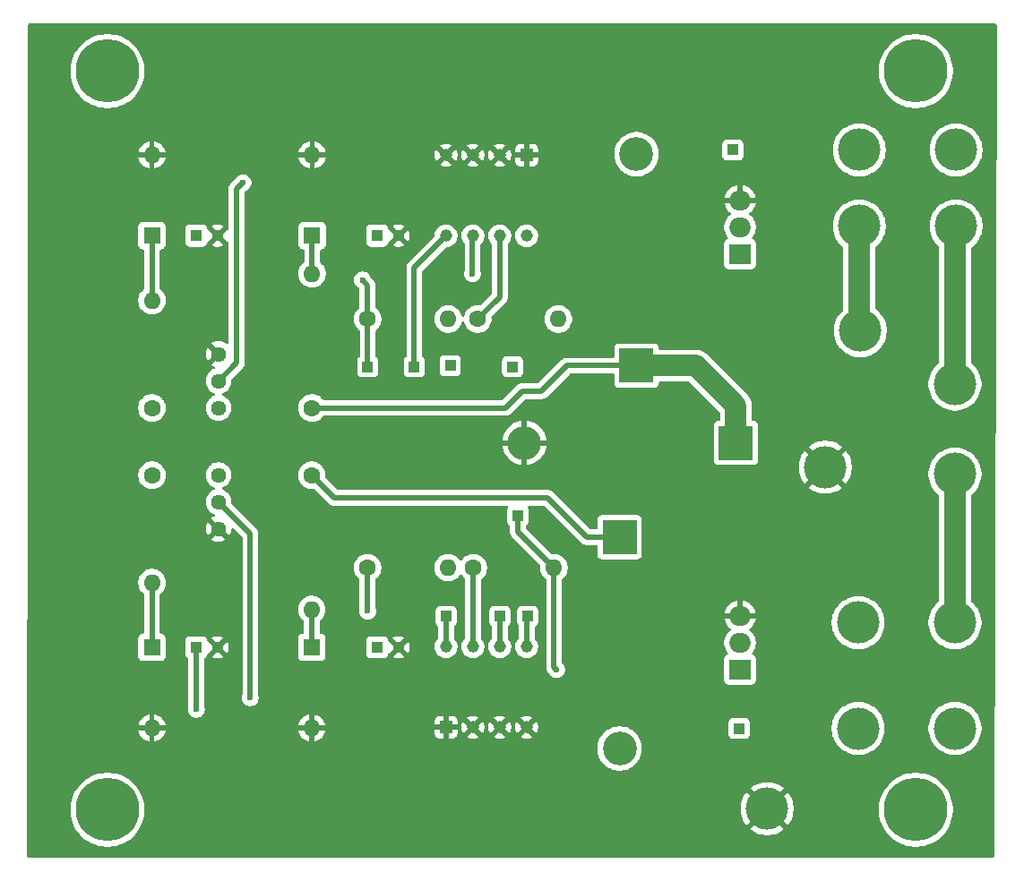
<source format=gbr>
%TF.GenerationSoftware,KiCad,Pcbnew,9.0.1*%
%TF.CreationDate,2025-06-15T17:03:01+03:00*%
%TF.ProjectId,pcb_no_div,7063625f-6e6f-45f6-9469-762e6b696361,rev?*%
%TF.SameCoordinates,Original*%
%TF.FileFunction,Copper,L1,Top*%
%TF.FilePolarity,Positive*%
%FSLAX46Y46*%
G04 Gerber Fmt 4.6, Leading zero omitted, Abs format (unit mm)*
G04 Created by KiCad (PCBNEW 9.0.1) date 2025-06-15 17:03:01*
%MOMM*%
%LPD*%
G01*
G04 APERTURE LIST*
%TA.AperFunction,ComponentPad*%
%ADD10C,1.600000*%
%TD*%
%TA.AperFunction,ComponentPad*%
%ADD11O,1.600000X1.600000*%
%TD*%
%TA.AperFunction,ComponentPad*%
%ADD12R,1.600000X1.600000*%
%TD*%
%TA.AperFunction,ComponentPad*%
%ADD13R,1.000000X1.000000*%
%TD*%
%TA.AperFunction,ComponentPad*%
%ADD14R,1.100000X1.100000*%
%TD*%
%TA.AperFunction,ComponentPad*%
%ADD15C,1.100000*%
%TD*%
%TA.AperFunction,ComponentPad*%
%ADD16C,4.000000*%
%TD*%
%TA.AperFunction,ComponentPad*%
%ADD17O,2.000000X1.905000*%
%TD*%
%TA.AperFunction,ComponentPad*%
%ADD18R,2.000000X1.905000*%
%TD*%
%TA.AperFunction,ComponentPad*%
%ADD19C,1.440000*%
%TD*%
%TA.AperFunction,WasherPad*%
%ADD20C,6.000000*%
%TD*%
%TA.AperFunction,ComponentPad*%
%ADD21R,1.160000X1.160000*%
%TD*%
%TA.AperFunction,ComponentPad*%
%ADD22C,1.160000*%
%TD*%
%TA.AperFunction,ComponentPad*%
%ADD23R,3.200000X3.200000*%
%TD*%
%TA.AperFunction,ComponentPad*%
%ADD24O,3.200000X3.200000*%
%TD*%
%TA.AperFunction,ViaPad*%
%ADD25C,0.600000*%
%TD*%
%TA.AperFunction,Conductor*%
%ADD26C,2.000000*%
%TD*%
%TA.AperFunction,Conductor*%
%ADD27C,0.500000*%
%TD*%
%TA.AperFunction,Conductor*%
%ADD28C,0.127000*%
%TD*%
G04 APERTURE END LIST*
D10*
%TO.P,R_A2,1*%
%TO.N,VDD2*%
X49950000Y-73250000D03*
D11*
%TO.P,R_A2,2*%
%TO.N,Net-(IC2-INPUT2+)*%
X49950000Y-83410000D03*
%TD*%
D12*
%TO.P,Zener_H1,1,K*%
%TO.N,Net-(IC1-VCC)*%
X65100000Y-50600000D03*
D11*
%TO.P,Zener_H1,2,A*%
%TO.N,GND*%
X65100000Y-42980000D03*
%TD*%
D13*
%TO.P,TP8,1,1*%
%TO.N,Net-(NMOS_3-D)*%
X105450000Y-97200000D03*
%TD*%
D10*
%TO.P,RG1,1*%
%TO.N,Net-(IC1-OUTPUT2)*%
X80740000Y-58500000D03*
D11*
%TO.P,RG1,2*%
%TO.N,Net-(NMOS_2-G)*%
X88360000Y-58500000D03*
%TD*%
D14*
%TO.P,C2,1*%
%TO.N,Net-(IC1-VCC)*%
X71250000Y-50600000D03*
D15*
%TO.P,C2,2*%
%TO.N,GND*%
X73250000Y-50600000D03*
%TD*%
D12*
%TO.P,Zener_H2,1,K*%
%TO.N,Net-(IC2-VCC)*%
X65050000Y-89540000D03*
D11*
%TO.P,Zener_H2,2,A*%
%TO.N,GND*%
X65050000Y-97160000D03*
%TD*%
D16*
%TO.P,OUTPUT+3,1,Pin_1*%
%TO.N,VDD*%
X125950000Y-49700000D03*
%TD*%
D13*
%TO.P,TP4,1,1*%
%TO.N,Net-(NMOS_2-D)*%
X104850000Y-42500000D03*
%TD*%
%TO.P,TP10,1,1*%
%TO.N,Net-(NMOS_3-G)*%
X84550000Y-77100000D03*
%TD*%
D16*
%TO.P,OUTPUT-2,1,Pin_1*%
%TO.N,Net-(NMOS_3-D)*%
X116700000Y-97200000D03*
%TD*%
D14*
%TO.P,C4,1*%
%TO.N,Net-(IC2-VCC)*%
X71250000Y-89540000D03*
D15*
%TO.P,C4,2*%
%TO.N,GND*%
X73250000Y-89540000D03*
%TD*%
D16*
%TO.P,VDD_PIN1,1,Pin_1*%
%TO.N,VDD*%
X125850000Y-64650000D03*
%TD*%
D13*
%TO.P,TP1,1,1*%
%TO.N,Net-(IC1-INPUT2+)*%
X74750000Y-63000000D03*
%TD*%
D10*
%TO.P,R_H2,1*%
%TO.N,VDD2*%
X65050000Y-73250000D03*
D11*
%TO.P,R_H2,2*%
%TO.N,Net-(IC2-VCC)*%
X65050000Y-85950000D03*
%TD*%
D16*
%TO.P,OUTPUT-1,1,Pin_1*%
%TO.N,Net-(NMOS_2-D)*%
X116800000Y-42500000D03*
%TD*%
%TO.P,VDD_PIN3,1,Pin_1*%
%TO.N,VDD*%
X116900000Y-59600000D03*
%TD*%
%TO.P,GND_PIN1,1,Pin_1*%
%TO.N,GND*%
X113600000Y-72500000D03*
%TD*%
D14*
%TO.P,C3,1*%
%TO.N,Net-(IC2-INPUT2+)*%
X54150000Y-89540000D03*
D15*
%TO.P,C3,2*%
%TO.N,GND*%
X56150000Y-89540000D03*
%TD*%
D13*
%TO.P,TP5,1,1*%
%TO.N,Net-(IC2-INPUT2+)*%
X85450000Y-86600000D03*
%TD*%
%TO.P,TP2,1,1*%
%TO.N,Net-(IC1-INPUT2-)*%
X78150000Y-62900000D03*
%TD*%
D17*
%TO.P,NMOS_2,1,D*%
%TO.N,Net-(NMOS_2-D)*%
X105540000Y-49800000D03*
D18*
%TO.P,NMOS_2,2,G*%
%TO.N,Net-(NMOS_2-G)*%
X105540000Y-52340000D03*
D17*
%TO.P,NMOS_2,3,S*%
%TO.N,GND*%
X105540000Y-47260000D03*
%TD*%
D16*
%TO.P,OUTPUT-4,1,Pin_1*%
%TO.N,Net-(NMOS_3-D)*%
X125850000Y-97200000D03*
%TD*%
D10*
%TO.P,RPU1,1*%
%TO.N,Net-(IC1-VCC)*%
X70340000Y-58500000D03*
D11*
%TO.P,RPU1,2*%
%TO.N,Net-(IC1-OUTPUT2)*%
X77960000Y-58500000D03*
%TD*%
D13*
%TO.P,TP9,1,1*%
%TO.N,Net-(NMOS_2-G)*%
X84050000Y-63000000D03*
%TD*%
D19*
%TO.P,RB1,1,1*%
%TO.N,VDD*%
X56250000Y-66890000D03*
%TO.P,RB1,2,2*%
%TO.N,Net-(IC1-INPUT2-)*%
X56250000Y-64350000D03*
%TO.P,RB1,3,3*%
%TO.N,GND*%
X56250000Y-61810000D03*
%TD*%
D16*
%TO.P,GND_PIN2,1,Pin_1*%
%TO.N,GND*%
X108100000Y-104800000D03*
%TD*%
D19*
%TO.P,RB2,1,1*%
%TO.N,VDD2*%
X56250000Y-73250000D03*
%TO.P,RB2,2,2*%
%TO.N,Net-(IC2-INPUT2-)*%
X56250000Y-75790000D03*
%TO.P,RB2,3,3*%
%TO.N,GND*%
X56250000Y-78330000D03*
%TD*%
D20*
%TO.P,H4,*%
%TO.N,*%
X45750000Y-104900000D03*
%TD*%
D21*
%TO.P,IC1,1,OUTPUT1*%
%TO.N,GND*%
X85360000Y-43000000D03*
D22*
%TO.P,IC1,2,INPUT1-*%
X82820000Y-43000000D03*
%TO.P,IC1,3,INPUT1+*%
X80280000Y-43000000D03*
%TO.P,IC1,4,GND*%
X77740000Y-43000000D03*
%TO.P,IC1,5,INPUT2+*%
%TO.N,Net-(IC1-INPUT2+)*%
X77740000Y-50620000D03*
%TO.P,IC1,6,INPUT2-*%
%TO.N,Net-(IC1-INPUT2-)*%
X80280000Y-50620000D03*
%TO.P,IC1,7,OUTPUT2*%
%TO.N,Net-(IC1-OUTPUT2)*%
X82820000Y-50620000D03*
%TO.P,IC1,8,VCC*%
%TO.N,Net-(IC1-VCC)*%
X85360000Y-50620000D03*
%TD*%
D16*
%TO.P,OUTPUT-3,1,Pin_1*%
%TO.N,Net-(NMOS_2-D)*%
X125950000Y-42500000D03*
%TD*%
%TO.P,OUTPUT+1,1,Pin_1*%
%TO.N,VDD*%
X116800000Y-49700000D03*
%TD*%
D23*
%TO.P,D1,1*%
%TO.N,VDD*%
X95750000Y-62900000D03*
D24*
%TO.P,D1,2*%
%TO.N,Net-(NMOS_2-D)*%
X95750000Y-42900000D03*
%TD*%
D10*
%TO.P,R_A1,1*%
%TO.N,VDD*%
X49950000Y-66890000D03*
D11*
%TO.P,R_A1,2*%
%TO.N,Net-(IC1-INPUT2+)*%
X49950000Y-56730000D03*
%TD*%
D20*
%TO.P,H1,*%
%TO.N,*%
X122150000Y-35050000D03*
%TD*%
D12*
%TO.P,Zener_A2,1,K*%
%TO.N,Net-(IC2-INPUT2+)*%
X49950000Y-89540000D03*
D11*
%TO.P,Zener_A2,2,A*%
%TO.N,GND*%
X49950000Y-97160000D03*
%TD*%
D17*
%TO.P,NMOS_3,1,D*%
%TO.N,Net-(NMOS_3-D)*%
X105540000Y-89100000D03*
D18*
%TO.P,NMOS_3,2,G*%
%TO.N,Net-(NMOS_3-G)*%
X105540000Y-91640000D03*
D17*
%TO.P,NMOS_3,3,S*%
%TO.N,GND*%
X105540000Y-86560000D03*
%TD*%
D16*
%TO.P,OUTPUT+4,1,Pin_1*%
%TO.N,VDD2*%
X125850000Y-87200000D03*
%TD*%
D10*
%TO.P,RPU2,1*%
%TO.N,Net-(IC2-VCC)*%
X70340000Y-82000000D03*
D11*
%TO.P,RPU2,2*%
%TO.N,Net-(IC2-OUTPUT2)*%
X77960000Y-82000000D03*
%TD*%
D13*
%TO.P,TP7,1,1*%
%TO.N,Net-(IC2-VCC)*%
X77750000Y-86600000D03*
%TD*%
D23*
%TO.P,D2,1*%
%TO.N,VDD2*%
X94150000Y-79100000D03*
D24*
%TO.P,D2,2*%
%TO.N,Net-(NMOS_3-D)*%
X94150000Y-99100000D03*
%TD*%
D14*
%TO.P,C1,1*%
%TO.N,Net-(IC1-INPUT2+)*%
X54150000Y-50600000D03*
D15*
%TO.P,C1,2*%
%TO.N,GND*%
X56150000Y-50600000D03*
%TD*%
D20*
%TO.P,H3,*%
%TO.N,*%
X45750000Y-35050000D03*
%TD*%
D16*
%TO.P,VDD_PIN2,1,Pin_1*%
%TO.N,VDD2*%
X125850000Y-73150000D03*
%TD*%
D10*
%TO.P,RG2,1*%
%TO.N,Net-(IC2-OUTPUT2)*%
X80340000Y-82000000D03*
D11*
%TO.P,RG2,2*%
%TO.N,Net-(NMOS_3-G)*%
X87960000Y-82000000D03*
%TD*%
D23*
%TO.P,TVS1001,1,K*%
%TO.N,VDD*%
X105150000Y-70200000D03*
D24*
%TO.P,TVS1001,2,A*%
%TO.N,GND*%
X85150000Y-70200000D03*
%TD*%
D13*
%TO.P,TP6,1,1*%
%TO.N,Net-(IC2-INPUT2-)*%
X82850000Y-86600000D03*
%TD*%
D12*
%TO.P,Zener_A1,1,K*%
%TO.N,Net-(IC1-INPUT2+)*%
X49950000Y-50600000D03*
D11*
%TO.P,Zener_A1,2,A*%
%TO.N,GND*%
X49950000Y-42980000D03*
%TD*%
D13*
%TO.P,TP3,1,1*%
%TO.N,Net-(IC1-VCC)*%
X70350000Y-63000000D03*
%TD*%
D20*
%TO.P,H2,*%
%TO.N,*%
X122150000Y-104900000D03*
%TD*%
D16*
%TO.P,OUTPUT+2,1,Pin_1*%
%TO.N,VDD2*%
X116700000Y-87200000D03*
%TD*%
D10*
%TO.P,R_H1,1*%
%TO.N,VDD*%
X65100000Y-66890000D03*
D11*
%TO.P,R_H1,2*%
%TO.N,Net-(IC1-VCC)*%
X65100000Y-54190000D03*
%TD*%
D21*
%TO.P,IC2,1,OUTPUT1*%
%TO.N,GND*%
X77740000Y-97100000D03*
D22*
%TO.P,IC2,2,INPUT1-*%
X80280000Y-97100000D03*
%TO.P,IC2,3,INPUT1+*%
X82820000Y-97100000D03*
%TO.P,IC2,4,GND*%
X85360000Y-97100000D03*
%TO.P,IC2,5,INPUT2+*%
%TO.N,Net-(IC2-INPUT2+)*%
X85360000Y-89480000D03*
%TO.P,IC2,6,INPUT2-*%
%TO.N,Net-(IC2-INPUT2-)*%
X82820000Y-89480000D03*
%TO.P,IC2,7,OUTPUT2*%
%TO.N,Net-(IC2-OUTPUT2)*%
X80280000Y-89480000D03*
%TO.P,IC2,8,VCC*%
%TO.N,Net-(IC2-VCC)*%
X77740000Y-89480000D03*
%TD*%
D25*
%TO.N,GND*%
X46100000Y-74700000D03*
X120600000Y-69500000D03*
X51250000Y-70000000D03*
X75850000Y-77000000D03*
X108800000Y-37200000D03*
X82800000Y-100150000D03*
X81300000Y-32750000D03*
X45800000Y-40200000D03*
X76700000Y-70000000D03*
X46100000Y-79800000D03*
X81800000Y-70000000D03*
X71100000Y-102350000D03*
X91100000Y-37900000D03*
X46150000Y-54700000D03*
X55200000Y-33100000D03*
X52500000Y-103500000D03*
X60900000Y-102350000D03*
X76600000Y-54200000D03*
X66000000Y-32750000D03*
X55000000Y-37900000D03*
X86000000Y-107500000D03*
X66000000Y-102350000D03*
X71650000Y-70000000D03*
X70650000Y-77400000D03*
X105450000Y-76300000D03*
X86000000Y-102400000D03*
X92250000Y-83200000D03*
X101350000Y-67400000D03*
X93050000Y-60050000D03*
X88650000Y-42000000D03*
X112900000Y-54400000D03*
X56250000Y-107400000D03*
X121000000Y-90800000D03*
X80900000Y-102400000D03*
X67550000Y-100150000D03*
X56550000Y-83000000D03*
X41000000Y-93700000D03*
X71900000Y-65550000D03*
X56350000Y-54700000D03*
X60900000Y-107450000D03*
X99900000Y-102400000D03*
X56250000Y-102300000D03*
X89800000Y-55750000D03*
X76200000Y-107450000D03*
X87750000Y-78600000D03*
X113300000Y-107500000D03*
X81800000Y-73300000D03*
X41000000Y-74700000D03*
X51250000Y-54700000D03*
X87900000Y-100150000D03*
X123000000Y-53400000D03*
X76200000Y-32750000D03*
X120400000Y-79900000D03*
X46150000Y-64900000D03*
X91100000Y-32800000D03*
X66550000Y-70000000D03*
X71100000Y-32750000D03*
X123700000Y-68100000D03*
X91100000Y-102400000D03*
X122700000Y-56400000D03*
X88150000Y-95950000D03*
X86000000Y-37900000D03*
X71900000Y-55350000D03*
X116500000Y-76900000D03*
X77750000Y-100150000D03*
X123100000Y-92100000D03*
X61950000Y-75350000D03*
X48400000Y-100050000D03*
X121500000Y-61600000D03*
X73950000Y-86100000D03*
X108800000Y-32600000D03*
X52000000Y-33000000D03*
X89450000Y-60950000D03*
X114800000Y-101300000D03*
X45700000Y-96300000D03*
X66000000Y-107450000D03*
X41050000Y-70000000D03*
X88500000Y-48550000D03*
X56350000Y-70000000D03*
X92200000Y-88150000D03*
X61850000Y-90950000D03*
X52850000Y-85350000D03*
X110600000Y-58100000D03*
X106300000Y-82200000D03*
X61450000Y-70000000D03*
X76950000Y-73050000D03*
X46150000Y-70000000D03*
X119700000Y-100700000D03*
X46150000Y-59800000D03*
X100050000Y-83400000D03*
X46100000Y-93700000D03*
X52700000Y-107200000D03*
X71900000Y-60450000D03*
X116500000Y-106800000D03*
X98050000Y-87700000D03*
X91100000Y-107500000D03*
X125600000Y-90900000D03*
X41200000Y-99300000D03*
X96200000Y-102400000D03*
X92000000Y-70000000D03*
X51850000Y-64900000D03*
X41100000Y-95900000D03*
X71650000Y-73050000D03*
X105800000Y-55800000D03*
X121500000Y-59300000D03*
X101300000Y-32800000D03*
X96200000Y-37900000D03*
X55900000Y-42700000D03*
X80450000Y-78900000D03*
X61200000Y-79800000D03*
X56350000Y-58900000D03*
X88700000Y-44850000D03*
X61350000Y-37800000D03*
X72800000Y-42550000D03*
X46100000Y-84900000D03*
X105000000Y-32800000D03*
X61350000Y-32700000D03*
X116800000Y-32700000D03*
X99900000Y-107500000D03*
X41050000Y-64900000D03*
X78000000Y-47000000D03*
X45000000Y-99800000D03*
X76200000Y-37850000D03*
X41100000Y-50050000D03*
X96200000Y-32800000D03*
X117300000Y-36000000D03*
X54850000Y-45100000D03*
X86000000Y-32800000D03*
X53500000Y-100050000D03*
X58550000Y-100050000D03*
X115700000Y-103500000D03*
X61450000Y-54700000D03*
X44300000Y-45300000D03*
X113200000Y-104200000D03*
X40900000Y-45900000D03*
X46100000Y-90000000D03*
X51750000Y-59850000D03*
X46200000Y-50050000D03*
X105000000Y-37900000D03*
X61850000Y-85950000D03*
X88700000Y-53350000D03*
X105200000Y-58200000D03*
X41000000Y-79800000D03*
X66000000Y-37850000D03*
X81300000Y-37850000D03*
X80900000Y-107500000D03*
X71100000Y-37850000D03*
X112700000Y-32900000D03*
X110500000Y-52900000D03*
X96200000Y-107500000D03*
X110300000Y-85700000D03*
X51300000Y-38000000D03*
X63650000Y-100050000D03*
X120400000Y-76500000D03*
X69500000Y-42650000D03*
X41050000Y-54700000D03*
X120700000Y-53300000D03*
X116100000Y-80500000D03*
X117900000Y-68600000D03*
X78750000Y-91950000D03*
X108100000Y-60900000D03*
X60200000Y-42700000D03*
X72650000Y-100150000D03*
X113300000Y-37200000D03*
X112300000Y-76800000D03*
X100250000Y-76050000D03*
X76200000Y-102350000D03*
X41050000Y-59800000D03*
X61450000Y-64900000D03*
X41200000Y-41100000D03*
X101300000Y-37900000D03*
X118800000Y-72300000D03*
X71100000Y-107450000D03*
X41000000Y-90000000D03*
X112600000Y-86700000D03*
X61450000Y-59800000D03*
X41000000Y-84900000D03*
X112300000Y-61200000D03*
%TO.N,Net-(IC1-INPUT2-)*%
X80250000Y-54200000D03*
X58550000Y-45600000D03*
%TO.N,Net-(IC2-INPUT2-)*%
X59250000Y-94300000D03*
%TO.N,Net-(NMOS_3-G)*%
X88190000Y-91640000D03*
%TO.N,Net-(IC1-VCC)*%
X69850000Y-54800000D03*
%TO.N,Net-(IC2-INPUT2+)*%
X54150000Y-95400000D03*
%TO.N,Net-(IC2-VCC)*%
X70350000Y-86100000D03*
%TD*%
D26*
%TO.N,VDD*%
X105150000Y-66700000D02*
X101350000Y-62900000D01*
D27*
X83360000Y-66890000D02*
X84950000Y-65300000D01*
X89150000Y-62900000D02*
X95750000Y-62900000D01*
X65100000Y-66890000D02*
X83360000Y-66890000D01*
D26*
X125850000Y-64650000D02*
X125850000Y-49800000D01*
X101350000Y-62900000D02*
X95750000Y-62900000D01*
X116800000Y-49700000D02*
X116800000Y-59500000D01*
X116800000Y-59500000D02*
X116900000Y-59600000D01*
D28*
X125850000Y-49800000D02*
X125950000Y-49700000D01*
D27*
X86750000Y-65300000D02*
X89150000Y-62900000D01*
X84950000Y-65300000D02*
X86750000Y-65300000D01*
D26*
X105150000Y-70200000D02*
X105150000Y-66700000D01*
D28*
%TO.N,Net-(NMOS_2-D)*%
X95650000Y-42800000D02*
X95750000Y-42900000D01*
D27*
%TO.N,Net-(IC1-OUTPUT2)*%
X82820000Y-56420000D02*
X80740000Y-58500000D01*
X82820000Y-50620000D02*
X82820000Y-56420000D01*
%TO.N,Net-(IC1-INPUT2-)*%
X80250000Y-54200000D02*
X80250000Y-50650000D01*
X57950000Y-62650000D02*
X56250000Y-64350000D01*
X80250000Y-50650000D02*
X80280000Y-50620000D01*
X57950000Y-46200000D02*
X57950000Y-62650000D01*
X58550000Y-45600000D02*
X57950000Y-46200000D01*
%TO.N,Net-(IC2-INPUT2-)*%
X82820000Y-86630000D02*
X82850000Y-86600000D01*
X59250000Y-78790000D02*
X56250000Y-75790000D01*
X59250000Y-94300000D02*
X59250000Y-78790000D01*
X82820000Y-89480000D02*
X82820000Y-86630000D01*
%TO.N,Net-(IC2-OUTPUT2)*%
X80280000Y-89480000D02*
X80280000Y-82060000D01*
X80280000Y-82060000D02*
X80340000Y-82000000D01*
%TO.N,Net-(NMOS_3-G)*%
X88190000Y-91640000D02*
X87960000Y-91410000D01*
X84550000Y-78590000D02*
X87960000Y-82000000D01*
X87960000Y-91410000D02*
X87960000Y-82000000D01*
X84550000Y-77100000D02*
X84550000Y-78590000D01*
%TO.N,Net-(IC1-INPUT2+)*%
X74750000Y-63000000D02*
X74750000Y-53610000D01*
X74750000Y-53610000D02*
X77740000Y-50620000D01*
X49950000Y-50600000D02*
X49950000Y-56730000D01*
%TO.N,Net-(IC1-VCC)*%
X70350000Y-63000000D02*
X70350000Y-58510000D01*
X69850000Y-54800000D02*
X70340000Y-55290000D01*
X65100000Y-50600000D02*
X65100000Y-54190000D01*
X70350000Y-58510000D02*
X70340000Y-58500000D01*
X70340000Y-55290000D02*
X70340000Y-58500000D01*
%TO.N,Net-(IC2-INPUT2+)*%
X54150000Y-95400000D02*
X54150000Y-89540000D01*
X85360000Y-89480000D02*
X85360000Y-86690000D01*
X85360000Y-86690000D02*
X85450000Y-86600000D01*
X49950000Y-83410000D02*
X49950000Y-89540000D01*
%TO.N,Net-(IC2-VCC)*%
X77740000Y-86610000D02*
X77750000Y-86600000D01*
X70340000Y-86090000D02*
X70350000Y-86100000D01*
X65050000Y-85950000D02*
X65050000Y-89540000D01*
X77740000Y-89480000D02*
X77740000Y-86610000D01*
X70340000Y-82000000D02*
X70340000Y-86090000D01*
%TO.N,VDD2*%
X67200000Y-75400000D02*
X87350000Y-75400000D01*
D26*
X125850000Y-73150000D02*
X125850000Y-87200000D01*
D27*
X87350000Y-75400000D02*
X91050000Y-79100000D01*
X65050000Y-73250000D02*
X67200000Y-75400000D01*
X91050000Y-79100000D02*
X94150000Y-79100000D01*
%TD*%
%TA.AperFunction,Conductor*%
%TO.N,GND*%
G36*
X129740973Y-30570185D02*
G01*
X129786728Y-30622989D01*
X129797933Y-30674809D01*
X129603757Y-108199849D01*
X129601062Y-109275811D01*
X129581209Y-109342801D01*
X129528291Y-109388423D01*
X129477062Y-109399500D01*
X38275282Y-109399500D01*
X38208243Y-109379815D01*
X38162488Y-109327011D01*
X38151282Y-109275345D01*
X38153237Y-107715024D01*
X38156978Y-104728031D01*
X42249500Y-104728031D01*
X42249500Y-105071969D01*
X42257535Y-105153554D01*
X42283210Y-105414249D01*
X42350308Y-105751572D01*
X42450150Y-106080706D01*
X42581770Y-106398464D01*
X42581772Y-106398469D01*
X42743893Y-106701775D01*
X42743904Y-106701793D01*
X42934975Y-106987751D01*
X42934985Y-106987765D01*
X43153176Y-107253632D01*
X43396367Y-107496823D01*
X43396372Y-107496827D01*
X43396373Y-107496828D01*
X43662240Y-107715019D01*
X43948213Y-107906100D01*
X43948222Y-107906105D01*
X43948224Y-107906106D01*
X44251530Y-108068227D01*
X44251532Y-108068227D01*
X44251538Y-108068231D01*
X44569295Y-108199850D01*
X44898422Y-108299690D01*
X45235750Y-108366789D01*
X45578031Y-108400500D01*
X45578034Y-108400500D01*
X45921966Y-108400500D01*
X45921969Y-108400500D01*
X46264250Y-108366789D01*
X46601578Y-108299690D01*
X46930705Y-108199850D01*
X47248462Y-108068231D01*
X47551787Y-107906100D01*
X47837760Y-107715019D01*
X48103627Y-107496828D01*
X48346828Y-107253627D01*
X48565019Y-106987760D01*
X48756100Y-106701787D01*
X48918231Y-106398462D01*
X49049850Y-106080705D01*
X49149690Y-105751578D01*
X49216789Y-105414250D01*
X49250500Y-105071969D01*
X49250500Y-104728031D01*
X49243760Y-104659598D01*
X105600000Y-104659598D01*
X105600000Y-104940401D01*
X105631437Y-105219412D01*
X105631439Y-105219424D01*
X105693921Y-105493178D01*
X105693922Y-105493180D01*
X105786662Y-105758217D01*
X105908492Y-106011200D01*
X106057884Y-106248956D01*
X106164187Y-106382257D01*
X107237425Y-105309019D01*
X107323249Y-105437463D01*
X107462537Y-105576751D01*
X107590979Y-105662573D01*
X106517741Y-106735810D01*
X106517741Y-106735811D01*
X106651043Y-106842115D01*
X106888799Y-106991507D01*
X107141782Y-107113337D01*
X107406819Y-107206077D01*
X107406821Y-107206078D01*
X107680575Y-107268560D01*
X107680587Y-107268562D01*
X107959598Y-107299999D01*
X107959600Y-107300000D01*
X108240400Y-107300000D01*
X108240401Y-107299999D01*
X108519412Y-107268562D01*
X108519424Y-107268560D01*
X108793178Y-107206078D01*
X108793180Y-107206077D01*
X109058217Y-107113337D01*
X109311200Y-106991507D01*
X109548956Y-106842116D01*
X109682257Y-106735810D01*
X108609020Y-105662573D01*
X108737463Y-105576751D01*
X108876751Y-105437463D01*
X108962573Y-105309020D01*
X110035810Y-106382257D01*
X110142116Y-106248956D01*
X110291507Y-106011200D01*
X110413337Y-105758217D01*
X110506077Y-105493180D01*
X110506078Y-105493178D01*
X110568560Y-105219424D01*
X110568562Y-105219412D01*
X110599999Y-104940401D01*
X110600000Y-104940399D01*
X110600000Y-104728031D01*
X118649500Y-104728031D01*
X118649500Y-105071969D01*
X118657535Y-105153554D01*
X118683210Y-105414249D01*
X118750308Y-105751572D01*
X118850150Y-106080706D01*
X118981770Y-106398464D01*
X118981772Y-106398469D01*
X119143893Y-106701775D01*
X119143904Y-106701793D01*
X119334975Y-106987751D01*
X119334985Y-106987765D01*
X119553176Y-107253632D01*
X119796367Y-107496823D01*
X119796372Y-107496827D01*
X119796373Y-107496828D01*
X120062240Y-107715019D01*
X120348213Y-107906100D01*
X120348222Y-107906105D01*
X120348224Y-107906106D01*
X120651530Y-108068227D01*
X120651532Y-108068227D01*
X120651538Y-108068231D01*
X120969295Y-108199850D01*
X121298422Y-108299690D01*
X121635750Y-108366789D01*
X121978031Y-108400500D01*
X121978034Y-108400500D01*
X122321966Y-108400500D01*
X122321969Y-108400500D01*
X122664250Y-108366789D01*
X123001578Y-108299690D01*
X123330705Y-108199850D01*
X123648462Y-108068231D01*
X123951787Y-107906100D01*
X124237760Y-107715019D01*
X124503627Y-107496828D01*
X124746828Y-107253627D01*
X124965019Y-106987760D01*
X125156100Y-106701787D01*
X125318231Y-106398462D01*
X125449850Y-106080705D01*
X125549690Y-105751578D01*
X125616789Y-105414250D01*
X125650500Y-105071969D01*
X125650500Y-104728031D01*
X125616789Y-104385750D01*
X125549690Y-104048422D01*
X125449850Y-103719295D01*
X125318231Y-103401538D01*
X125156100Y-103098213D01*
X124965019Y-102812240D01*
X124746828Y-102546373D01*
X124746827Y-102546372D01*
X124746823Y-102546367D01*
X124503632Y-102303176D01*
X124237765Y-102084985D01*
X124237764Y-102084984D01*
X124237760Y-102084981D01*
X123951787Y-101893900D01*
X123951782Y-101893897D01*
X123951775Y-101893893D01*
X123648469Y-101731772D01*
X123648464Y-101731770D01*
X123330706Y-101600150D01*
X123001572Y-101500308D01*
X122664248Y-101433210D01*
X122664249Y-101433210D01*
X122406456Y-101407821D01*
X122321969Y-101399500D01*
X121978031Y-101399500D01*
X121899966Y-101407188D01*
X121635750Y-101433210D01*
X121298427Y-101500308D01*
X120969293Y-101600150D01*
X120651535Y-101731770D01*
X120651530Y-101731772D01*
X120348224Y-101893893D01*
X120348206Y-101893904D01*
X120062248Y-102084975D01*
X120062234Y-102084985D01*
X119796367Y-102303176D01*
X119553176Y-102546367D01*
X119334985Y-102812234D01*
X119334975Y-102812248D01*
X119143904Y-103098206D01*
X119143893Y-103098224D01*
X118981772Y-103401530D01*
X118981770Y-103401535D01*
X118850150Y-103719293D01*
X118750308Y-104048427D01*
X118683210Y-104385750D01*
X118671140Y-104508311D01*
X118649500Y-104728031D01*
X110600000Y-104728031D01*
X110600000Y-104659600D01*
X110599999Y-104659598D01*
X110568562Y-104380587D01*
X110568560Y-104380575D01*
X110506078Y-104106821D01*
X110506077Y-104106819D01*
X110413337Y-103841782D01*
X110291507Y-103588799D01*
X110142115Y-103351043D01*
X110035810Y-103217741D01*
X108962573Y-104290978D01*
X108876751Y-104162537D01*
X108737463Y-104023249D01*
X108609020Y-103937425D01*
X109682257Y-102864187D01*
X109548956Y-102757884D01*
X109311200Y-102608492D01*
X109058217Y-102486662D01*
X108793180Y-102393922D01*
X108793178Y-102393921D01*
X108519424Y-102331439D01*
X108519412Y-102331437D01*
X108240401Y-102300000D01*
X107959598Y-102300000D01*
X107680587Y-102331437D01*
X107680575Y-102331439D01*
X107406821Y-102393921D01*
X107406819Y-102393922D01*
X107141782Y-102486662D01*
X106888799Y-102608492D01*
X106651043Y-102757884D01*
X106517741Y-102864187D01*
X107590979Y-103937425D01*
X107462537Y-104023249D01*
X107323249Y-104162537D01*
X107237426Y-104290979D01*
X106164187Y-103217741D01*
X106057884Y-103351043D01*
X105908492Y-103588799D01*
X105786662Y-103841782D01*
X105693922Y-104106819D01*
X105693921Y-104106821D01*
X105631439Y-104380575D01*
X105631437Y-104380587D01*
X105600000Y-104659598D01*
X49243760Y-104659598D01*
X49216789Y-104385750D01*
X49149690Y-104048422D01*
X49049850Y-103719295D01*
X48918231Y-103401538D01*
X48756100Y-103098213D01*
X48756089Y-103098196D01*
X48678133Y-102981526D01*
X48678132Y-102981525D01*
X48565024Y-102812248D01*
X48565019Y-102812240D01*
X48346828Y-102546373D01*
X48346827Y-102546372D01*
X48346823Y-102546367D01*
X48103632Y-102303176D01*
X47837765Y-102084985D01*
X47837764Y-102084984D01*
X47837760Y-102084981D01*
X47551787Y-101893900D01*
X47551782Y-101893897D01*
X47551775Y-101893893D01*
X47248469Y-101731772D01*
X47248464Y-101731770D01*
X46930706Y-101600150D01*
X46601572Y-101500308D01*
X46264248Y-101433210D01*
X46264249Y-101433210D01*
X46006456Y-101407821D01*
X45921969Y-101399500D01*
X45578031Y-101399500D01*
X45499966Y-101407188D01*
X45235750Y-101433210D01*
X44898427Y-101500308D01*
X44569293Y-101600150D01*
X44251535Y-101731770D01*
X44251530Y-101731772D01*
X43948224Y-101893893D01*
X43948206Y-101893904D01*
X43662248Y-102084975D01*
X43662234Y-102084985D01*
X43396367Y-102303176D01*
X43153176Y-102546367D01*
X42934985Y-102812234D01*
X42934975Y-102812248D01*
X42743904Y-103098206D01*
X42743893Y-103098224D01*
X42581772Y-103401530D01*
X42581770Y-103401535D01*
X42450150Y-103719293D01*
X42350308Y-104048427D01*
X42283210Y-104385750D01*
X42271140Y-104508311D01*
X42249500Y-104728031D01*
X38156978Y-104728031D01*
X38164198Y-98962332D01*
X92049500Y-98962332D01*
X92049500Y-99237667D01*
X92049501Y-99237684D01*
X92085438Y-99510655D01*
X92085439Y-99510660D01*
X92085440Y-99510666D01*
X92086280Y-99513801D01*
X92156704Y-99776630D01*
X92262075Y-100031017D01*
X92262080Y-100031028D01*
X92344861Y-100174407D01*
X92399751Y-100269479D01*
X92399753Y-100269482D01*
X92399754Y-100269483D01*
X92567370Y-100487926D01*
X92567376Y-100487933D01*
X92762066Y-100682623D01*
X92762072Y-100682628D01*
X92980521Y-100850249D01*
X93133778Y-100938732D01*
X93218971Y-100987919D01*
X93218976Y-100987921D01*
X93218979Y-100987923D01*
X93473368Y-101093295D01*
X93739334Y-101164560D01*
X94012326Y-101200500D01*
X94012333Y-101200500D01*
X94287667Y-101200500D01*
X94287674Y-101200500D01*
X94560666Y-101164560D01*
X94826632Y-101093295D01*
X95081021Y-100987923D01*
X95319479Y-100850249D01*
X95537928Y-100682628D01*
X95732628Y-100487928D01*
X95900249Y-100269479D01*
X96037923Y-100031021D01*
X96143295Y-99776632D01*
X96214560Y-99510666D01*
X96250500Y-99237674D01*
X96250500Y-98962326D01*
X96214560Y-98689334D01*
X96143295Y-98423368D01*
X96037923Y-98168979D01*
X96037921Y-98168976D01*
X96037919Y-98168971D01*
X95988732Y-98083778D01*
X95900249Y-97930521D01*
X95790413Y-97787379D01*
X95732629Y-97712073D01*
X95732623Y-97712066D01*
X95537933Y-97517376D01*
X95537926Y-97517370D01*
X95319483Y-97349754D01*
X95319482Y-97349753D01*
X95319479Y-97349751D01*
X95224407Y-97294861D01*
X95081028Y-97212080D01*
X95081017Y-97212075D01*
X94826630Y-97106704D01*
X94693649Y-97071072D01*
X94560666Y-97035440D01*
X94560660Y-97035439D01*
X94560655Y-97035438D01*
X94287684Y-96999501D01*
X94287679Y-96999500D01*
X94287674Y-96999500D01*
X94012326Y-96999500D01*
X94012320Y-96999500D01*
X94012315Y-96999501D01*
X93739344Y-97035438D01*
X93739337Y-97035439D01*
X93739334Y-97035440D01*
X93685100Y-97049972D01*
X93473369Y-97106704D01*
X93218982Y-97212075D01*
X93218971Y-97212080D01*
X92980516Y-97349754D01*
X92762073Y-97517370D01*
X92762066Y-97517376D01*
X92567376Y-97712066D01*
X92567370Y-97712073D01*
X92399754Y-97930516D01*
X92399751Y-97930520D01*
X92399751Y-97930521D01*
X92392930Y-97942335D01*
X92262080Y-98168971D01*
X92262075Y-98168982D01*
X92156704Y-98423369D01*
X92100500Y-98633125D01*
X92096182Y-98649246D01*
X92085441Y-98689331D01*
X92085438Y-98689344D01*
X92049501Y-98962315D01*
X92049500Y-98962332D01*
X38164198Y-98962332D01*
X38165186Y-98173596D01*
X38166189Y-97372782D01*
X38166722Y-96946908D01*
X38166768Y-96910000D01*
X48673391Y-96910000D01*
X49634314Y-96910000D01*
X49629920Y-96914394D01*
X49577259Y-97005606D01*
X49550000Y-97107339D01*
X49550000Y-97212661D01*
X49577259Y-97314394D01*
X49629920Y-97405606D01*
X49634314Y-97410000D01*
X48673391Y-97410000D01*
X48682009Y-97464413D01*
X48745244Y-97659029D01*
X48838140Y-97841349D01*
X48958417Y-98006894D01*
X48958417Y-98006895D01*
X49103104Y-98151582D01*
X49268650Y-98271859D01*
X49450968Y-98364754D01*
X49645578Y-98427988D01*
X49700000Y-98436607D01*
X49700000Y-97475686D01*
X49704394Y-97480080D01*
X49795606Y-97532741D01*
X49897339Y-97560000D01*
X50002661Y-97560000D01*
X50104394Y-97532741D01*
X50195606Y-97480080D01*
X50200000Y-97475686D01*
X50200000Y-98436606D01*
X50254421Y-98427988D01*
X50449031Y-98364754D01*
X50631349Y-98271859D01*
X50796894Y-98151582D01*
X50796895Y-98151582D01*
X50941582Y-98006895D01*
X50941582Y-98006894D01*
X51061859Y-97841349D01*
X51154755Y-97659029D01*
X51217990Y-97464413D01*
X51226609Y-97410000D01*
X50265686Y-97410000D01*
X50270080Y-97405606D01*
X50322741Y-97314394D01*
X50350000Y-97212661D01*
X50350000Y-97107339D01*
X50322741Y-97005606D01*
X50270080Y-96914394D01*
X50265686Y-96910000D01*
X51226609Y-96910000D01*
X63773391Y-96910000D01*
X64734314Y-96910000D01*
X64729920Y-96914394D01*
X64677259Y-97005606D01*
X64650000Y-97107339D01*
X64650000Y-97212661D01*
X64677259Y-97314394D01*
X64729920Y-97405606D01*
X64734314Y-97410000D01*
X63773391Y-97410000D01*
X63782009Y-97464413D01*
X63845244Y-97659029D01*
X63938140Y-97841349D01*
X64058417Y-98006894D01*
X64058417Y-98006895D01*
X64203104Y-98151582D01*
X64368650Y-98271859D01*
X64550968Y-98364754D01*
X64745578Y-98427988D01*
X64800000Y-98436607D01*
X64800000Y-97475686D01*
X64804394Y-97480080D01*
X64895606Y-97532741D01*
X64997339Y-97560000D01*
X65102661Y-97560000D01*
X65204394Y-97532741D01*
X65295606Y-97480080D01*
X65300000Y-97475686D01*
X65300000Y-98436606D01*
X65354421Y-98427988D01*
X65549031Y-98364754D01*
X65731349Y-98271859D01*
X65896894Y-98151582D01*
X65896895Y-98151582D01*
X66041582Y-98006895D01*
X66041582Y-98006894D01*
X66161859Y-97841349D01*
X66254755Y-97659029D01*
X66317990Y-97464413D01*
X66326609Y-97410000D01*
X65365686Y-97410000D01*
X65370080Y-97405606D01*
X65422741Y-97314394D01*
X65450000Y-97212661D01*
X65450000Y-97107339D01*
X65422741Y-97005606D01*
X65370080Y-96914394D01*
X65365686Y-96910000D01*
X66326609Y-96910000D01*
X66326609Y-96909999D01*
X66317990Y-96855586D01*
X66254755Y-96660970D01*
X66185550Y-96525146D01*
X66185549Y-96525144D01*
X66161861Y-96478652D01*
X66157141Y-96472155D01*
X76660000Y-96472155D01*
X76660000Y-96850000D01*
X77452599Y-96850000D01*
X77435924Y-96866675D01*
X77385896Y-96953325D01*
X77360000Y-97049972D01*
X77360000Y-97150028D01*
X77385896Y-97246675D01*
X77435924Y-97333325D01*
X77452599Y-97350000D01*
X76660000Y-97350000D01*
X76660000Y-97727844D01*
X76666401Y-97787372D01*
X76666403Y-97787379D01*
X76716645Y-97922086D01*
X76716649Y-97922093D01*
X76802809Y-98037187D01*
X76802812Y-98037190D01*
X76917906Y-98123350D01*
X76917913Y-98123354D01*
X77052620Y-98173596D01*
X77052627Y-98173598D01*
X77112155Y-98179999D01*
X77112172Y-98180000D01*
X77490000Y-98180000D01*
X77490000Y-97387401D01*
X77506675Y-97404076D01*
X77593325Y-97454104D01*
X77689972Y-97480000D01*
X77790028Y-97480000D01*
X77886675Y-97454104D01*
X77973325Y-97404076D01*
X77990000Y-97387401D01*
X77990000Y-98180000D01*
X78367828Y-98180000D01*
X78367844Y-98179999D01*
X78427372Y-98173598D01*
X78427379Y-98173596D01*
X78562086Y-98123354D01*
X78562093Y-98123350D01*
X78677187Y-98037190D01*
X78677190Y-98037187D01*
X78763352Y-97922090D01*
X78813596Y-97787379D01*
X78813598Y-97787372D01*
X78819999Y-97727844D01*
X78820000Y-97727827D01*
X78820000Y-97350000D01*
X78027401Y-97350000D01*
X78044076Y-97333325D01*
X78094104Y-97246675D01*
X78120000Y-97150028D01*
X78120000Y-97049972D01*
X78110628Y-97014996D01*
X79200000Y-97014996D01*
X79200000Y-97185003D01*
X79226593Y-97352902D01*
X79279122Y-97514573D01*
X79279123Y-97514576D01*
X79356302Y-97666045D01*
X79358027Y-97668418D01*
X79900000Y-97126445D01*
X79900000Y-97150028D01*
X79925896Y-97246675D01*
X79975924Y-97333325D01*
X80046675Y-97404076D01*
X80133325Y-97454104D01*
X80229972Y-97480000D01*
X80253553Y-97480000D01*
X79711580Y-98021971D01*
X79713955Y-98023698D01*
X79865423Y-98100876D01*
X79865426Y-98100877D01*
X80027097Y-98153406D01*
X80194997Y-98180000D01*
X80365003Y-98180000D01*
X80532902Y-98153406D01*
X80694573Y-98100877D01*
X80694576Y-98100876D01*
X80846040Y-98023700D01*
X80846042Y-98023699D01*
X80848418Y-98021971D01*
X80306448Y-97480000D01*
X80330028Y-97480000D01*
X80426675Y-97454104D01*
X80513325Y-97404076D01*
X80584076Y-97333325D01*
X80634104Y-97246675D01*
X80660000Y-97150028D01*
X80660000Y-97126447D01*
X81201971Y-97668418D01*
X81203699Y-97666042D01*
X81203700Y-97666040D01*
X81280876Y-97514576D01*
X81280877Y-97514573D01*
X81333406Y-97352902D01*
X81360000Y-97185003D01*
X81360000Y-97014996D01*
X81740000Y-97014996D01*
X81740000Y-97185003D01*
X81766593Y-97352902D01*
X81819122Y-97514573D01*
X81819123Y-97514576D01*
X81896302Y-97666045D01*
X81898027Y-97668418D01*
X82440000Y-97126445D01*
X82440000Y-97150028D01*
X82465896Y-97246675D01*
X82515924Y-97333325D01*
X82586675Y-97404076D01*
X82673325Y-97454104D01*
X82769972Y-97480000D01*
X82793553Y-97480000D01*
X82251580Y-98021971D01*
X82253955Y-98023698D01*
X82405423Y-98100876D01*
X82405426Y-98100877D01*
X82567097Y-98153406D01*
X82734997Y-98180000D01*
X82905003Y-98180000D01*
X83072902Y-98153406D01*
X83234573Y-98100877D01*
X83234576Y-98100876D01*
X83386040Y-98023700D01*
X83386042Y-98023699D01*
X83388418Y-98021971D01*
X82846448Y-97480000D01*
X82870028Y-97480000D01*
X82966675Y-97454104D01*
X83053325Y-97404076D01*
X83124076Y-97333325D01*
X83174104Y-97246675D01*
X83200000Y-97150028D01*
X83200000Y-97126447D01*
X83741971Y-97668418D01*
X83743699Y-97666042D01*
X83743700Y-97666040D01*
X83820876Y-97514576D01*
X83820877Y-97514573D01*
X83873406Y-97352902D01*
X83900000Y-97185003D01*
X83900000Y-97014996D01*
X84280000Y-97014996D01*
X84280000Y-97185003D01*
X84306593Y-97352902D01*
X84359122Y-97514573D01*
X84359123Y-97514576D01*
X84436302Y-97666045D01*
X84438027Y-97668418D01*
X84980000Y-97126445D01*
X84980000Y-97150028D01*
X85005896Y-97246675D01*
X85055924Y-97333325D01*
X85126675Y-97404076D01*
X85213325Y-97454104D01*
X85309972Y-97480000D01*
X85333553Y-97480000D01*
X84791580Y-98021971D01*
X84793955Y-98023698D01*
X84945423Y-98100876D01*
X84945426Y-98100877D01*
X85107097Y-98153406D01*
X85274997Y-98180000D01*
X85445003Y-98180000D01*
X85612902Y-98153406D01*
X85774573Y-98100877D01*
X85774576Y-98100876D01*
X85926040Y-98023700D01*
X85926042Y-98023699D01*
X85928418Y-98021971D01*
X85386448Y-97480000D01*
X85410028Y-97480000D01*
X85506675Y-97454104D01*
X85593325Y-97404076D01*
X85664076Y-97333325D01*
X85714104Y-97246675D01*
X85740000Y-97150028D01*
X85740000Y-97126447D01*
X86281971Y-97668418D01*
X86283699Y-97666042D01*
X86283700Y-97666040D01*
X86360876Y-97514576D01*
X86360877Y-97514573D01*
X86413406Y-97352902D01*
X86440000Y-97185003D01*
X86440000Y-97014996D01*
X86413406Y-96847097D01*
X86361429Y-96687124D01*
X86361428Y-96687122D01*
X86360879Y-96685433D01*
X86360876Y-96685423D01*
X86343915Y-96652135D01*
X104449500Y-96652135D01*
X104449500Y-97747870D01*
X104449501Y-97747876D01*
X104455908Y-97807483D01*
X104506202Y-97942328D01*
X104506206Y-97942335D01*
X104592452Y-98057544D01*
X104592455Y-98057547D01*
X104707664Y-98143793D01*
X104707671Y-98143797D01*
X104842517Y-98194091D01*
X104842516Y-98194091D01*
X104849444Y-98194835D01*
X104902127Y-98200500D01*
X105997872Y-98200499D01*
X106057483Y-98194091D01*
X106192331Y-98143796D01*
X106307546Y-98057546D01*
X106393796Y-97942331D01*
X106444091Y-97807483D01*
X106450500Y-97747873D01*
X106450499Y-97059568D01*
X114199500Y-97059568D01*
X114199500Y-97340431D01*
X114230942Y-97619494D01*
X114230945Y-97619512D01*
X114293439Y-97893317D01*
X114293443Y-97893329D01*
X114386200Y-98158411D01*
X114508053Y-98411442D01*
X114508055Y-98411445D01*
X114657477Y-98649248D01*
X114832584Y-98868825D01*
X115031175Y-99067416D01*
X115250752Y-99242523D01*
X115488555Y-99391945D01*
X115741592Y-99513801D01*
X115940680Y-99583465D01*
X116006670Y-99606556D01*
X116006682Y-99606560D01*
X116280491Y-99669055D01*
X116280497Y-99669055D01*
X116280505Y-99669057D01*
X116466547Y-99690018D01*
X116559569Y-99700499D01*
X116559572Y-99700500D01*
X116559575Y-99700500D01*
X116840428Y-99700500D01*
X116840429Y-99700499D01*
X116983055Y-99684429D01*
X117119494Y-99669057D01*
X117119499Y-99669056D01*
X117119509Y-99669055D01*
X117393318Y-99606560D01*
X117658408Y-99513801D01*
X117911445Y-99391945D01*
X118149248Y-99242523D01*
X118368825Y-99067416D01*
X118567416Y-98868825D01*
X118742523Y-98649248D01*
X118891945Y-98411445D01*
X119013801Y-98158408D01*
X119106560Y-97893318D01*
X119169055Y-97619509D01*
X119200500Y-97340425D01*
X119200500Y-97059575D01*
X119200499Y-97059568D01*
X123349500Y-97059568D01*
X123349500Y-97340431D01*
X123380942Y-97619494D01*
X123380945Y-97619512D01*
X123443439Y-97893317D01*
X123443443Y-97893329D01*
X123536200Y-98158411D01*
X123658053Y-98411442D01*
X123658055Y-98411445D01*
X123807477Y-98649248D01*
X123982584Y-98868825D01*
X124181175Y-99067416D01*
X124400752Y-99242523D01*
X124638555Y-99391945D01*
X124891592Y-99513801D01*
X125090680Y-99583465D01*
X125156670Y-99606556D01*
X125156682Y-99606560D01*
X125430491Y-99669055D01*
X125430497Y-99669055D01*
X125430505Y-99669057D01*
X125616547Y-99690018D01*
X125709569Y-99700499D01*
X125709572Y-99700500D01*
X125709575Y-99700500D01*
X125990428Y-99700500D01*
X125990429Y-99700499D01*
X126133055Y-99684429D01*
X126269494Y-99669057D01*
X126269499Y-99669056D01*
X126269509Y-99669055D01*
X126543318Y-99606560D01*
X126808408Y-99513801D01*
X127061445Y-99391945D01*
X127299248Y-99242523D01*
X127518825Y-99067416D01*
X127717416Y-98868825D01*
X127892523Y-98649248D01*
X128041945Y-98411445D01*
X128163801Y-98158408D01*
X128256560Y-97893318D01*
X128319055Y-97619509D01*
X128350500Y-97340425D01*
X128350500Y-97059575D01*
X128319055Y-96780491D01*
X128256560Y-96506682D01*
X128244484Y-96472172D01*
X128176510Y-96277913D01*
X128163801Y-96241592D01*
X128041945Y-95988555D01*
X127892523Y-95750752D01*
X127717416Y-95531175D01*
X127518825Y-95332584D01*
X127299248Y-95157477D01*
X127061445Y-95008055D01*
X127061442Y-95008053D01*
X126808411Y-94886200D01*
X126543329Y-94793443D01*
X126543317Y-94793439D01*
X126269512Y-94730945D01*
X126269494Y-94730942D01*
X125990431Y-94699500D01*
X125990425Y-94699500D01*
X125709575Y-94699500D01*
X125709568Y-94699500D01*
X125430505Y-94730942D01*
X125430487Y-94730945D01*
X125156682Y-94793439D01*
X125156670Y-94793443D01*
X124891588Y-94886200D01*
X124638557Y-95008053D01*
X124400753Y-95157476D01*
X124181175Y-95332583D01*
X123982583Y-95531175D01*
X123807476Y-95750753D01*
X123658053Y-95988557D01*
X123536200Y-96241588D01*
X123443443Y-96506670D01*
X123443439Y-96506682D01*
X123380945Y-96780487D01*
X123380942Y-96780505D01*
X123349500Y-97059568D01*
X119200499Y-97059568D01*
X119169055Y-96780491D01*
X119106560Y-96506682D01*
X119094484Y-96472172D01*
X119026510Y-96277913D01*
X119013801Y-96241592D01*
X118891945Y-95988555D01*
X118742523Y-95750752D01*
X118567416Y-95531175D01*
X118368825Y-95332584D01*
X118149248Y-95157477D01*
X117911445Y-95008055D01*
X117911442Y-95008053D01*
X117658411Y-94886200D01*
X117393329Y-94793443D01*
X117393317Y-94793439D01*
X117119512Y-94730945D01*
X117119494Y-94730942D01*
X116840431Y-94699500D01*
X116840425Y-94699500D01*
X116559575Y-94699500D01*
X116559568Y-94699500D01*
X116280505Y-94730942D01*
X116280487Y-94730945D01*
X116006682Y-94793439D01*
X116006670Y-94793443D01*
X115741588Y-94886200D01*
X115488557Y-95008053D01*
X115250753Y-95157476D01*
X115031175Y-95332583D01*
X114832583Y-95531175D01*
X114657476Y-95750753D01*
X114508053Y-95988557D01*
X114386200Y-96241588D01*
X114293443Y-96506670D01*
X114293439Y-96506682D01*
X114230945Y-96780487D01*
X114230942Y-96780505D01*
X114199500Y-97059568D01*
X106450499Y-97059568D01*
X106450499Y-96652128D01*
X106444091Y-96592517D01*
X106422251Y-96533962D01*
X106393797Y-96457671D01*
X106393793Y-96457664D01*
X106307547Y-96342455D01*
X106307544Y-96342452D01*
X106192335Y-96256206D01*
X106192328Y-96256202D01*
X106057482Y-96205908D01*
X106057483Y-96205908D01*
X105997883Y-96199501D01*
X105997881Y-96199500D01*
X105997873Y-96199500D01*
X105997864Y-96199500D01*
X104902129Y-96199500D01*
X104902123Y-96199501D01*
X104842516Y-96205908D01*
X104707671Y-96256202D01*
X104707664Y-96256206D01*
X104592455Y-96342452D01*
X104592452Y-96342455D01*
X104506206Y-96457664D01*
X104506202Y-96457671D01*
X104455908Y-96592517D01*
X104449501Y-96652116D01*
X104449501Y-96652123D01*
X104449500Y-96652135D01*
X86343915Y-96652135D01*
X86283698Y-96533955D01*
X86281971Y-96531580D01*
X85740000Y-97073551D01*
X85740000Y-97049972D01*
X85714104Y-96953325D01*
X85664076Y-96866675D01*
X85593325Y-96795924D01*
X85506675Y-96745896D01*
X85410028Y-96720000D01*
X85386447Y-96720000D01*
X85928419Y-96178027D01*
X85926045Y-96176302D01*
X85774576Y-96099123D01*
X85774573Y-96099122D01*
X85612902Y-96046593D01*
X85445003Y-96020000D01*
X85274997Y-96020000D01*
X85107097Y-96046593D01*
X84945426Y-96099122D01*
X84945423Y-96099123D01*
X84793962Y-96176298D01*
X84793951Y-96176304D01*
X84791579Y-96178027D01*
X85333554Y-96720000D01*
X85309972Y-96720000D01*
X85213325Y-96745896D01*
X85126675Y-96795924D01*
X85055924Y-96866675D01*
X85005896Y-96953325D01*
X84980000Y-97049972D01*
X84980000Y-97073552D01*
X84438027Y-96531579D01*
X84436304Y-96533951D01*
X84436298Y-96533962D01*
X84359123Y-96685423D01*
X84359122Y-96685426D01*
X84306593Y-96847097D01*
X84280000Y-97014996D01*
X83900000Y-97014996D01*
X83873406Y-96847097D01*
X83820877Y-96685426D01*
X83820876Y-96685423D01*
X83743698Y-96533955D01*
X83741971Y-96531580D01*
X83200000Y-97073551D01*
X83200000Y-97049972D01*
X83174104Y-96953325D01*
X83124076Y-96866675D01*
X83053325Y-96795924D01*
X82966675Y-96745896D01*
X82870028Y-96720000D01*
X82846447Y-96720000D01*
X83388418Y-96178027D01*
X83386045Y-96176302D01*
X83234576Y-96099123D01*
X83234573Y-96099122D01*
X83072902Y-96046593D01*
X82905003Y-96020000D01*
X82734997Y-96020000D01*
X82567097Y-96046593D01*
X82405426Y-96099122D01*
X82405423Y-96099123D01*
X82253962Y-96176298D01*
X82253951Y-96176304D01*
X82251579Y-96178027D01*
X82793554Y-96720000D01*
X82769972Y-96720000D01*
X82673325Y-96745896D01*
X82586675Y-96795924D01*
X82515924Y-96866675D01*
X82465896Y-96953325D01*
X82440000Y-97049972D01*
X82440000Y-97073552D01*
X81898027Y-96531579D01*
X81896304Y-96533951D01*
X81896298Y-96533962D01*
X81819123Y-96685423D01*
X81819122Y-96685426D01*
X81766593Y-96847097D01*
X81740000Y-97014996D01*
X81360000Y-97014996D01*
X81333406Y-96847097D01*
X81280877Y-96685426D01*
X81280876Y-96685423D01*
X81203698Y-96533955D01*
X81201971Y-96531580D01*
X80660000Y-97073551D01*
X80660000Y-97049972D01*
X80634104Y-96953325D01*
X80584076Y-96866675D01*
X80513325Y-96795924D01*
X80426675Y-96745896D01*
X80330028Y-96720000D01*
X80306447Y-96720000D01*
X80848418Y-96178027D01*
X80846045Y-96176302D01*
X80694576Y-96099123D01*
X80694573Y-96099122D01*
X80532902Y-96046593D01*
X80365003Y-96020000D01*
X80194997Y-96020000D01*
X80027097Y-96046593D01*
X79865426Y-96099122D01*
X79865423Y-96099123D01*
X79713962Y-96176298D01*
X79713951Y-96176304D01*
X79711579Y-96178027D01*
X80253554Y-96720000D01*
X80229972Y-96720000D01*
X80133325Y-96745896D01*
X80046675Y-96795924D01*
X79975924Y-96866675D01*
X79925896Y-96953325D01*
X79900000Y-97049972D01*
X79900000Y-97073552D01*
X79358027Y-96531579D01*
X79356304Y-96533951D01*
X79356298Y-96533962D01*
X79279123Y-96685423D01*
X79279122Y-96685426D01*
X79226593Y-96847097D01*
X79200000Y-97014996D01*
X78110628Y-97014996D01*
X78094104Y-96953325D01*
X78044076Y-96866675D01*
X78027401Y-96850000D01*
X78820000Y-96850000D01*
X78820000Y-96472172D01*
X78819999Y-96472155D01*
X78813598Y-96412627D01*
X78813596Y-96412620D01*
X78763353Y-96277911D01*
X78763351Y-96277908D01*
X78677190Y-96162812D01*
X78677187Y-96162809D01*
X78562093Y-96076649D01*
X78562086Y-96076645D01*
X78427379Y-96026403D01*
X78427372Y-96026401D01*
X78367844Y-96020000D01*
X77990000Y-96020000D01*
X77990000Y-96812599D01*
X77973325Y-96795924D01*
X77886675Y-96745896D01*
X77790028Y-96720000D01*
X77689972Y-96720000D01*
X77593325Y-96745896D01*
X77506675Y-96795924D01*
X77490000Y-96812599D01*
X77490000Y-96020000D01*
X77112155Y-96020000D01*
X77052627Y-96026401D01*
X77052620Y-96026403D01*
X76917913Y-96076645D01*
X76917906Y-96076649D01*
X76802812Y-96162809D01*
X76802809Y-96162812D01*
X76716649Y-96277906D01*
X76716645Y-96277913D01*
X76666403Y-96412620D01*
X76666401Y-96412627D01*
X76660000Y-96472155D01*
X66157141Y-96472155D01*
X66041582Y-96313105D01*
X66041582Y-96313104D01*
X65896895Y-96168417D01*
X65731349Y-96048140D01*
X65549029Y-95955244D01*
X65354413Y-95892009D01*
X65300000Y-95883390D01*
X65300000Y-96844314D01*
X65295606Y-96839920D01*
X65204394Y-96787259D01*
X65102661Y-96760000D01*
X64997339Y-96760000D01*
X64895606Y-96787259D01*
X64804394Y-96839920D01*
X64800000Y-96844314D01*
X64800000Y-95883390D01*
X64745586Y-95892009D01*
X64550970Y-95955244D01*
X64368650Y-96048140D01*
X64203105Y-96168417D01*
X64203104Y-96168417D01*
X64058417Y-96313104D01*
X64058417Y-96313105D01*
X63938140Y-96478650D01*
X63845244Y-96660970D01*
X63782009Y-96855586D01*
X63773391Y-96910000D01*
X51226609Y-96910000D01*
X51217990Y-96855586D01*
X51154755Y-96660970D01*
X51061859Y-96478650D01*
X50941582Y-96313105D01*
X50941582Y-96313104D01*
X50796895Y-96168417D01*
X50631349Y-96048140D01*
X50449029Y-95955244D01*
X50254413Y-95892009D01*
X50200000Y-95883390D01*
X50200000Y-96844314D01*
X50195606Y-96839920D01*
X50104394Y-96787259D01*
X50002661Y-96760000D01*
X49897339Y-96760000D01*
X49795606Y-96787259D01*
X49704394Y-96839920D01*
X49700000Y-96844314D01*
X49700000Y-95883390D01*
X49645586Y-95892009D01*
X49450970Y-95955244D01*
X49268650Y-96048140D01*
X49103105Y-96168417D01*
X49103104Y-96168417D01*
X48958417Y-96313104D01*
X48958417Y-96313105D01*
X48838140Y-96478650D01*
X48745244Y-96660970D01*
X48682009Y-96855586D01*
X48673391Y-96910000D01*
X38166768Y-96910000D01*
X38174691Y-90583847D01*
X38183803Y-83307648D01*
X48649500Y-83307648D01*
X48649500Y-83512351D01*
X48681522Y-83714534D01*
X48744781Y-83909223D01*
X48837715Y-84091613D01*
X48958028Y-84257213D01*
X48958034Y-84257219D01*
X49102781Y-84401966D01*
X49148384Y-84435098D01*
X49191050Y-84490425D01*
X49199500Y-84535416D01*
X49199500Y-88117648D01*
X49179815Y-88184687D01*
X49127011Y-88230442D01*
X49088755Y-88240938D01*
X49042516Y-88245909D01*
X48907671Y-88296202D01*
X48907664Y-88296206D01*
X48792455Y-88382452D01*
X48792452Y-88382455D01*
X48706206Y-88497664D01*
X48706202Y-88497671D01*
X48655908Y-88632517D01*
X48651079Y-88677439D01*
X48649501Y-88692123D01*
X48649500Y-88692135D01*
X48649500Y-90387870D01*
X48649501Y-90387876D01*
X48655908Y-90447483D01*
X48706202Y-90582328D01*
X48706206Y-90582335D01*
X48792452Y-90697544D01*
X48792455Y-90697547D01*
X48907664Y-90783793D01*
X48907671Y-90783797D01*
X49042517Y-90834091D01*
X49042516Y-90834091D01*
X49049444Y-90834835D01*
X49102127Y-90840500D01*
X50797872Y-90840499D01*
X50857483Y-90834091D01*
X50992331Y-90783796D01*
X51107546Y-90697546D01*
X51193796Y-90582331D01*
X51244091Y-90447483D01*
X51250500Y-90387873D01*
X51250499Y-88942135D01*
X53099500Y-88942135D01*
X53099500Y-90137870D01*
X53099501Y-90137876D01*
X53105908Y-90197483D01*
X53156202Y-90332328D01*
X53156206Y-90332335D01*
X53197785Y-90387876D01*
X53242454Y-90447546D01*
X53349811Y-90527914D01*
X53391682Y-90583847D01*
X53399500Y-90627180D01*
X53399500Y-95095396D01*
X53390062Y-95142844D01*
X53384002Y-95157476D01*
X53380262Y-95166506D01*
X53380260Y-95166511D01*
X53349500Y-95321153D01*
X53349500Y-95478846D01*
X53380261Y-95633489D01*
X53380264Y-95633501D01*
X53440602Y-95779172D01*
X53440609Y-95779185D01*
X53528210Y-95910288D01*
X53528213Y-95910292D01*
X53639707Y-96021786D01*
X53639711Y-96021789D01*
X53770814Y-96109390D01*
X53770827Y-96109397D01*
X53899777Y-96162809D01*
X53916503Y-96169737D01*
X54066131Y-96199500D01*
X54071153Y-96200499D01*
X54071156Y-96200500D01*
X54071158Y-96200500D01*
X54228844Y-96200500D01*
X54228845Y-96200499D01*
X54383497Y-96169737D01*
X54529179Y-96109394D01*
X54660289Y-96021789D01*
X54771789Y-95910289D01*
X54859394Y-95779179D01*
X54919737Y-95633497D01*
X54950500Y-95478842D01*
X54950500Y-95321158D01*
X54950500Y-95321155D01*
X54950499Y-95321153D01*
X54919739Y-95166511D01*
X54919738Y-95166508D01*
X54919737Y-95166503D01*
X54909937Y-95142844D01*
X54900500Y-95095396D01*
X54900500Y-90627180D01*
X54920185Y-90560141D01*
X54950187Y-90527914D01*
X55057546Y-90447546D01*
X55064228Y-90438620D01*
X55604931Y-90438620D01*
X55604932Y-90438621D01*
X55652633Y-90470495D01*
X55652639Y-90470498D01*
X55843725Y-90549649D01*
X55843733Y-90549651D01*
X56046579Y-90589999D01*
X56046583Y-90590000D01*
X56253417Y-90590000D01*
X56253420Y-90589999D01*
X56456266Y-90549651D01*
X56456274Y-90549649D01*
X56647366Y-90470495D01*
X56695066Y-90438621D01*
X56695067Y-90438620D01*
X56150001Y-89893554D01*
X56150000Y-89893554D01*
X55604931Y-90438620D01*
X55064228Y-90438620D01*
X55143796Y-90332331D01*
X55194091Y-90197483D01*
X55197497Y-90165800D01*
X55201783Y-90153025D01*
X55214373Y-90134981D01*
X55222793Y-90114656D01*
X55231664Y-90104780D01*
X55796446Y-89540000D01*
X55750368Y-89493922D01*
X55800000Y-89493922D01*
X55800000Y-89586078D01*
X55823852Y-89675095D01*
X55869930Y-89754905D01*
X55935095Y-89820070D01*
X56014905Y-89866148D01*
X56103922Y-89890000D01*
X56196078Y-89890000D01*
X56285095Y-89866148D01*
X56364905Y-89820070D01*
X56430070Y-89754905D01*
X56476148Y-89675095D01*
X56500000Y-89586078D01*
X56500000Y-89539999D01*
X56503554Y-89539999D01*
X56503554Y-89540001D01*
X57048620Y-90085067D01*
X57048621Y-90085066D01*
X57080495Y-90037366D01*
X57159649Y-89846274D01*
X57159651Y-89846266D01*
X57199999Y-89643420D01*
X57200000Y-89643417D01*
X57200000Y-89436583D01*
X57199999Y-89436579D01*
X57159651Y-89233733D01*
X57159649Y-89233725D01*
X57080498Y-89042639D01*
X57080495Y-89042633D01*
X57048621Y-88994932D01*
X57048620Y-88994931D01*
X56503554Y-89539999D01*
X56500000Y-89539999D01*
X56500000Y-89493922D01*
X56476148Y-89404905D01*
X56430070Y-89325095D01*
X56364905Y-89259930D01*
X56285095Y-89213852D01*
X56196078Y-89190000D01*
X56103922Y-89190000D01*
X56014905Y-89213852D01*
X55935095Y-89259930D01*
X55869930Y-89325095D01*
X55823852Y-89404905D01*
X55800000Y-89493922D01*
X55750368Y-89493922D01*
X55231664Y-88975218D01*
X55201783Y-88926973D01*
X55197496Y-88914193D01*
X55194091Y-88882517D01*
X55143796Y-88747669D01*
X55137128Y-88738762D01*
X55064226Y-88641377D01*
X55604932Y-88641377D01*
X55604932Y-88641378D01*
X56150000Y-89186446D01*
X56150001Y-89186446D01*
X56695067Y-88641378D01*
X56695067Y-88641377D01*
X56647359Y-88609500D01*
X56456274Y-88530350D01*
X56456266Y-88530348D01*
X56253420Y-88490000D01*
X56046579Y-88490000D01*
X55843733Y-88530348D01*
X55843725Y-88530350D01*
X55652641Y-88609500D01*
X55652631Y-88609505D01*
X55604932Y-88641377D01*
X55064226Y-88641377D01*
X55057547Y-88632455D01*
X55057544Y-88632452D01*
X54942335Y-88546206D01*
X54942328Y-88546202D01*
X54807482Y-88495908D01*
X54807483Y-88495908D01*
X54747883Y-88489501D01*
X54747881Y-88489500D01*
X54747873Y-88489500D01*
X54747864Y-88489500D01*
X53552129Y-88489500D01*
X53552123Y-88489501D01*
X53492516Y-88495908D01*
X53357671Y-88546202D01*
X53357664Y-88546206D01*
X53242455Y-88632452D01*
X53242452Y-88632455D01*
X53156206Y-88747664D01*
X53156202Y-88747671D01*
X53105908Y-88882517D01*
X53099501Y-88942116D01*
X53099500Y-88942135D01*
X51250499Y-88942135D01*
X51250499Y-88692128D01*
X51244091Y-88632517D01*
X51235506Y-88609500D01*
X51193797Y-88497671D01*
X51193793Y-88497664D01*
X51107547Y-88382455D01*
X51107544Y-88382452D01*
X50992335Y-88296206D01*
X50992328Y-88296202D01*
X50857483Y-88245908D01*
X50811243Y-88240937D01*
X50746693Y-88214199D01*
X50706845Y-88156806D01*
X50700500Y-88117648D01*
X50700500Y-84535416D01*
X50720185Y-84468377D01*
X50751613Y-84435099D01*
X50797219Y-84401966D01*
X50941966Y-84257219D01*
X50941968Y-84257215D01*
X50941971Y-84257213D01*
X50994732Y-84184590D01*
X51062287Y-84091610D01*
X51155220Y-83909219D01*
X51218477Y-83714534D01*
X51250500Y-83512352D01*
X51250500Y-83307648D01*
X51234277Y-83205220D01*
X51218477Y-83105465D01*
X51189127Y-83015137D01*
X51155220Y-82910781D01*
X51155218Y-82910778D01*
X51155218Y-82910776D01*
X51121503Y-82844607D01*
X51062287Y-82728390D01*
X51050905Y-82712724D01*
X50941971Y-82562786D01*
X50797213Y-82418028D01*
X50631613Y-82297715D01*
X50631612Y-82297714D01*
X50631610Y-82297713D01*
X50574653Y-82268691D01*
X50449223Y-82204781D01*
X50254534Y-82141522D01*
X50079995Y-82113878D01*
X50052352Y-82109500D01*
X49847648Y-82109500D01*
X49823329Y-82113351D01*
X49645465Y-82141522D01*
X49450776Y-82204781D01*
X49268386Y-82297715D01*
X49102786Y-82418028D01*
X48958028Y-82562786D01*
X48837715Y-82728386D01*
X48744781Y-82910776D01*
X48681522Y-83105465D01*
X48649500Y-83307648D01*
X38183803Y-83307648D01*
X38188108Y-79870185D01*
X38188816Y-79304786D01*
X38189899Y-78440136D01*
X38196527Y-73147648D01*
X48649500Y-73147648D01*
X48649500Y-73352351D01*
X48681522Y-73554534D01*
X48744781Y-73749223D01*
X48837715Y-73931613D01*
X48958028Y-74097213D01*
X49102786Y-74241971D01*
X49257749Y-74354556D01*
X49268390Y-74362287D01*
X49384607Y-74421503D01*
X49450776Y-74455218D01*
X49450778Y-74455218D01*
X49450781Y-74455220D01*
X49555137Y-74489127D01*
X49645465Y-74518477D01*
X49729564Y-74531797D01*
X49847648Y-74550500D01*
X49847649Y-74550500D01*
X50052351Y-74550500D01*
X50052352Y-74550500D01*
X50254534Y-74518477D01*
X50449219Y-74455220D01*
X50631610Y-74362287D01*
X50725787Y-74293864D01*
X50797213Y-74241971D01*
X50797215Y-74241968D01*
X50797219Y-74241966D01*
X50941966Y-74097219D01*
X50941968Y-74097215D01*
X50941971Y-74097213D01*
X51049684Y-73948956D01*
X51062287Y-73931610D01*
X51155220Y-73749219D01*
X51218477Y-73554534D01*
X51250500Y-73352352D01*
X51250500Y-73153945D01*
X55029500Y-73153945D01*
X55029500Y-73346055D01*
X55035857Y-73386189D01*
X55059553Y-73535802D01*
X55118916Y-73718506D01*
X55182511Y-73843317D01*
X55206135Y-73889681D01*
X55319055Y-74045102D01*
X55454898Y-74180945D01*
X55610319Y-74293865D01*
X55744598Y-74362284D01*
X55781493Y-74381083D01*
X55846081Y-74402069D01*
X55903756Y-74441506D01*
X55930955Y-74505865D01*
X55919041Y-74574711D01*
X55871797Y-74626187D01*
X55846081Y-74637931D01*
X55781493Y-74658916D01*
X55610318Y-74746135D01*
X55521645Y-74810560D01*
X55454898Y-74859055D01*
X55454896Y-74859057D01*
X55454895Y-74859057D01*
X55319057Y-74994895D01*
X55319057Y-74994896D01*
X55319055Y-74994898D01*
X55302695Y-75017416D01*
X55206135Y-75150318D01*
X55118916Y-75321493D01*
X55059553Y-75504197D01*
X55029500Y-75693945D01*
X55029500Y-75886054D01*
X55059553Y-76075802D01*
X55118916Y-76258506D01*
X55164929Y-76348810D01*
X55206135Y-76429681D01*
X55319055Y-76585102D01*
X55454898Y-76720945D01*
X55610319Y-76833865D01*
X55781491Y-76921082D01*
X55781495Y-76921084D01*
X55846890Y-76942332D01*
X55904566Y-76981769D01*
X55931765Y-77046127D01*
X55919851Y-77114974D01*
X55872607Y-77166450D01*
X55846893Y-77178194D01*
X55781677Y-77199384D01*
X55610578Y-77286564D01*
X55581352Y-77307798D01*
X55581351Y-77307798D01*
X56203554Y-77930000D01*
X56197339Y-77930000D01*
X56095606Y-77957259D01*
X56004394Y-78009920D01*
X55929920Y-78084394D01*
X55877259Y-78175606D01*
X55850000Y-78277339D01*
X55850000Y-78283553D01*
X55227798Y-77661351D01*
X55227798Y-77661352D01*
X55206564Y-77690578D01*
X55119383Y-77861678D01*
X55060040Y-78044315D01*
X55030000Y-78233984D01*
X55030000Y-78426015D01*
X55060040Y-78615684D01*
X55119383Y-78798321D01*
X55206561Y-78969415D01*
X55227798Y-78998646D01*
X55850000Y-78376445D01*
X55850000Y-78382661D01*
X55877259Y-78484394D01*
X55929920Y-78575606D01*
X56004394Y-78650080D01*
X56095606Y-78702741D01*
X56197339Y-78730000D01*
X56203554Y-78730000D01*
X55581351Y-79352200D01*
X55581352Y-79352201D01*
X55610577Y-79373434D01*
X55781678Y-79460616D01*
X55964315Y-79519959D01*
X56153985Y-79550000D01*
X56346015Y-79550000D01*
X56535684Y-79519959D01*
X56718321Y-79460616D01*
X56889419Y-79373436D01*
X56918646Y-79352201D01*
X56918646Y-79352200D01*
X56296447Y-78730000D01*
X56302661Y-78730000D01*
X56404394Y-78702741D01*
X56495606Y-78650080D01*
X56570080Y-78575606D01*
X56622741Y-78484394D01*
X56650000Y-78382661D01*
X56650000Y-78376446D01*
X57272200Y-78998646D01*
X57272201Y-78998646D01*
X57293436Y-78969419D01*
X57380616Y-78798321D01*
X57439959Y-78615684D01*
X57470000Y-78426015D01*
X57470000Y-78370729D01*
X57489685Y-78303690D01*
X57542489Y-78257935D01*
X57611647Y-78247991D01*
X57675203Y-78277016D01*
X57681681Y-78283048D01*
X58463181Y-79064548D01*
X58496666Y-79125871D01*
X58499500Y-79152229D01*
X58499500Y-93995396D01*
X58490062Y-94042844D01*
X58480263Y-94066503D01*
X58480262Y-94066506D01*
X58480260Y-94066511D01*
X58449500Y-94221153D01*
X58449500Y-94378846D01*
X58480261Y-94533489D01*
X58480264Y-94533501D01*
X58540602Y-94679172D01*
X58540609Y-94679185D01*
X58628210Y-94810288D01*
X58628213Y-94810292D01*
X58739707Y-94921786D01*
X58739711Y-94921789D01*
X58870814Y-95009390D01*
X58870827Y-95009397D01*
X59016498Y-95069735D01*
X59016503Y-95069737D01*
X59145499Y-95095396D01*
X59171153Y-95100499D01*
X59171156Y-95100500D01*
X59171158Y-95100500D01*
X59328844Y-95100500D01*
X59328845Y-95100499D01*
X59483497Y-95069737D01*
X59629179Y-95009394D01*
X59760289Y-94921789D01*
X59871789Y-94810289D01*
X59959394Y-94679179D01*
X60019737Y-94533497D01*
X60050500Y-94378842D01*
X60050500Y-94221158D01*
X60050500Y-94221155D01*
X60050499Y-94221153D01*
X60019739Y-94066511D01*
X60019738Y-94066508D01*
X60019737Y-94066503D01*
X60009937Y-94042844D01*
X60000500Y-93995396D01*
X60000500Y-85847648D01*
X63749500Y-85847648D01*
X63749500Y-86052351D01*
X63781522Y-86254534D01*
X63844781Y-86449223D01*
X63908691Y-86574653D01*
X63926849Y-86610289D01*
X63937715Y-86631613D01*
X64058028Y-86797213D01*
X64058034Y-86797219D01*
X64202781Y-86941966D01*
X64248384Y-86975098D01*
X64291050Y-87030425D01*
X64299500Y-87075416D01*
X64299500Y-88117648D01*
X64279815Y-88184687D01*
X64227011Y-88230442D01*
X64188755Y-88240938D01*
X64142516Y-88245909D01*
X64007671Y-88296202D01*
X64007664Y-88296206D01*
X63892455Y-88382452D01*
X63892452Y-88382455D01*
X63806206Y-88497664D01*
X63806202Y-88497671D01*
X63755908Y-88632517D01*
X63751079Y-88677439D01*
X63749501Y-88692123D01*
X63749500Y-88692135D01*
X63749500Y-90387870D01*
X63749501Y-90387876D01*
X63755908Y-90447483D01*
X63806202Y-90582328D01*
X63806206Y-90582335D01*
X63892452Y-90697544D01*
X63892455Y-90697547D01*
X64007664Y-90783793D01*
X64007671Y-90783797D01*
X64142517Y-90834091D01*
X64142516Y-90834091D01*
X64149444Y-90834835D01*
X64202127Y-90840500D01*
X65897872Y-90840499D01*
X65957483Y-90834091D01*
X66092331Y-90783796D01*
X66207546Y-90697546D01*
X66293796Y-90582331D01*
X66344091Y-90447483D01*
X66350500Y-90387873D01*
X66350499Y-88942135D01*
X70199500Y-88942135D01*
X70199500Y-90137870D01*
X70199501Y-90137876D01*
X70205908Y-90197483D01*
X70256202Y-90332328D01*
X70256206Y-90332335D01*
X70342452Y-90447544D01*
X70342455Y-90447547D01*
X70457664Y-90533793D01*
X70457671Y-90533797D01*
X70592517Y-90584091D01*
X70592516Y-90584091D01*
X70599444Y-90584835D01*
X70652127Y-90590500D01*
X71847872Y-90590499D01*
X71907483Y-90584091D01*
X72042331Y-90533796D01*
X72157546Y-90447546D01*
X72164228Y-90438620D01*
X72704931Y-90438620D01*
X72704932Y-90438621D01*
X72752633Y-90470495D01*
X72752639Y-90470498D01*
X72943725Y-90549649D01*
X72943733Y-90549651D01*
X73146579Y-90589999D01*
X73146583Y-90590000D01*
X73353417Y-90590000D01*
X73353420Y-90589999D01*
X73556266Y-90549651D01*
X73556274Y-90549649D01*
X73747366Y-90470495D01*
X73795066Y-90438621D01*
X73795067Y-90438620D01*
X73250001Y-89893554D01*
X73250000Y-89893554D01*
X72704931Y-90438620D01*
X72164228Y-90438620D01*
X72243796Y-90332331D01*
X72294091Y-90197483D01*
X72297497Y-90165800D01*
X72301783Y-90153025D01*
X72314373Y-90134981D01*
X72322793Y-90114656D01*
X72331664Y-90104780D01*
X72896446Y-89540000D01*
X72850368Y-89493922D01*
X72900000Y-89493922D01*
X72900000Y-89586078D01*
X72923852Y-89675095D01*
X72969930Y-89754905D01*
X73035095Y-89820070D01*
X73114905Y-89866148D01*
X73203922Y-89890000D01*
X73296078Y-89890000D01*
X73385095Y-89866148D01*
X73464905Y-89820070D01*
X73530070Y-89754905D01*
X73576148Y-89675095D01*
X73600000Y-89586078D01*
X73600000Y-89539999D01*
X73603554Y-89539999D01*
X73603554Y-89540000D01*
X74148620Y-90085067D01*
X74148621Y-90085066D01*
X74180495Y-90037366D01*
X74259649Y-89846274D01*
X74259651Y-89846266D01*
X74299999Y-89643420D01*
X74300000Y-89643417D01*
X74300000Y-89436583D01*
X74295564Y-89414284D01*
X74295563Y-89414281D01*
X74291720Y-89394963D01*
X76659500Y-89394963D01*
X76659500Y-89565036D01*
X76686106Y-89733019D01*
X76738658Y-89894761D01*
X76738660Y-89894764D01*
X76738661Y-89894768D01*
X76815874Y-90046305D01*
X76915841Y-90183898D01*
X77036102Y-90304159D01*
X77173695Y-90404126D01*
X77325232Y-90481339D01*
X77486982Y-90533894D01*
X77654963Y-90560500D01*
X77654964Y-90560500D01*
X77825036Y-90560500D01*
X77825037Y-90560500D01*
X77993018Y-90533894D01*
X78154768Y-90481339D01*
X78306305Y-90404126D01*
X78443898Y-90304159D01*
X78564159Y-90183898D01*
X78664126Y-90046305D01*
X78741339Y-89894768D01*
X78793894Y-89733018D01*
X78820500Y-89565037D01*
X78820500Y-89394963D01*
X78793894Y-89226982D01*
X78741339Y-89065232D01*
X78664126Y-88913695D01*
X78564159Y-88776102D01*
X78526819Y-88738762D01*
X78493334Y-88677439D01*
X78490500Y-88651081D01*
X78490500Y-87607236D01*
X78510185Y-87540197D01*
X78540187Y-87507970D01*
X78607546Y-87457546D01*
X78693796Y-87342331D01*
X78744091Y-87207483D01*
X78750500Y-87147873D01*
X78750499Y-86052128D01*
X78744091Y-85992517D01*
X78742613Y-85988555D01*
X78693797Y-85857671D01*
X78693793Y-85857664D01*
X78607547Y-85742455D01*
X78607544Y-85742452D01*
X78492335Y-85656206D01*
X78492328Y-85656202D01*
X78357482Y-85605908D01*
X78357483Y-85605908D01*
X78297883Y-85599501D01*
X78297881Y-85599500D01*
X78297873Y-85599500D01*
X78297864Y-85599500D01*
X77202129Y-85599500D01*
X77202123Y-85599501D01*
X77142516Y-85605908D01*
X77007671Y-85656202D01*
X77007664Y-85656206D01*
X76892455Y-85742452D01*
X76892452Y-85742455D01*
X76806206Y-85857664D01*
X76806202Y-85857671D01*
X76755908Y-85992517D01*
X76749999Y-86047482D01*
X76749501Y-86052123D01*
X76749500Y-86052135D01*
X76749500Y-87147870D01*
X76749501Y-87147876D01*
X76755908Y-87207483D01*
X76806202Y-87342328D01*
X76806203Y-87342329D01*
X76806204Y-87342331D01*
X76892454Y-87457546D01*
X76939810Y-87492996D01*
X76981682Y-87548929D01*
X76989500Y-87592263D01*
X76989500Y-88651081D01*
X76969815Y-88718120D01*
X76953181Y-88738762D01*
X76915843Y-88776099D01*
X76815874Y-88913694D01*
X76738658Y-89065238D01*
X76686106Y-89226980D01*
X76659500Y-89394963D01*
X74291720Y-89394963D01*
X74259649Y-89233725D01*
X74180498Y-89042639D01*
X74180495Y-89042633D01*
X74148621Y-88994932D01*
X74148620Y-88994931D01*
X73603554Y-89539999D01*
X73600000Y-89539999D01*
X73600000Y-89493922D01*
X73576148Y-89404905D01*
X73530070Y-89325095D01*
X73464905Y-89259930D01*
X73385095Y-89213852D01*
X73296078Y-89190000D01*
X73203922Y-89190000D01*
X73114905Y-89213852D01*
X73035095Y-89259930D01*
X72969930Y-89325095D01*
X72923852Y-89404905D01*
X72900000Y-89493922D01*
X72850368Y-89493922D01*
X72331664Y-88975218D01*
X72301783Y-88926973D01*
X72297496Y-88914193D01*
X72294091Y-88882517D01*
X72243796Y-88747669D01*
X72237128Y-88738762D01*
X72164226Y-88641377D01*
X72704932Y-88641377D01*
X72704932Y-88641378D01*
X73250000Y-89186446D01*
X73250001Y-89186446D01*
X73795067Y-88641378D01*
X73795067Y-88641377D01*
X73747359Y-88609500D01*
X73556274Y-88530350D01*
X73556266Y-88530348D01*
X73353420Y-88490000D01*
X73146579Y-88490000D01*
X72943733Y-88530348D01*
X72943725Y-88530350D01*
X72752641Y-88609500D01*
X72752631Y-88609505D01*
X72704932Y-88641377D01*
X72164226Y-88641377D01*
X72157547Y-88632455D01*
X72157544Y-88632452D01*
X72042335Y-88546206D01*
X72042328Y-88546202D01*
X71907482Y-88495908D01*
X71907483Y-88495908D01*
X71847883Y-88489501D01*
X71847881Y-88489500D01*
X71847873Y-88489500D01*
X71847864Y-88489500D01*
X70652129Y-88489500D01*
X70652123Y-88489501D01*
X70592516Y-88495908D01*
X70457671Y-88546202D01*
X70457664Y-88546206D01*
X70342455Y-88632452D01*
X70342452Y-88632455D01*
X70256206Y-88747664D01*
X70256202Y-88747671D01*
X70205908Y-88882517D01*
X70199501Y-88942116D01*
X70199500Y-88942135D01*
X66350499Y-88942135D01*
X66350499Y-88692128D01*
X66344091Y-88632517D01*
X66335506Y-88609500D01*
X66293797Y-88497671D01*
X66293793Y-88497664D01*
X66207547Y-88382455D01*
X66207544Y-88382452D01*
X66092335Y-88296206D01*
X66092328Y-88296202D01*
X65957483Y-88245908D01*
X65911243Y-88240937D01*
X65846693Y-88214199D01*
X65806845Y-88156806D01*
X65800500Y-88117648D01*
X65800500Y-87075416D01*
X65820185Y-87008377D01*
X65851613Y-86975099D01*
X65897219Y-86941966D01*
X66041966Y-86797219D01*
X66041968Y-86797215D01*
X66041971Y-86797213D01*
X66161706Y-86632409D01*
X66162287Y-86631610D01*
X66255220Y-86449219D01*
X66318477Y-86254534D01*
X66350500Y-86052352D01*
X66350500Y-85847648D01*
X66320178Y-85656204D01*
X66318477Y-85645465D01*
X66281342Y-85531175D01*
X66255220Y-85450781D01*
X66255218Y-85450778D01*
X66255218Y-85450776D01*
X66221503Y-85384607D01*
X66162287Y-85268390D01*
X66154556Y-85257749D01*
X66041971Y-85102786D01*
X65897213Y-84958028D01*
X65731613Y-84837715D01*
X65731612Y-84837714D01*
X65731610Y-84837713D01*
X65674653Y-84808691D01*
X65549223Y-84744781D01*
X65354534Y-84681522D01*
X65179995Y-84653878D01*
X65152352Y-84649500D01*
X64947648Y-84649500D01*
X64923329Y-84653351D01*
X64745465Y-84681522D01*
X64550776Y-84744781D01*
X64368386Y-84837715D01*
X64202786Y-84958028D01*
X64058028Y-85102786D01*
X63937715Y-85268386D01*
X63844781Y-85450776D01*
X63781522Y-85645465D01*
X63749500Y-85847648D01*
X60000500Y-85847648D01*
X60000500Y-81897648D01*
X69039500Y-81897648D01*
X69039500Y-82102351D01*
X69071522Y-82304534D01*
X69134781Y-82499223D01*
X69167169Y-82562786D01*
X69218780Y-82664079D01*
X69227715Y-82681613D01*
X69348028Y-82847213D01*
X69348034Y-82847219D01*
X69492781Y-82991966D01*
X69538384Y-83025098D01*
X69581050Y-83080425D01*
X69589500Y-83125416D01*
X69589500Y-85819537D01*
X69581358Y-85860470D01*
X69582031Y-85860674D01*
X69580261Y-85866506D01*
X69549500Y-86021153D01*
X69549500Y-86178846D01*
X69580261Y-86333489D01*
X69580264Y-86333501D01*
X69640602Y-86479172D01*
X69640609Y-86479185D01*
X69728210Y-86610288D01*
X69728213Y-86610292D01*
X69839707Y-86721786D01*
X69839711Y-86721789D01*
X69970814Y-86809390D01*
X69970827Y-86809397D01*
X70116498Y-86869735D01*
X70116503Y-86869737D01*
X70257122Y-86897708D01*
X70271153Y-86900499D01*
X70271156Y-86900500D01*
X70271158Y-86900500D01*
X70428844Y-86900500D01*
X70428845Y-86900499D01*
X70583497Y-86869737D01*
X70729179Y-86809394D01*
X70860289Y-86721789D01*
X70971789Y-86610289D01*
X71059394Y-86479179D01*
X71119737Y-86333497D01*
X71150500Y-86178842D01*
X71150500Y-86021158D01*
X71150500Y-86021155D01*
X71150499Y-86021153D01*
X71119739Y-85866511D01*
X71119737Y-85866506D01*
X71119737Y-85866503D01*
X71099938Y-85818705D01*
X71090500Y-85771254D01*
X71090500Y-83125416D01*
X71110185Y-83058377D01*
X71141613Y-83025099D01*
X71187219Y-82991966D01*
X71331966Y-82847219D01*
X71331968Y-82847215D01*
X71331971Y-82847213D01*
X71384732Y-82774590D01*
X71452287Y-82681610D01*
X71545220Y-82499219D01*
X71608477Y-82304534D01*
X71640500Y-82102352D01*
X71640500Y-81897648D01*
X76659500Y-81897648D01*
X76659500Y-82102351D01*
X76691522Y-82304534D01*
X76754781Y-82499223D01*
X76787169Y-82562786D01*
X76838780Y-82664079D01*
X76847715Y-82681613D01*
X76968028Y-82847213D01*
X77112786Y-82991971D01*
X77218383Y-83068690D01*
X77278390Y-83112287D01*
X77389713Y-83169009D01*
X77460776Y-83205218D01*
X77460778Y-83205218D01*
X77460781Y-83205220D01*
X77565137Y-83239127D01*
X77655465Y-83268477D01*
X77756557Y-83284488D01*
X77857648Y-83300500D01*
X77857649Y-83300500D01*
X78062351Y-83300500D01*
X78062352Y-83300500D01*
X78264534Y-83268477D01*
X78459219Y-83205220D01*
X78641610Y-83112287D01*
X78770501Y-83018643D01*
X78807213Y-82991971D01*
X78807215Y-82991968D01*
X78807219Y-82991966D01*
X78951966Y-82847219D01*
X79049682Y-82712723D01*
X79105011Y-82670058D01*
X79174624Y-82664079D01*
X79236420Y-82696684D01*
X79250315Y-82712720D01*
X79348030Y-82847213D01*
X79348034Y-82847219D01*
X79493181Y-82992366D01*
X79526666Y-83053689D01*
X79529500Y-83080047D01*
X79529500Y-88651081D01*
X79509815Y-88718120D01*
X79493181Y-88738762D01*
X79455843Y-88776099D01*
X79355874Y-88913694D01*
X79278658Y-89065238D01*
X79226106Y-89226980D01*
X79199500Y-89394963D01*
X79199500Y-89565036D01*
X79226106Y-89733019D01*
X79278658Y-89894761D01*
X79278660Y-89894764D01*
X79278661Y-89894768D01*
X79355874Y-90046305D01*
X79455841Y-90183898D01*
X79576102Y-90304159D01*
X79713695Y-90404126D01*
X79865232Y-90481339D01*
X80026982Y-90533894D01*
X80194963Y-90560500D01*
X80194964Y-90560500D01*
X80365036Y-90560500D01*
X80365037Y-90560500D01*
X80533018Y-90533894D01*
X80694768Y-90481339D01*
X80846305Y-90404126D01*
X80983898Y-90304159D01*
X81104159Y-90183898D01*
X81204126Y-90046305D01*
X81281339Y-89894768D01*
X81333894Y-89733018D01*
X81360500Y-89565037D01*
X81360500Y-89394963D01*
X81739500Y-89394963D01*
X81739500Y-89565036D01*
X81766106Y-89733019D01*
X81818658Y-89894761D01*
X81818660Y-89894764D01*
X81818661Y-89894768D01*
X81895874Y-90046305D01*
X81995841Y-90183898D01*
X82116102Y-90304159D01*
X82253695Y-90404126D01*
X82405232Y-90481339D01*
X82566982Y-90533894D01*
X82734963Y-90560500D01*
X82734964Y-90560500D01*
X82905036Y-90560500D01*
X82905037Y-90560500D01*
X83073018Y-90533894D01*
X83234768Y-90481339D01*
X83386305Y-90404126D01*
X83523898Y-90304159D01*
X83644159Y-90183898D01*
X83744126Y-90046305D01*
X83821339Y-89894768D01*
X83873894Y-89733018D01*
X83900500Y-89565037D01*
X83900500Y-89394963D01*
X84279500Y-89394963D01*
X84279500Y-89565036D01*
X84306106Y-89733019D01*
X84358658Y-89894761D01*
X84358660Y-89894764D01*
X84358661Y-89894768D01*
X84435874Y-90046305D01*
X84535841Y-90183898D01*
X84656102Y-90304159D01*
X84793695Y-90404126D01*
X84945232Y-90481339D01*
X85106982Y-90533894D01*
X85274963Y-90560500D01*
X85274964Y-90560500D01*
X85445036Y-90560500D01*
X85445037Y-90560500D01*
X85613018Y-90533894D01*
X85774768Y-90481339D01*
X85926305Y-90404126D01*
X86063898Y-90304159D01*
X86184159Y-90183898D01*
X86284126Y-90046305D01*
X86361339Y-89894768D01*
X86413894Y-89733018D01*
X86440500Y-89565037D01*
X86440500Y-89394963D01*
X86413894Y-89226982D01*
X86361339Y-89065232D01*
X86284126Y-88913695D01*
X86184159Y-88776102D01*
X86146819Y-88738762D01*
X86113334Y-88677439D01*
X86110500Y-88651081D01*
X86110500Y-87660412D01*
X86130185Y-87593373D01*
X86182989Y-87547618D01*
X86191159Y-87544232D01*
X86192331Y-87543796D01*
X86307546Y-87457546D01*
X86393796Y-87342331D01*
X86444091Y-87207483D01*
X86450500Y-87147873D01*
X86450499Y-86052128D01*
X86444091Y-85992517D01*
X86442613Y-85988555D01*
X86393797Y-85857671D01*
X86393793Y-85857664D01*
X86307547Y-85742455D01*
X86307544Y-85742452D01*
X86192335Y-85656206D01*
X86192328Y-85656202D01*
X86057482Y-85605908D01*
X86057483Y-85605908D01*
X85997883Y-85599501D01*
X85997881Y-85599500D01*
X85997873Y-85599500D01*
X85997864Y-85599500D01*
X84902129Y-85599500D01*
X84902123Y-85599501D01*
X84842516Y-85605908D01*
X84707671Y-85656202D01*
X84707664Y-85656206D01*
X84592455Y-85742452D01*
X84592452Y-85742455D01*
X84506206Y-85857664D01*
X84506202Y-85857671D01*
X84455908Y-85992517D01*
X84449999Y-86047482D01*
X84449501Y-86052123D01*
X84449500Y-86052135D01*
X84449500Y-87147870D01*
X84449501Y-87147876D01*
X84455908Y-87207483D01*
X84506202Y-87342328D01*
X84506203Y-87342330D01*
X84584767Y-87447277D01*
X84609184Y-87512741D01*
X84609500Y-87521588D01*
X84609500Y-88651081D01*
X84589815Y-88718120D01*
X84573181Y-88738762D01*
X84535843Y-88776099D01*
X84435874Y-88913694D01*
X84358658Y-89065238D01*
X84306106Y-89226980D01*
X84279500Y-89394963D01*
X83900500Y-89394963D01*
X83873894Y-89226982D01*
X83821339Y-89065232D01*
X83744126Y-88913695D01*
X83644159Y-88776102D01*
X83606819Y-88738762D01*
X83573334Y-88677439D01*
X83570500Y-88651081D01*
X83570500Y-87622208D01*
X83590185Y-87555169D01*
X83620187Y-87522942D01*
X83707546Y-87457546D01*
X83793796Y-87342331D01*
X83844091Y-87207483D01*
X83850500Y-87147873D01*
X83850499Y-86052128D01*
X83844091Y-85992517D01*
X83842613Y-85988555D01*
X83793797Y-85857671D01*
X83793793Y-85857664D01*
X83707547Y-85742455D01*
X83707544Y-85742452D01*
X83592335Y-85656206D01*
X83592328Y-85656202D01*
X83457482Y-85605908D01*
X83457483Y-85605908D01*
X83397883Y-85599501D01*
X83397881Y-85599500D01*
X83397873Y-85599500D01*
X83397864Y-85599500D01*
X82302129Y-85599500D01*
X82302123Y-85599501D01*
X82242516Y-85605908D01*
X82107671Y-85656202D01*
X82107664Y-85656206D01*
X81992455Y-85742452D01*
X81992452Y-85742455D01*
X81906206Y-85857664D01*
X81906202Y-85857671D01*
X81855908Y-85992517D01*
X81849999Y-86047482D01*
X81849501Y-86052123D01*
X81849500Y-86052135D01*
X81849500Y-87147870D01*
X81849501Y-87147876D01*
X81855908Y-87207483D01*
X81906202Y-87342328D01*
X81906203Y-87342329D01*
X81906204Y-87342331D01*
X81992452Y-87457543D01*
X81992451Y-87457543D01*
X81992452Y-87457544D01*
X81992454Y-87457546D01*
X82019812Y-87478026D01*
X82061681Y-87533956D01*
X82069500Y-87577291D01*
X82069500Y-88651081D01*
X82049815Y-88718120D01*
X82033181Y-88738762D01*
X81995843Y-88776099D01*
X81895874Y-88913694D01*
X81818658Y-89065238D01*
X81766106Y-89226980D01*
X81739500Y-89394963D01*
X81360500Y-89394963D01*
X81333894Y-89226982D01*
X81281339Y-89065232D01*
X81204126Y-88913695D01*
X81104159Y-88776102D01*
X81066819Y-88738762D01*
X81033334Y-88677439D01*
X81030500Y-88651081D01*
X81030500Y-83169009D01*
X81050185Y-83101970D01*
X81081614Y-83068691D01*
X81166488Y-83007027D01*
X81187215Y-82991969D01*
X81187215Y-82991968D01*
X81187219Y-82991966D01*
X81331966Y-82847219D01*
X81331968Y-82847215D01*
X81331971Y-82847213D01*
X81384732Y-82774590D01*
X81452287Y-82681610D01*
X81545220Y-82499219D01*
X81608477Y-82304534D01*
X81640500Y-82102352D01*
X81640500Y-81897648D01*
X81640500Y-81897647D01*
X81608477Y-81695465D01*
X81545218Y-81500776D01*
X81511503Y-81434607D01*
X81452287Y-81318390D01*
X81429681Y-81287275D01*
X81331971Y-81152786D01*
X81187213Y-81008028D01*
X81021613Y-80887715D01*
X81021612Y-80887714D01*
X81021610Y-80887713D01*
X80964653Y-80858691D01*
X80839223Y-80794781D01*
X80644534Y-80731522D01*
X80469995Y-80703878D01*
X80442352Y-80699500D01*
X80237648Y-80699500D01*
X80213329Y-80703351D01*
X80035465Y-80731522D01*
X79840776Y-80794781D01*
X79658386Y-80887715D01*
X79492786Y-81008028D01*
X79348032Y-81152782D01*
X79348028Y-81152787D01*
X79250318Y-81287275D01*
X79194989Y-81329941D01*
X79125375Y-81335920D01*
X79063580Y-81303315D01*
X79049682Y-81287275D01*
X78951971Y-81152787D01*
X78951967Y-81152782D01*
X78807213Y-81008028D01*
X78641613Y-80887715D01*
X78641612Y-80887714D01*
X78641610Y-80887713D01*
X78584653Y-80858691D01*
X78459223Y-80794781D01*
X78264534Y-80731522D01*
X78089995Y-80703878D01*
X78062352Y-80699500D01*
X77857648Y-80699500D01*
X77833329Y-80703351D01*
X77655465Y-80731522D01*
X77460776Y-80794781D01*
X77278386Y-80887715D01*
X77112786Y-81008028D01*
X76968028Y-81152786D01*
X76847715Y-81318386D01*
X76754781Y-81500776D01*
X76691522Y-81695465D01*
X76659500Y-81897648D01*
X71640500Y-81897648D01*
X71640500Y-81897647D01*
X71608477Y-81695465D01*
X71545218Y-81500776D01*
X71511503Y-81434607D01*
X71452287Y-81318390D01*
X71429681Y-81287275D01*
X71331971Y-81152786D01*
X71187213Y-81008028D01*
X71021613Y-80887715D01*
X71021612Y-80887714D01*
X71021610Y-80887713D01*
X70964653Y-80858691D01*
X70839223Y-80794781D01*
X70644534Y-80731522D01*
X70469995Y-80703878D01*
X70442352Y-80699500D01*
X70237648Y-80699500D01*
X70213329Y-80703351D01*
X70035465Y-80731522D01*
X69840776Y-80794781D01*
X69658386Y-80887715D01*
X69492786Y-81008028D01*
X69348028Y-81152786D01*
X69227715Y-81318386D01*
X69134781Y-81500776D01*
X69071522Y-81695465D01*
X69039500Y-81897648D01*
X60000500Y-81897648D01*
X60000500Y-78716081D01*
X60000499Y-78716080D01*
X59990124Y-78663918D01*
X59971659Y-78571088D01*
X59917408Y-78440117D01*
X59915764Y-78435522D01*
X59832954Y-78311588D01*
X59832953Y-78311587D01*
X59832951Y-78311584D01*
X59728416Y-78207049D01*
X57506319Y-75984951D01*
X57472834Y-75923628D01*
X57470614Y-75890927D01*
X57470500Y-75890927D01*
X57470500Y-75889249D01*
X57470383Y-75887526D01*
X57470497Y-75886068D01*
X57470500Y-75886055D01*
X57470500Y-75693945D01*
X57440447Y-75504199D01*
X57381082Y-75321491D01*
X57293865Y-75150319D01*
X57180945Y-74994898D01*
X57045102Y-74859055D01*
X56889681Y-74746135D01*
X56867657Y-74734913D01*
X56718504Y-74658915D01*
X56653919Y-74637931D01*
X56596243Y-74598494D01*
X56569044Y-74534136D01*
X56580958Y-74465289D01*
X56628202Y-74413813D01*
X56653919Y-74402069D01*
X56718504Y-74381084D01*
X56718506Y-74381082D01*
X56718509Y-74381082D01*
X56889681Y-74293865D01*
X57045102Y-74180945D01*
X57180945Y-74045102D01*
X57293865Y-73889681D01*
X57381082Y-73718509D01*
X57440447Y-73535801D01*
X57470500Y-73346055D01*
X57470500Y-73153945D01*
X57469503Y-73147648D01*
X63749500Y-73147648D01*
X63749500Y-73352351D01*
X63781522Y-73554534D01*
X63844781Y-73749223D01*
X63937715Y-73931613D01*
X64058028Y-74097213D01*
X64202786Y-74241971D01*
X64357749Y-74354556D01*
X64368390Y-74362287D01*
X64484607Y-74421503D01*
X64550776Y-74455218D01*
X64550778Y-74455218D01*
X64550781Y-74455220D01*
X64655137Y-74489127D01*
X64745465Y-74518477D01*
X64829564Y-74531797D01*
X64947648Y-74550500D01*
X64947649Y-74550500D01*
X65152350Y-74550500D01*
X65152352Y-74550500D01*
X65208027Y-74541681D01*
X65277319Y-74550635D01*
X65315106Y-74576473D01*
X66721580Y-75982948D01*
X66721584Y-75982951D01*
X66844498Y-76065080D01*
X66844511Y-76065087D01*
X66981082Y-76121656D01*
X66981087Y-76121658D01*
X66981091Y-76121658D01*
X66981092Y-76121659D01*
X67126079Y-76150500D01*
X67126082Y-76150500D01*
X67273917Y-76150500D01*
X83513568Y-76150500D01*
X83580607Y-76170185D01*
X83626362Y-76222989D01*
X83636306Y-76292147D01*
X83612835Y-76348810D01*
X83606206Y-76357665D01*
X83606202Y-76357671D01*
X83555908Y-76492517D01*
X83549501Y-76552116D01*
X83549501Y-76552123D01*
X83549500Y-76552135D01*
X83549500Y-77647870D01*
X83549501Y-77647876D01*
X83555908Y-77707483D01*
X83606202Y-77842328D01*
X83606203Y-77842329D01*
X83606204Y-77842331D01*
X83671833Y-77930000D01*
X83692452Y-77957543D01*
X83692455Y-77957547D01*
X83749810Y-78000482D01*
X83791682Y-78056415D01*
X83799500Y-78099749D01*
X83799500Y-78663918D01*
X83828340Y-78808907D01*
X83828343Y-78808917D01*
X83884914Y-78945492D01*
X83884915Y-78945494D01*
X83884916Y-78945495D01*
X83900901Y-78969419D01*
X83917812Y-78994727D01*
X83917813Y-78994730D01*
X83967046Y-79068414D01*
X83967052Y-79068421D01*
X86633526Y-81734893D01*
X86667011Y-81796216D01*
X86668318Y-81841971D01*
X86659500Y-81897647D01*
X86659500Y-82102351D01*
X86691522Y-82304534D01*
X86754781Y-82499223D01*
X86787169Y-82562786D01*
X86838780Y-82664079D01*
X86847715Y-82681613D01*
X86968028Y-82847213D01*
X86968034Y-82847219D01*
X87112781Y-82991966D01*
X87158384Y-83025098D01*
X87201050Y-83080425D01*
X87209500Y-83125416D01*
X87209500Y-91483918D01*
X87209500Y-91483920D01*
X87209499Y-91483920D01*
X87238340Y-91628907D01*
X87238343Y-91628917D01*
X87294914Y-91765492D01*
X87294915Y-91765494D01*
X87294916Y-91765495D01*
X87327813Y-91814729D01*
X87377048Y-91888416D01*
X87448110Y-91959477D01*
X87451878Y-91964042D01*
X87455630Y-91972809D01*
X87470808Y-91995524D01*
X87480607Y-92019182D01*
X87568210Y-92150288D01*
X87568213Y-92150292D01*
X87679707Y-92261786D01*
X87679711Y-92261789D01*
X87810814Y-92349390D01*
X87810827Y-92349397D01*
X87956498Y-92409735D01*
X87956503Y-92409737D01*
X88111153Y-92440499D01*
X88111156Y-92440500D01*
X88111158Y-92440500D01*
X88268844Y-92440500D01*
X88268845Y-92440499D01*
X88423497Y-92409737D01*
X88569179Y-92349394D01*
X88700289Y-92261789D01*
X88811789Y-92150289D01*
X88899394Y-92019179D01*
X88959737Y-91873497D01*
X88990500Y-91718842D01*
X88990500Y-91561158D01*
X88990500Y-91561155D01*
X88990499Y-91561153D01*
X88959738Y-91406510D01*
X88959737Y-91406503D01*
X88959735Y-91406498D01*
X88899397Y-91260827D01*
X88899390Y-91260814D01*
X88811789Y-91129711D01*
X88811786Y-91129707D01*
X88746819Y-91064740D01*
X88713334Y-91003417D01*
X88710500Y-90977059D01*
X88710500Y-88985646D01*
X104039500Y-88985646D01*
X104039500Y-89214353D01*
X104075278Y-89440246D01*
X104075278Y-89440249D01*
X104145950Y-89657755D01*
X104242006Y-89846274D01*
X104249783Y-89861538D01*
X104382525Y-90044242D01*
X104406005Y-90110046D01*
X104390180Y-90178100D01*
X104340074Y-90226795D01*
X104325541Y-90233308D01*
X104297670Y-90243703D01*
X104297664Y-90243706D01*
X104182455Y-90329952D01*
X104182452Y-90329955D01*
X104096206Y-90445164D01*
X104096202Y-90445171D01*
X104045908Y-90580017D01*
X104040838Y-90627180D01*
X104039501Y-90639623D01*
X104039500Y-90639635D01*
X104039500Y-92640370D01*
X104039501Y-92640376D01*
X104045908Y-92699983D01*
X104096202Y-92834828D01*
X104096206Y-92834835D01*
X104182452Y-92950044D01*
X104182455Y-92950047D01*
X104297664Y-93036293D01*
X104297671Y-93036297D01*
X104432517Y-93086591D01*
X104432516Y-93086591D01*
X104439444Y-93087335D01*
X104492127Y-93093000D01*
X106587872Y-93092999D01*
X106647483Y-93086591D01*
X106782331Y-93036296D01*
X106897546Y-92950046D01*
X106983796Y-92834831D01*
X107034091Y-92699983D01*
X107040500Y-92640373D01*
X107040499Y-90639628D01*
X107034340Y-90582331D01*
X107034091Y-90580016D01*
X106983797Y-90445171D01*
X106983793Y-90445164D01*
X106897547Y-90329955D01*
X106897544Y-90329952D01*
X106782335Y-90243706D01*
X106782328Y-90243702D01*
X106754459Y-90233308D01*
X106698525Y-90191437D01*
X106674108Y-90125973D01*
X106688960Y-90057700D01*
X106697460Y-90044260D01*
X106830217Y-89861538D01*
X106934048Y-89657758D01*
X106950683Y-89606560D01*
X107004721Y-89440249D01*
X107004721Y-89440248D01*
X107004722Y-89440245D01*
X107040500Y-89214354D01*
X107040500Y-88985646D01*
X107004722Y-88759755D01*
X107004721Y-88759751D01*
X107004721Y-88759750D01*
X106934049Y-88542244D01*
X106907175Y-88489501D01*
X106830217Y-88338462D01*
X106695786Y-88153434D01*
X106534066Y-87991714D01*
X106449134Y-87930007D01*
X106406470Y-87874678D01*
X106400491Y-87805064D01*
X106433097Y-87743269D01*
X106449137Y-87729371D01*
X106533739Y-87667905D01*
X106695402Y-87506242D01*
X106829788Y-87321276D01*
X106933582Y-87117568D01*
X106952428Y-87059568D01*
X114199500Y-87059568D01*
X114199500Y-87340431D01*
X114230942Y-87619494D01*
X114230945Y-87619512D01*
X114293439Y-87893317D01*
X114293443Y-87893329D01*
X114386200Y-88158411D01*
X114508053Y-88411442D01*
X114508055Y-88411445D01*
X114657477Y-88649248D01*
X114832584Y-88868825D01*
X115031175Y-89067416D01*
X115250752Y-89242523D01*
X115488555Y-89391945D01*
X115741592Y-89513801D01*
X115940680Y-89583465D01*
X116006670Y-89606556D01*
X116006682Y-89606560D01*
X116280491Y-89669055D01*
X116280497Y-89669055D01*
X116280505Y-89669057D01*
X116466547Y-89690018D01*
X116559569Y-89700499D01*
X116559572Y-89700500D01*
X116559575Y-89700500D01*
X116840428Y-89700500D01*
X116840429Y-89700499D01*
X116983055Y-89684429D01*
X117119494Y-89669057D01*
X117119499Y-89669056D01*
X117119509Y-89669055D01*
X117393318Y-89606560D01*
X117658408Y-89513801D01*
X117911445Y-89391945D01*
X118149248Y-89242523D01*
X118368825Y-89067416D01*
X118567416Y-88868825D01*
X118742523Y-88649248D01*
X118891945Y-88411445D01*
X119013801Y-88158408D01*
X119106560Y-87893318D01*
X119169055Y-87619509D01*
X119176669Y-87551938D01*
X119188461Y-87447277D01*
X119200500Y-87340425D01*
X119200500Y-87059575D01*
X119179111Y-86869737D01*
X119169057Y-86780505D01*
X119169054Y-86780487D01*
X119106560Y-86506682D01*
X119106556Y-86506670D01*
X119083465Y-86440680D01*
X119013801Y-86241592D01*
X118891945Y-85988555D01*
X118742523Y-85750752D01*
X118567416Y-85531175D01*
X118368825Y-85332584D01*
X118149248Y-85157477D01*
X117911445Y-85008055D01*
X117911442Y-85008053D01*
X117658411Y-84886200D01*
X117393329Y-84793443D01*
X117393317Y-84793439D01*
X117119512Y-84730945D01*
X117119494Y-84730942D01*
X116840431Y-84699500D01*
X116840425Y-84699500D01*
X116559575Y-84699500D01*
X116559568Y-84699500D01*
X116280505Y-84730942D01*
X116280487Y-84730945D01*
X116006682Y-84793439D01*
X116006670Y-84793443D01*
X115741588Y-84886200D01*
X115488557Y-85008053D01*
X115250753Y-85157476D01*
X115031175Y-85332583D01*
X114832583Y-85531175D01*
X114657476Y-85750753D01*
X114508053Y-85988557D01*
X114386200Y-86241588D01*
X114293443Y-86506670D01*
X114293439Y-86506682D01*
X114230945Y-86780487D01*
X114230942Y-86780505D01*
X114199500Y-87059568D01*
X106952428Y-87059568D01*
X106966007Y-87017778D01*
X106966007Y-87017777D01*
X107004234Y-86900128D01*
X107018509Y-86810000D01*
X106030748Y-86810000D01*
X106052518Y-86772292D01*
X106090000Y-86632409D01*
X106090000Y-86487591D01*
X106052518Y-86347708D01*
X106030748Y-86310000D01*
X107018509Y-86310000D01*
X107004234Y-86219871D01*
X106933582Y-86002429D01*
X106829788Y-85798723D01*
X106695402Y-85613757D01*
X106533742Y-85452097D01*
X106348776Y-85317711D01*
X106145068Y-85213917D01*
X105927625Y-85143265D01*
X105927626Y-85143265D01*
X105790000Y-85121467D01*
X105790000Y-86069252D01*
X105752292Y-86047482D01*
X105612409Y-86010000D01*
X105467591Y-86010000D01*
X105327708Y-86047482D01*
X105290000Y-86069252D01*
X105290000Y-85121467D01*
X105152374Y-85143265D01*
X104934931Y-85213917D01*
X104731223Y-85317711D01*
X104546257Y-85452097D01*
X104384597Y-85613757D01*
X104250211Y-85798723D01*
X104146417Y-86002429D01*
X104075765Y-86219871D01*
X104061491Y-86310000D01*
X105049252Y-86310000D01*
X105027482Y-86347708D01*
X104990000Y-86487591D01*
X104990000Y-86632409D01*
X105027482Y-86772292D01*
X105049252Y-86810000D01*
X104061491Y-86810000D01*
X104075765Y-86900128D01*
X104146417Y-87117570D01*
X104250211Y-87321276D01*
X104384597Y-87506242D01*
X104546257Y-87667902D01*
X104546263Y-87667907D01*
X104630863Y-87729372D01*
X104673529Y-87784701D01*
X104679508Y-87854315D01*
X104646903Y-87916110D01*
X104630864Y-87930007D01*
X104545940Y-87991709D01*
X104545931Y-87991716D01*
X104384216Y-88153431D01*
X104384216Y-88153432D01*
X104384214Y-88153434D01*
X104340066Y-88214199D01*
X104249783Y-88338461D01*
X104145950Y-88542244D01*
X104075278Y-88759750D01*
X104075278Y-88759753D01*
X104039500Y-88985646D01*
X88710500Y-88985646D01*
X88710500Y-83125416D01*
X88730185Y-83058377D01*
X88761613Y-83025099D01*
X88807219Y-82991966D01*
X88951966Y-82847219D01*
X88951968Y-82847215D01*
X88951971Y-82847213D01*
X89004732Y-82774590D01*
X89072287Y-82681610D01*
X89165220Y-82499219D01*
X89228477Y-82304534D01*
X89260500Y-82102352D01*
X89260500Y-81897648D01*
X89260500Y-81897647D01*
X89228477Y-81695465D01*
X89165218Y-81500776D01*
X89131503Y-81434607D01*
X89072287Y-81318390D01*
X89049681Y-81287275D01*
X88951971Y-81152786D01*
X88807213Y-81008028D01*
X88641613Y-80887715D01*
X88641612Y-80887714D01*
X88641610Y-80887713D01*
X88584653Y-80858691D01*
X88459223Y-80794781D01*
X88264534Y-80731522D01*
X88089995Y-80703878D01*
X88062352Y-80699500D01*
X87857648Y-80699500D01*
X87801971Y-80708318D01*
X87732678Y-80699363D01*
X87694893Y-80673526D01*
X85336819Y-78315451D01*
X85322115Y-78288523D01*
X85305523Y-78262705D01*
X85304631Y-78256504D01*
X85303334Y-78254128D01*
X85300500Y-78227770D01*
X85300500Y-78099749D01*
X85320185Y-78032710D01*
X85350190Y-78000482D01*
X85407546Y-77957546D01*
X85493796Y-77842331D01*
X85544091Y-77707483D01*
X85550500Y-77647873D01*
X85550499Y-76552128D01*
X85544091Y-76492517D01*
X85493796Y-76357669D01*
X85493749Y-76357607D01*
X85487165Y-76348810D01*
X85462748Y-76283346D01*
X85477600Y-76215073D01*
X85527005Y-76165668D01*
X85586432Y-76150500D01*
X86987770Y-76150500D01*
X87054809Y-76170185D01*
X87075451Y-76186819D01*
X90467049Y-79578416D01*
X90571584Y-79682951D01*
X90571585Y-79682952D01*
X90694498Y-79765080D01*
X90694511Y-79765087D01*
X90831082Y-79821656D01*
X90831087Y-79821658D01*
X90831091Y-79821658D01*
X90831092Y-79821659D01*
X90976079Y-79850500D01*
X90976082Y-79850500D01*
X91925501Y-79850500D01*
X91992540Y-79870185D01*
X92038295Y-79922989D01*
X92049501Y-79974500D01*
X92049501Y-80747876D01*
X92055908Y-80807483D01*
X92106202Y-80942328D01*
X92106206Y-80942335D01*
X92192452Y-81057544D01*
X92192455Y-81057547D01*
X92307664Y-81143793D01*
X92307671Y-81143797D01*
X92442517Y-81194091D01*
X92442516Y-81194091D01*
X92449444Y-81194835D01*
X92502127Y-81200500D01*
X95797872Y-81200499D01*
X95857483Y-81194091D01*
X95992331Y-81143796D01*
X96107546Y-81057546D01*
X96193796Y-80942331D01*
X96244091Y-80807483D01*
X96250500Y-80747873D01*
X96250499Y-77452128D01*
X96244091Y-77392517D01*
X96193796Y-77257669D01*
X96193795Y-77257668D01*
X96193793Y-77257664D01*
X96107547Y-77142455D01*
X96107544Y-77142452D01*
X95992335Y-77056206D01*
X95992328Y-77056202D01*
X95857482Y-77005908D01*
X95857483Y-77005908D01*
X95797883Y-76999501D01*
X95797881Y-76999500D01*
X95797873Y-76999500D01*
X95797864Y-76999500D01*
X92502129Y-76999500D01*
X92502123Y-76999501D01*
X92442516Y-77005908D01*
X92307671Y-77056202D01*
X92307664Y-77056206D01*
X92192455Y-77142452D01*
X92192452Y-77142455D01*
X92106206Y-77257664D01*
X92106202Y-77257671D01*
X92055908Y-77392517D01*
X92049501Y-77452116D01*
X92049501Y-77452123D01*
X92049500Y-77452135D01*
X92049500Y-78225500D01*
X92029815Y-78292539D01*
X91977011Y-78338294D01*
X91925500Y-78349500D01*
X91412229Y-78349500D01*
X91345190Y-78329815D01*
X91324548Y-78313181D01*
X87828421Y-74817052D01*
X87828420Y-74817051D01*
X87722285Y-74746135D01*
X87705495Y-74734916D01*
X87705490Y-74734913D01*
X87568917Y-74678343D01*
X87568907Y-74678340D01*
X87423920Y-74649500D01*
X87423918Y-74649500D01*
X67562229Y-74649500D01*
X67532788Y-74640855D01*
X67502802Y-74634332D01*
X67497786Y-74630577D01*
X67495190Y-74629815D01*
X67474548Y-74613181D01*
X66376473Y-73515106D01*
X66342988Y-73453783D01*
X66341681Y-73408028D01*
X66350500Y-73352352D01*
X66350500Y-73147648D01*
X66323710Y-72978503D01*
X66318477Y-72945465D01*
X66255218Y-72750776D01*
X66198977Y-72640399D01*
X66162287Y-72568390D01*
X66112600Y-72500001D01*
X66041971Y-72402786D01*
X65998783Y-72359598D01*
X111100000Y-72359598D01*
X111100000Y-72640401D01*
X111131437Y-72919412D01*
X111131439Y-72919424D01*
X111193921Y-73193178D01*
X111193922Y-73193180D01*
X111286662Y-73458217D01*
X111408492Y-73711200D01*
X111557884Y-73948956D01*
X111664187Y-74082257D01*
X112737425Y-73009019D01*
X112823249Y-73137463D01*
X112962537Y-73276751D01*
X113090979Y-73362573D01*
X112017741Y-74435810D01*
X112017741Y-74435811D01*
X112151043Y-74542115D01*
X112388799Y-74691507D01*
X112641782Y-74813337D01*
X112906819Y-74906077D01*
X112906821Y-74906078D01*
X113180575Y-74968560D01*
X113180587Y-74968562D01*
X113459598Y-74999999D01*
X113459600Y-75000000D01*
X113740400Y-75000000D01*
X113740401Y-74999999D01*
X114019412Y-74968562D01*
X114019424Y-74968560D01*
X114293178Y-74906078D01*
X114293180Y-74906077D01*
X114558217Y-74813337D01*
X114811200Y-74691507D01*
X115048956Y-74542116D01*
X115182257Y-74435810D01*
X114109020Y-73362573D01*
X114237463Y-73276751D01*
X114376751Y-73137463D01*
X114462573Y-73009020D01*
X115535810Y-74082257D01*
X115642116Y-73948956D01*
X115791507Y-73711200D01*
X115913337Y-73458217D01*
X116006077Y-73193180D01*
X116006078Y-73193178D01*
X116047986Y-73009568D01*
X123349500Y-73009568D01*
X123349500Y-73290431D01*
X123380942Y-73569494D01*
X123380945Y-73569512D01*
X123443439Y-73843317D01*
X123443443Y-73843329D01*
X123536200Y-74108411D01*
X123658053Y-74361442D01*
X123658055Y-74361445D01*
X123807477Y-74599248D01*
X123982584Y-74818825D01*
X124181175Y-75017416D01*
X124302813Y-75114418D01*
X124342953Y-75171606D01*
X124349500Y-75211365D01*
X124349500Y-85138633D01*
X124329815Y-85205672D01*
X124302813Y-85235580D01*
X124181175Y-85332583D01*
X123982583Y-85531175D01*
X123807476Y-85750753D01*
X123658053Y-85988557D01*
X123536200Y-86241588D01*
X123443443Y-86506670D01*
X123443439Y-86506682D01*
X123380945Y-86780487D01*
X123380942Y-86780505D01*
X123349500Y-87059568D01*
X123349500Y-87340431D01*
X123380942Y-87619494D01*
X123380945Y-87619512D01*
X123443439Y-87893317D01*
X123443443Y-87893329D01*
X123536200Y-88158411D01*
X123658053Y-88411442D01*
X123658055Y-88411445D01*
X123807477Y-88649248D01*
X123982584Y-88868825D01*
X124181175Y-89067416D01*
X124400752Y-89242523D01*
X124638555Y-89391945D01*
X124891592Y-89513801D01*
X125090680Y-89583465D01*
X125156670Y-89606556D01*
X125156682Y-89606560D01*
X125430491Y-89669055D01*
X125430497Y-89669055D01*
X125430505Y-89669057D01*
X125616547Y-89690018D01*
X125709569Y-89700499D01*
X125709572Y-89700500D01*
X125709575Y-89700500D01*
X125990428Y-89700500D01*
X125990429Y-89700499D01*
X126133055Y-89684429D01*
X126269494Y-89669057D01*
X126269499Y-89669056D01*
X126269509Y-89669055D01*
X126543318Y-89606560D01*
X126808408Y-89513801D01*
X127061445Y-89391945D01*
X127299248Y-89242523D01*
X127518825Y-89067416D01*
X127717416Y-88868825D01*
X127892523Y-88649248D01*
X128041945Y-88411445D01*
X128163801Y-88158408D01*
X128256560Y-87893318D01*
X128319055Y-87619509D01*
X128326669Y-87551938D01*
X128338461Y-87447277D01*
X128350500Y-87340425D01*
X128350500Y-87059575D01*
X128329111Y-86869737D01*
X128319057Y-86780505D01*
X128319054Y-86780487D01*
X128256560Y-86506682D01*
X128256556Y-86506670D01*
X128233465Y-86440680D01*
X128163801Y-86241592D01*
X128041945Y-85988555D01*
X127892523Y-85750752D01*
X127717416Y-85531175D01*
X127518825Y-85332584D01*
X127500175Y-85317711D01*
X127397187Y-85235580D01*
X127357047Y-85178391D01*
X127350500Y-85138633D01*
X127350500Y-75211365D01*
X127370185Y-75144326D01*
X127397185Y-75114419D01*
X127518825Y-75017416D01*
X127717416Y-74818825D01*
X127892523Y-74599248D01*
X128041945Y-74361445D01*
X128163801Y-74108408D01*
X128256560Y-73843318D01*
X128319055Y-73569509D01*
X128320743Y-73554534D01*
X128339710Y-73386189D01*
X128350500Y-73290425D01*
X128350500Y-73009575D01*
X128332921Y-72853554D01*
X128319057Y-72730505D01*
X128319054Y-72730487D01*
X128256560Y-72456682D01*
X128256556Y-72456670D01*
X128233465Y-72390680D01*
X128163801Y-72191592D01*
X128041945Y-71938555D01*
X127892523Y-71700752D01*
X127717416Y-71481175D01*
X127518825Y-71282584D01*
X127299248Y-71107477D01*
X127061445Y-70958055D01*
X127061442Y-70958053D01*
X126808411Y-70836200D01*
X126543329Y-70743443D01*
X126543317Y-70743439D01*
X126269512Y-70680945D01*
X126269494Y-70680942D01*
X125990431Y-70649500D01*
X125990425Y-70649500D01*
X125709575Y-70649500D01*
X125709568Y-70649500D01*
X125430505Y-70680942D01*
X125430487Y-70680945D01*
X125156682Y-70743439D01*
X125156670Y-70743443D01*
X124891588Y-70836200D01*
X124638557Y-70958053D01*
X124400753Y-71107476D01*
X124181175Y-71282583D01*
X123982583Y-71481175D01*
X123807476Y-71700753D01*
X123658053Y-71938557D01*
X123536200Y-72191588D01*
X123443443Y-72456670D01*
X123443439Y-72456682D01*
X123380945Y-72730487D01*
X123380942Y-72730505D01*
X123349500Y-73009568D01*
X116047986Y-73009568D01*
X116055077Y-72978503D01*
X116055077Y-72978502D01*
X116068560Y-72919429D01*
X116068562Y-72919412D01*
X116099999Y-72640401D01*
X116100000Y-72640399D01*
X116100000Y-72359600D01*
X116099999Y-72359598D01*
X116068562Y-72080587D01*
X116068560Y-72080575D01*
X116006078Y-71806821D01*
X116006077Y-71806819D01*
X115913337Y-71541782D01*
X115791507Y-71288799D01*
X115642115Y-71051043D01*
X115535810Y-70917741D01*
X114462573Y-71990978D01*
X114376751Y-71862537D01*
X114237463Y-71723249D01*
X114109020Y-71637425D01*
X115182257Y-70564187D01*
X115048956Y-70457884D01*
X114811200Y-70308492D01*
X114558217Y-70186662D01*
X114293180Y-70093922D01*
X114293178Y-70093921D01*
X114019424Y-70031439D01*
X114019412Y-70031437D01*
X113740401Y-70000000D01*
X113459598Y-70000000D01*
X113180587Y-70031437D01*
X113180575Y-70031439D01*
X112906821Y-70093921D01*
X112906819Y-70093922D01*
X112641782Y-70186662D01*
X112388799Y-70308492D01*
X112151043Y-70457884D01*
X112017741Y-70564187D01*
X113090979Y-71637425D01*
X112962537Y-71723249D01*
X112823249Y-71862537D01*
X112737426Y-71990979D01*
X111664187Y-70917741D01*
X111557884Y-71051043D01*
X111408492Y-71288799D01*
X111286662Y-71541782D01*
X111193922Y-71806819D01*
X111193921Y-71806821D01*
X111131439Y-72080575D01*
X111131437Y-72080587D01*
X111100000Y-72359598D01*
X65998783Y-72359598D01*
X65897213Y-72258028D01*
X65731613Y-72137715D01*
X65731612Y-72137714D01*
X65731610Y-72137713D01*
X65674653Y-72108691D01*
X65549223Y-72044781D01*
X65354534Y-71981522D01*
X65154454Y-71949833D01*
X65152352Y-71949500D01*
X64947648Y-71949500D01*
X64945546Y-71949833D01*
X64745465Y-71981522D01*
X64550776Y-72044781D01*
X64368386Y-72137715D01*
X64202786Y-72258028D01*
X64058028Y-72402786D01*
X63937715Y-72568386D01*
X63844781Y-72750776D01*
X63781522Y-72945465D01*
X63749500Y-73147648D01*
X57469503Y-73147648D01*
X57440447Y-72964199D01*
X57381082Y-72781491D01*
X57293865Y-72610319D01*
X57180945Y-72454898D01*
X57045102Y-72319055D01*
X56889681Y-72206135D01*
X56861131Y-72191588D01*
X56718506Y-72118916D01*
X56535802Y-72059553D01*
X56427047Y-72042328D01*
X56346055Y-72029500D01*
X56153945Y-72029500D01*
X56090696Y-72039517D01*
X55964197Y-72059553D01*
X55781493Y-72118916D01*
X55610318Y-72206135D01*
X55538894Y-72258028D01*
X55454898Y-72319055D01*
X55454896Y-72319057D01*
X55454895Y-72319057D01*
X55319057Y-72454895D01*
X55319057Y-72454896D01*
X55319055Y-72454898D01*
X55286286Y-72500001D01*
X55206135Y-72610318D01*
X55118916Y-72781493D01*
X55059553Y-72964197D01*
X55031294Y-73142621D01*
X55029500Y-73153945D01*
X51250500Y-73153945D01*
X51250500Y-73147648D01*
X51223710Y-72978503D01*
X51218477Y-72945465D01*
X51155218Y-72750776D01*
X51098977Y-72640399D01*
X51062287Y-72568390D01*
X51012600Y-72500001D01*
X50941971Y-72402786D01*
X50797213Y-72258028D01*
X50631613Y-72137715D01*
X50631612Y-72137714D01*
X50631610Y-72137713D01*
X50574653Y-72108691D01*
X50449223Y-72044781D01*
X50254534Y-71981522D01*
X50054454Y-71949833D01*
X50052352Y-71949500D01*
X49847648Y-71949500D01*
X49845546Y-71949833D01*
X49645465Y-71981522D01*
X49450776Y-72044781D01*
X49268386Y-72137715D01*
X49102786Y-72258028D01*
X48958028Y-72402786D01*
X48837715Y-72568386D01*
X48744781Y-72750776D01*
X48681522Y-72945465D01*
X48649500Y-73147648D01*
X38196527Y-73147648D01*
X38198448Y-71613811D01*
X38199955Y-70410327D01*
X38200482Y-69989363D01*
X38200531Y-69950000D01*
X83064791Y-69950000D01*
X84387639Y-69950000D01*
X84380743Y-69966649D01*
X84350000Y-70121207D01*
X84350000Y-70278793D01*
X84380743Y-70433351D01*
X84387639Y-70450000D01*
X83064792Y-70450000D01*
X83085930Y-70610565D01*
X83157180Y-70876471D01*
X83262520Y-71130787D01*
X83262527Y-71130802D01*
X83400166Y-71369201D01*
X83567749Y-71587597D01*
X83567757Y-71587606D01*
X83762394Y-71782243D01*
X83762402Y-71782250D01*
X83980798Y-71949833D01*
X84219197Y-72087472D01*
X84219212Y-72087479D01*
X84473528Y-72192819D01*
X84739431Y-72264068D01*
X84739438Y-72264069D01*
X84899999Y-72285206D01*
X84900000Y-72285206D01*
X84900000Y-70962360D01*
X84916649Y-70969257D01*
X85071207Y-71000000D01*
X85228793Y-71000000D01*
X85383351Y-70969257D01*
X85400000Y-70962360D01*
X85400000Y-72285206D01*
X85560561Y-72264069D01*
X85560568Y-72264068D01*
X85826471Y-72192819D01*
X86080787Y-72087479D01*
X86080802Y-72087472D01*
X86319201Y-71949833D01*
X86537597Y-71782250D01*
X86537606Y-71782243D01*
X86732243Y-71587606D01*
X86732250Y-71587597D01*
X86899833Y-71369201D01*
X87037472Y-71130802D01*
X87037479Y-71130787D01*
X87142819Y-70876471D01*
X87214069Y-70610565D01*
X87235208Y-70450000D01*
X85912361Y-70450000D01*
X85919257Y-70433351D01*
X85950000Y-70278793D01*
X85950000Y-70121207D01*
X85919257Y-69966649D01*
X85912361Y-69950000D01*
X87235208Y-69950000D01*
X87214069Y-69789434D01*
X87142819Y-69523528D01*
X87037479Y-69269212D01*
X87037472Y-69269197D01*
X86899833Y-69030798D01*
X86732250Y-68812402D01*
X86732243Y-68812394D01*
X86537606Y-68617757D01*
X86537597Y-68617749D01*
X86319201Y-68450166D01*
X86080802Y-68312527D01*
X86080787Y-68312520D01*
X85826471Y-68207180D01*
X85560565Y-68135930D01*
X85400000Y-68114791D01*
X85400000Y-69437639D01*
X85383351Y-69430743D01*
X85228793Y-69400000D01*
X85071207Y-69400000D01*
X84916649Y-69430743D01*
X84900000Y-69437639D01*
X84900000Y-68114791D01*
X84739434Y-68135930D01*
X84473528Y-68207180D01*
X84219212Y-68312520D01*
X84219197Y-68312527D01*
X83980798Y-68450166D01*
X83762402Y-68617749D01*
X83567749Y-68812402D01*
X83400166Y-69030798D01*
X83262527Y-69269197D01*
X83262520Y-69269212D01*
X83157180Y-69523528D01*
X83085930Y-69789434D01*
X83064791Y-69950000D01*
X38200531Y-69950000D01*
X38204492Y-66787648D01*
X48649500Y-66787648D01*
X48649500Y-66992351D01*
X48681522Y-67194534D01*
X48744781Y-67389223D01*
X48837715Y-67571613D01*
X48958028Y-67737213D01*
X49102786Y-67881971D01*
X49257749Y-67994556D01*
X49268390Y-68002287D01*
X49347389Y-68042539D01*
X49450776Y-68095218D01*
X49450778Y-68095218D01*
X49450781Y-68095220D01*
X49555137Y-68129127D01*
X49645465Y-68158477D01*
X49746557Y-68174488D01*
X49847648Y-68190500D01*
X49847649Y-68190500D01*
X50052351Y-68190500D01*
X50052352Y-68190500D01*
X50254534Y-68158477D01*
X50449219Y-68095220D01*
X50631610Y-68002287D01*
X50725787Y-67933864D01*
X50797213Y-67881971D01*
X50797215Y-67881968D01*
X50797219Y-67881966D01*
X50941966Y-67737219D01*
X50941968Y-67737215D01*
X50941971Y-67737213D01*
X51012236Y-67640500D01*
X51062287Y-67571610D01*
X51155220Y-67389219D01*
X51218477Y-67194534D01*
X51250500Y-66992352D01*
X51250500Y-66787648D01*
X51249704Y-66782621D01*
X51218477Y-66585465D01*
X51155218Y-66390776D01*
X51121503Y-66324607D01*
X51062287Y-66208390D01*
X51010177Y-66136666D01*
X50941971Y-66042786D01*
X50797213Y-65898028D01*
X50631613Y-65777715D01*
X50631612Y-65777714D01*
X50631610Y-65777713D01*
X50530485Y-65726187D01*
X50449223Y-65684781D01*
X50254534Y-65621522D01*
X50079995Y-65593878D01*
X50052352Y-65589500D01*
X49847648Y-65589500D01*
X49823329Y-65593351D01*
X49645465Y-65621522D01*
X49450776Y-65684781D01*
X49268386Y-65777715D01*
X49102786Y-65898028D01*
X48958028Y-66042786D01*
X48837715Y-66208386D01*
X48744781Y-66390776D01*
X48681522Y-66585465D01*
X48649500Y-66787648D01*
X38204492Y-66787648D01*
X38204498Y-66782621D01*
X38207179Y-64641625D01*
X38207664Y-64253945D01*
X55029500Y-64253945D01*
X55029500Y-64446054D01*
X55059553Y-64635802D01*
X55118916Y-64818506D01*
X55118918Y-64818509D01*
X55206135Y-64989681D01*
X55319055Y-65145102D01*
X55454898Y-65280945D01*
X55610319Y-65393865D01*
X55781491Y-65481082D01*
X55781493Y-65481083D01*
X55846081Y-65502069D01*
X55903756Y-65541506D01*
X55930955Y-65605865D01*
X55919041Y-65674711D01*
X55871797Y-65726187D01*
X55846081Y-65737931D01*
X55781493Y-65758916D01*
X55610318Y-65846135D01*
X55559642Y-65882954D01*
X55454898Y-65959055D01*
X55454896Y-65959057D01*
X55454895Y-65959057D01*
X55319057Y-66094895D01*
X55319057Y-66094896D01*
X55319055Y-66094898D01*
X55288709Y-66136666D01*
X55206135Y-66250318D01*
X55118916Y-66421493D01*
X55059553Y-66604197D01*
X55059553Y-66604199D01*
X55029500Y-66793945D01*
X55029500Y-66986055D01*
X55040666Y-67056556D01*
X55059553Y-67175802D01*
X55118916Y-67358506D01*
X55177229Y-67472950D01*
X55206135Y-67529681D01*
X55319055Y-67685102D01*
X55454898Y-67820945D01*
X55610319Y-67933865D01*
X55692032Y-67975500D01*
X55781493Y-68021083D01*
X55847529Y-68042539D01*
X55964199Y-68080447D01*
X56153945Y-68110500D01*
X56153946Y-68110500D01*
X56346054Y-68110500D01*
X56346055Y-68110500D01*
X56535801Y-68080447D01*
X56718509Y-68021082D01*
X56889681Y-67933865D01*
X57045102Y-67820945D01*
X57180945Y-67685102D01*
X57293865Y-67529681D01*
X57381082Y-67358509D01*
X57440447Y-67175801D01*
X57470500Y-66986055D01*
X57470500Y-66793945D01*
X57469503Y-66787648D01*
X63799500Y-66787648D01*
X63799500Y-66992351D01*
X63831522Y-67194534D01*
X63894781Y-67389223D01*
X63987715Y-67571613D01*
X64108028Y-67737213D01*
X64252786Y-67881971D01*
X64407749Y-67994556D01*
X64418390Y-68002287D01*
X64497389Y-68042539D01*
X64600776Y-68095218D01*
X64600778Y-68095218D01*
X64600781Y-68095220D01*
X64705137Y-68129127D01*
X64795465Y-68158477D01*
X64896557Y-68174488D01*
X64997648Y-68190500D01*
X64997649Y-68190500D01*
X65202351Y-68190500D01*
X65202352Y-68190500D01*
X65404534Y-68158477D01*
X65599219Y-68095220D01*
X65781610Y-68002287D01*
X65875787Y-67933864D01*
X65947213Y-67881971D01*
X65947215Y-67881968D01*
X65947219Y-67881966D01*
X66091966Y-67737219D01*
X66094650Y-67733524D01*
X66125100Y-67691615D01*
X66180429Y-67648949D01*
X66225418Y-67640500D01*
X83433920Y-67640500D01*
X83531462Y-67621096D01*
X83578913Y-67611658D01*
X83715495Y-67555084D01*
X83764729Y-67522186D01*
X83838416Y-67472952D01*
X85224548Y-66086818D01*
X85285871Y-66053334D01*
X85312229Y-66050500D01*
X86823920Y-66050500D01*
X86921462Y-66031096D01*
X86968913Y-66021658D01*
X87105495Y-65965084D01*
X87182596Y-65913567D01*
X87228416Y-65882952D01*
X89424548Y-63686818D01*
X89485871Y-63653334D01*
X89512229Y-63650500D01*
X93525501Y-63650500D01*
X93592540Y-63670185D01*
X93638295Y-63722989D01*
X93649501Y-63774500D01*
X93649501Y-64547876D01*
X93655908Y-64607483D01*
X93706202Y-64742328D01*
X93706206Y-64742335D01*
X93792452Y-64857544D01*
X93792455Y-64857547D01*
X93907664Y-64943793D01*
X93907671Y-64943797D01*
X94042517Y-64994091D01*
X94042516Y-64994091D01*
X94049444Y-64994835D01*
X94102127Y-65000500D01*
X97397872Y-65000499D01*
X97457483Y-64994091D01*
X97592331Y-64943796D01*
X97707546Y-64857546D01*
X97793796Y-64742331D01*
X97844091Y-64607483D01*
X97850500Y-64547873D01*
X97850500Y-64524500D01*
X97870185Y-64457461D01*
X97922989Y-64411706D01*
X97974500Y-64400500D01*
X100677111Y-64400500D01*
X100744150Y-64420185D01*
X100764792Y-64436819D01*
X103613181Y-67285208D01*
X103646666Y-67346531D01*
X103649500Y-67372889D01*
X103649500Y-67975500D01*
X103629815Y-68042539D01*
X103577011Y-68088294D01*
X103525505Y-68099500D01*
X103502132Y-68099500D01*
X103502123Y-68099501D01*
X103442516Y-68105908D01*
X103307671Y-68156202D01*
X103307664Y-68156206D01*
X103192455Y-68242452D01*
X103192452Y-68242455D01*
X103106206Y-68357664D01*
X103106202Y-68357671D01*
X103055908Y-68492517D01*
X103049501Y-68552116D01*
X103049501Y-68552123D01*
X103049500Y-68552135D01*
X103049500Y-71847870D01*
X103049501Y-71847876D01*
X103055908Y-71907483D01*
X103106202Y-72042328D01*
X103106206Y-72042335D01*
X103192452Y-72157544D01*
X103192455Y-72157547D01*
X103307664Y-72243793D01*
X103307671Y-72243797D01*
X103442517Y-72294091D01*
X103442516Y-72294091D01*
X103449444Y-72294835D01*
X103502127Y-72300500D01*
X106797872Y-72300499D01*
X106857483Y-72294091D01*
X106992331Y-72243796D01*
X107107546Y-72157546D01*
X107193796Y-72042331D01*
X107244091Y-71907483D01*
X107250500Y-71847873D01*
X107250499Y-70186662D01*
X107250499Y-68552129D01*
X107250498Y-68552123D01*
X107250497Y-68552116D01*
X107244091Y-68492517D01*
X107193796Y-68357669D01*
X107193795Y-68357668D01*
X107193793Y-68357664D01*
X107107547Y-68242455D01*
X107107544Y-68242452D01*
X106992335Y-68156206D01*
X106992328Y-68156202D01*
X106857482Y-68105908D01*
X106857483Y-68105908D01*
X106797883Y-68099501D01*
X106797881Y-68099500D01*
X106797873Y-68099500D01*
X106797865Y-68099500D01*
X106774500Y-68099500D01*
X106707461Y-68079815D01*
X106661706Y-68027011D01*
X106650500Y-67975500D01*
X106650500Y-66581902D01*
X106613553Y-66348631D01*
X106567984Y-66208386D01*
X106540568Y-66124008D01*
X106540566Y-66124005D01*
X106540566Y-66124003D01*
X106484002Y-66012991D01*
X106433343Y-65913567D01*
X106335150Y-65778416D01*
X106335149Y-65778414D01*
X106335148Y-65778412D01*
X106294521Y-65722494D01*
X106294516Y-65722488D01*
X105165805Y-64593777D01*
X105081596Y-64509568D01*
X123349500Y-64509568D01*
X123349500Y-64790431D01*
X123380942Y-65069494D01*
X123380945Y-65069512D01*
X123443439Y-65343317D01*
X123443443Y-65343329D01*
X123536200Y-65608411D01*
X123658053Y-65861442D01*
X123690806Y-65913568D01*
X123807477Y-66099248D01*
X123982584Y-66318825D01*
X124181175Y-66517416D01*
X124400752Y-66692523D01*
X124638555Y-66841945D01*
X124891592Y-66963801D01*
X125090680Y-67033465D01*
X125156670Y-67056556D01*
X125156682Y-67056560D01*
X125430491Y-67119055D01*
X125430497Y-67119055D01*
X125430505Y-67119057D01*
X125616547Y-67140018D01*
X125709569Y-67150499D01*
X125709572Y-67150500D01*
X125709575Y-67150500D01*
X125990428Y-67150500D01*
X125990429Y-67150499D01*
X126133055Y-67134429D01*
X126269494Y-67119057D01*
X126269499Y-67119056D01*
X126269509Y-67119055D01*
X126543318Y-67056560D01*
X126808408Y-66963801D01*
X127061445Y-66841945D01*
X127299248Y-66692523D01*
X127518825Y-66517416D01*
X127717416Y-66318825D01*
X127892523Y-66099248D01*
X128041945Y-65861445D01*
X128163801Y-65608408D01*
X128256560Y-65343318D01*
X128319055Y-65069509D01*
X128326831Y-65000500D01*
X128342937Y-64857546D01*
X128350500Y-64790425D01*
X128350500Y-64509575D01*
X128321698Y-64253945D01*
X128319057Y-64230505D01*
X128319054Y-64230487D01*
X128308464Y-64184091D01*
X128256560Y-63956682D01*
X128252051Y-63943797D01*
X128217058Y-63843793D01*
X128163801Y-63691592D01*
X128041945Y-63438555D01*
X127892523Y-63200752D01*
X127717416Y-62981175D01*
X127518825Y-62782584D01*
X127445263Y-62723920D01*
X127397187Y-62685580D01*
X127357047Y-62628391D01*
X127350500Y-62588633D01*
X127350500Y-51841113D01*
X127370185Y-51774074D01*
X127397187Y-51744166D01*
X127399244Y-51742525D01*
X127399248Y-51742523D01*
X127618825Y-51567416D01*
X127817416Y-51368825D01*
X127992523Y-51149248D01*
X128141945Y-50911445D01*
X128263801Y-50658408D01*
X128356560Y-50393318D01*
X128419055Y-50119509D01*
X128420957Y-50102633D01*
X128441973Y-49916102D01*
X128450500Y-49840425D01*
X128450500Y-49559575D01*
X128437304Y-49442454D01*
X128419057Y-49280505D01*
X128419054Y-49280487D01*
X128356560Y-49006682D01*
X128356556Y-49006670D01*
X128302936Y-48853434D01*
X128263801Y-48741592D01*
X128141945Y-48488555D01*
X127992523Y-48250752D01*
X127817416Y-48031175D01*
X127618825Y-47832584D01*
X127399248Y-47657477D01*
X127235004Y-47554275D01*
X127161442Y-47508053D01*
X126908411Y-47386200D01*
X126643329Y-47293443D01*
X126643317Y-47293439D01*
X126369512Y-47230945D01*
X126369494Y-47230942D01*
X126090431Y-47199500D01*
X126090425Y-47199500D01*
X125809575Y-47199500D01*
X125809568Y-47199500D01*
X125530505Y-47230942D01*
X125530487Y-47230945D01*
X125256682Y-47293439D01*
X125256670Y-47293443D01*
X124991588Y-47386200D01*
X124738557Y-47508053D01*
X124500753Y-47657476D01*
X124281175Y-47832583D01*
X124082583Y-48031175D01*
X123907476Y-48250753D01*
X123758053Y-48488557D01*
X123636200Y-48741588D01*
X123543443Y-49006670D01*
X123543439Y-49006682D01*
X123480945Y-49280487D01*
X123480942Y-49280505D01*
X123449500Y-49559568D01*
X123449500Y-49840431D01*
X123480942Y-50119494D01*
X123480945Y-50119512D01*
X123543439Y-50393317D01*
X123543443Y-50393329D01*
X123636200Y-50658411D01*
X123758053Y-50911442D01*
X123767700Y-50926795D01*
X123907477Y-51149248D01*
X124011761Y-51280016D01*
X124076533Y-51361238D01*
X124082584Y-51368825D01*
X124281175Y-51567416D01*
X124302812Y-51584671D01*
X124342952Y-51641857D01*
X124349500Y-51681618D01*
X124349500Y-62588633D01*
X124329815Y-62655672D01*
X124302813Y-62685580D01*
X124181175Y-62782583D01*
X123982583Y-62981175D01*
X123807476Y-63200753D01*
X123658053Y-63438557D01*
X123536200Y-63691588D01*
X123443443Y-63956670D01*
X123443439Y-63956682D01*
X123380945Y-64230487D01*
X123380942Y-64230505D01*
X123349500Y-64509568D01*
X105081596Y-64509568D01*
X102327512Y-61755485D01*
X102327511Y-61755484D01*
X102218878Y-61676557D01*
X102136434Y-61616657D01*
X102117216Y-61606865D01*
X101925996Y-61509433D01*
X101701368Y-61436446D01*
X101468097Y-61399500D01*
X101468092Y-61399500D01*
X97974499Y-61399500D01*
X97907460Y-61379815D01*
X97861705Y-61327011D01*
X97850499Y-61275500D01*
X97850499Y-61252129D01*
X97850498Y-61252123D01*
X97850497Y-61252116D01*
X97844091Y-61192517D01*
X97835908Y-61170578D01*
X97793797Y-61057671D01*
X97793793Y-61057664D01*
X97707547Y-60942455D01*
X97707544Y-60942452D01*
X97592335Y-60856206D01*
X97592328Y-60856202D01*
X97457482Y-60805908D01*
X97457483Y-60805908D01*
X97397883Y-60799501D01*
X97397881Y-60799500D01*
X97397873Y-60799500D01*
X97397864Y-60799500D01*
X94102129Y-60799500D01*
X94102123Y-60799501D01*
X94042516Y-60805908D01*
X93907671Y-60856202D01*
X93907664Y-60856206D01*
X93792455Y-60942452D01*
X93792452Y-60942455D01*
X93706206Y-61057664D01*
X93706202Y-61057671D01*
X93655908Y-61192517D01*
X93649501Y-61252116D01*
X93649501Y-61252123D01*
X93649500Y-61252135D01*
X93649500Y-62025500D01*
X93629815Y-62092539D01*
X93577011Y-62138294D01*
X93525500Y-62149500D01*
X89076076Y-62149500D01*
X89047242Y-62155234D01*
X89047243Y-62155235D01*
X88931093Y-62178339D01*
X88931083Y-62178342D01*
X88851081Y-62211479D01*
X88851082Y-62211480D01*
X88794506Y-62234915D01*
X88760453Y-62257669D01*
X88671582Y-62317049D01*
X88671579Y-62317052D01*
X86475451Y-64513181D01*
X86414128Y-64546666D01*
X86387770Y-64549500D01*
X84876076Y-64549500D01*
X84847242Y-64555234D01*
X84847243Y-64555235D01*
X84731093Y-64578339D01*
X84731089Y-64578340D01*
X84662309Y-64606830D01*
X84662290Y-64606838D01*
X84660734Y-64607483D01*
X84594505Y-64634916D01*
X84593181Y-64635801D01*
X84584466Y-64641624D01*
X84584464Y-64641625D01*
X84471582Y-64717049D01*
X84471579Y-64717052D01*
X83085451Y-66103181D01*
X83024128Y-66136666D01*
X82997770Y-66139500D01*
X66225418Y-66139500D01*
X66158379Y-66119815D01*
X66125100Y-66088385D01*
X66091971Y-66042787D01*
X66091967Y-66042782D01*
X65947213Y-65898028D01*
X65781613Y-65777715D01*
X65781612Y-65777714D01*
X65781610Y-65777713D01*
X65680485Y-65726187D01*
X65599223Y-65684781D01*
X65404534Y-65621522D01*
X65229995Y-65593878D01*
X65202352Y-65589500D01*
X64997648Y-65589500D01*
X64973329Y-65593351D01*
X64795465Y-65621522D01*
X64600776Y-65684781D01*
X64418386Y-65777715D01*
X64252786Y-65898028D01*
X64108028Y-66042786D01*
X63987715Y-66208386D01*
X63894781Y-66390776D01*
X63831522Y-66585465D01*
X63799500Y-66787648D01*
X57469503Y-66787648D01*
X57440447Y-66604199D01*
X57381082Y-66421491D01*
X57293865Y-66250319D01*
X57180945Y-66094898D01*
X57045102Y-65959055D01*
X56889681Y-65846135D01*
X56756776Y-65778416D01*
X56718504Y-65758915D01*
X56653919Y-65737931D01*
X56596243Y-65698494D01*
X56569044Y-65634136D01*
X56580958Y-65565289D01*
X56628202Y-65513813D01*
X56653919Y-65502069D01*
X56718504Y-65481084D01*
X56718506Y-65481082D01*
X56718509Y-65481082D01*
X56889681Y-65393865D01*
X57045102Y-65280945D01*
X57180945Y-65145102D01*
X57293865Y-64989681D01*
X57381082Y-64818509D01*
X57440447Y-64635801D01*
X57470500Y-64446055D01*
X57470500Y-64253945D01*
X57470498Y-64253937D01*
X57470383Y-64252469D01*
X57470500Y-64251911D01*
X57470500Y-64249073D01*
X57471096Y-64249073D01*
X57484740Y-64184091D01*
X57506315Y-64155051D01*
X58532952Y-63128416D01*
X58582186Y-63054729D01*
X58615084Y-63005495D01*
X58671658Y-62868913D01*
X58700500Y-62723918D01*
X58700500Y-58397648D01*
X69039500Y-58397648D01*
X69039500Y-58602351D01*
X69071522Y-58804534D01*
X69134781Y-58999223D01*
X69227715Y-59181613D01*
X69348028Y-59347213D01*
X69348034Y-59347219D01*
X69492781Y-59491966D01*
X69548384Y-59532364D01*
X69591051Y-59587693D01*
X69599500Y-59632682D01*
X69599500Y-62000249D01*
X69579815Y-62067288D01*
X69549812Y-62099515D01*
X69492457Y-62142451D01*
X69492451Y-62142457D01*
X69406206Y-62257664D01*
X69406204Y-62257669D01*
X69355908Y-62392517D01*
X69349501Y-62452116D01*
X69349501Y-62452123D01*
X69349500Y-62452135D01*
X69349500Y-63547870D01*
X69349501Y-63547876D01*
X69355908Y-63607483D01*
X69406202Y-63742328D01*
X69406206Y-63742335D01*
X69492452Y-63857544D01*
X69492455Y-63857547D01*
X69607664Y-63943793D01*
X69607671Y-63943797D01*
X69742517Y-63994091D01*
X69742516Y-63994091D01*
X69749444Y-63994835D01*
X69802127Y-64000500D01*
X70897872Y-64000499D01*
X70957483Y-63994091D01*
X71092331Y-63943796D01*
X71207546Y-63857546D01*
X71293796Y-63742331D01*
X71344091Y-63607483D01*
X71350500Y-63547873D01*
X71350499Y-62452135D01*
X73749500Y-62452135D01*
X73749500Y-63547870D01*
X73749501Y-63547876D01*
X73755908Y-63607483D01*
X73806202Y-63742328D01*
X73806206Y-63742335D01*
X73892452Y-63857544D01*
X73892455Y-63857547D01*
X74007664Y-63943793D01*
X74007671Y-63943797D01*
X74142517Y-63994091D01*
X74142516Y-63994091D01*
X74149444Y-63994835D01*
X74202127Y-64000500D01*
X75297872Y-64000499D01*
X75357483Y-63994091D01*
X75492331Y-63943796D01*
X75607546Y-63857546D01*
X75693796Y-63742331D01*
X75744091Y-63607483D01*
X75750500Y-63547873D01*
X75750499Y-62452128D01*
X75744091Y-62392517D01*
X75729030Y-62352135D01*
X77149500Y-62352135D01*
X77149500Y-63447870D01*
X77149501Y-63447876D01*
X77155908Y-63507483D01*
X77206202Y-63642328D01*
X77206206Y-63642335D01*
X77292452Y-63757544D01*
X77292455Y-63757547D01*
X77407664Y-63843793D01*
X77407671Y-63843797D01*
X77542517Y-63894091D01*
X77542516Y-63894091D01*
X77549444Y-63894835D01*
X77602127Y-63900500D01*
X78697872Y-63900499D01*
X78757483Y-63894091D01*
X78892331Y-63843796D01*
X79007546Y-63757546D01*
X79093796Y-63642331D01*
X79144091Y-63507483D01*
X79150500Y-63447873D01*
X79150499Y-62452135D01*
X83049500Y-62452135D01*
X83049500Y-63547870D01*
X83049501Y-63547876D01*
X83055908Y-63607483D01*
X83106202Y-63742328D01*
X83106206Y-63742335D01*
X83192452Y-63857544D01*
X83192455Y-63857547D01*
X83307664Y-63943793D01*
X83307671Y-63943797D01*
X83442517Y-63994091D01*
X83442516Y-63994091D01*
X83449444Y-63994835D01*
X83502127Y-64000500D01*
X84597872Y-64000499D01*
X84657483Y-63994091D01*
X84792331Y-63943796D01*
X84907546Y-63857546D01*
X84993796Y-63742331D01*
X85044091Y-63607483D01*
X85050500Y-63547873D01*
X85050499Y-62452128D01*
X85044091Y-62392517D01*
X85043951Y-62392142D01*
X84993796Y-62257669D01*
X84993793Y-62257664D01*
X84907547Y-62142455D01*
X84907544Y-62142452D01*
X84792335Y-62056206D01*
X84792328Y-62056202D01*
X84657482Y-62005908D01*
X84657483Y-62005908D01*
X84597883Y-61999501D01*
X84597881Y-61999500D01*
X84597873Y-61999500D01*
X84597864Y-61999500D01*
X83502129Y-61999500D01*
X83502123Y-61999501D01*
X83442516Y-62005908D01*
X83307671Y-62056202D01*
X83307664Y-62056206D01*
X83192455Y-62142452D01*
X83192452Y-62142455D01*
X83106206Y-62257664D01*
X83106204Y-62257669D01*
X83055908Y-62392517D01*
X83049501Y-62452116D01*
X83049501Y-62452123D01*
X83049500Y-62452135D01*
X79150499Y-62452135D01*
X79150499Y-62352128D01*
X79144091Y-62292517D01*
X79138796Y-62278321D01*
X79093797Y-62157671D01*
X79093793Y-62157664D01*
X79007547Y-62042455D01*
X79007544Y-62042452D01*
X78892335Y-61956206D01*
X78892328Y-61956202D01*
X78757482Y-61905908D01*
X78757483Y-61905908D01*
X78697883Y-61899501D01*
X78697881Y-61899500D01*
X78697873Y-61899500D01*
X78697864Y-61899500D01*
X77602129Y-61899500D01*
X77602123Y-61899501D01*
X77542516Y-61905908D01*
X77407671Y-61956202D01*
X77407664Y-61956206D01*
X77292455Y-62042452D01*
X77292452Y-62042455D01*
X77206206Y-62157664D01*
X77206202Y-62157671D01*
X77155908Y-62292517D01*
X77150897Y-62339132D01*
X77149501Y-62352123D01*
X77149500Y-62352135D01*
X75729030Y-62352135D01*
X75693796Y-62257669D01*
X75693793Y-62257664D01*
X75618932Y-62157664D01*
X75607546Y-62142454D01*
X75591017Y-62130080D01*
X75550188Y-62099515D01*
X75508318Y-62043581D01*
X75500500Y-62000249D01*
X75500500Y-58397648D01*
X76659500Y-58397648D01*
X76659500Y-58602351D01*
X76691522Y-58804534D01*
X76754781Y-58999223D01*
X76847715Y-59181613D01*
X76968028Y-59347213D01*
X77112786Y-59491971D01*
X77244539Y-59587693D01*
X77278390Y-59612287D01*
X77394607Y-59671503D01*
X77460776Y-59705218D01*
X77460778Y-59705218D01*
X77460781Y-59705220D01*
X77565137Y-59739127D01*
X77655465Y-59768477D01*
X77756557Y-59784488D01*
X77857648Y-59800500D01*
X77857649Y-59800500D01*
X78062351Y-59800500D01*
X78062352Y-59800500D01*
X78264534Y-59768477D01*
X78459219Y-59705220D01*
X78641610Y-59612287D01*
X78751617Y-59532363D01*
X78807213Y-59491971D01*
X78807215Y-59491968D01*
X78807219Y-59491966D01*
X78951966Y-59347219D01*
X78951968Y-59347215D01*
X78951971Y-59347213D01*
X79004732Y-59274590D01*
X79072287Y-59181610D01*
X79165220Y-58999219D01*
X79228477Y-58804534D01*
X79228478Y-58804525D01*
X79229424Y-58800590D01*
X79264209Y-58739995D01*
X79326233Y-58707826D01*
X79395802Y-58714296D01*
X79450830Y-58757351D01*
X79470576Y-58800590D01*
X79471522Y-58804531D01*
X79534781Y-58999223D01*
X79627715Y-59181613D01*
X79748028Y-59347213D01*
X79892786Y-59491971D01*
X80024539Y-59587693D01*
X80058390Y-59612287D01*
X80174607Y-59671503D01*
X80240776Y-59705218D01*
X80240778Y-59705218D01*
X80240781Y-59705220D01*
X80345137Y-59739127D01*
X80435465Y-59768477D01*
X80536557Y-59784488D01*
X80637648Y-59800500D01*
X80637649Y-59800500D01*
X80842351Y-59800500D01*
X80842352Y-59800500D01*
X81044534Y-59768477D01*
X81239219Y-59705220D01*
X81421610Y-59612287D01*
X81531617Y-59532363D01*
X81587213Y-59491971D01*
X81587215Y-59491968D01*
X81587219Y-59491966D01*
X81731966Y-59347219D01*
X81731968Y-59347215D01*
X81731971Y-59347213D01*
X81784732Y-59274590D01*
X81852287Y-59181610D01*
X81945220Y-58999219D01*
X82008477Y-58804534D01*
X82040500Y-58602352D01*
X82040500Y-58397648D01*
X87059500Y-58397648D01*
X87059500Y-58602351D01*
X87091522Y-58804534D01*
X87154781Y-58999223D01*
X87247715Y-59181613D01*
X87368028Y-59347213D01*
X87512786Y-59491971D01*
X87644539Y-59587693D01*
X87678390Y-59612287D01*
X87794607Y-59671503D01*
X87860776Y-59705218D01*
X87860778Y-59705218D01*
X87860781Y-59705220D01*
X87965137Y-59739127D01*
X88055465Y-59768477D01*
X88156557Y-59784488D01*
X88257648Y-59800500D01*
X88257649Y-59800500D01*
X88462351Y-59800500D01*
X88462352Y-59800500D01*
X88664534Y-59768477D01*
X88859219Y-59705220D01*
X89041610Y-59612287D01*
X89151617Y-59532363D01*
X89207213Y-59491971D01*
X89207215Y-59491968D01*
X89207219Y-59491966D01*
X89351966Y-59347219D01*
X89351968Y-59347215D01*
X89351971Y-59347213D01*
X89404732Y-59274590D01*
X89472287Y-59181610D01*
X89565220Y-58999219D01*
X89628477Y-58804534D01*
X89660500Y-58602352D01*
X89660500Y-58397648D01*
X89628477Y-58195466D01*
X89628475Y-58195461D01*
X89565218Y-58000776D01*
X89529754Y-57931175D01*
X89472287Y-57818390D01*
X89409946Y-57732584D01*
X89351971Y-57652786D01*
X89207213Y-57508028D01*
X89041613Y-57387715D01*
X89041612Y-57387714D01*
X89041610Y-57387713D01*
X88984653Y-57358691D01*
X88859223Y-57294781D01*
X88664534Y-57231522D01*
X88489995Y-57203878D01*
X88462352Y-57199500D01*
X88257648Y-57199500D01*
X88233329Y-57203351D01*
X88055465Y-57231522D01*
X87860776Y-57294781D01*
X87678386Y-57387715D01*
X87512786Y-57508028D01*
X87368028Y-57652786D01*
X87247715Y-57818386D01*
X87154781Y-58000776D01*
X87091522Y-58195465D01*
X87059500Y-58397648D01*
X82040500Y-58397648D01*
X82031570Y-58341271D01*
X82031479Y-58340652D01*
X82036240Y-58306683D01*
X82040635Y-58272679D01*
X82041104Y-58271992D01*
X82041179Y-58271459D01*
X82042593Y-58269815D01*
X82066470Y-58234895D01*
X83402951Y-56898416D01*
X83485084Y-56775495D01*
X83541658Y-56638913D01*
X83570500Y-56493918D01*
X83570500Y-56346083D01*
X83570500Y-51448919D01*
X83590185Y-51381880D01*
X83606819Y-51361238D01*
X83644159Y-51323898D01*
X83744126Y-51186305D01*
X83821339Y-51034768D01*
X83873894Y-50873018D01*
X83900500Y-50705037D01*
X83900500Y-50534963D01*
X84279500Y-50534963D01*
X84279500Y-50705036D01*
X84306106Y-50873019D01*
X84358658Y-51034761D01*
X84358660Y-51034764D01*
X84358661Y-51034768D01*
X84435874Y-51186305D01*
X84535841Y-51323898D01*
X84656102Y-51444159D01*
X84793695Y-51544126D01*
X84945232Y-51621339D01*
X85106982Y-51673894D01*
X85274963Y-51700500D01*
X85274964Y-51700500D01*
X85445036Y-51700500D01*
X85445037Y-51700500D01*
X85613018Y-51673894D01*
X85774768Y-51621339D01*
X85926305Y-51544126D01*
X86063898Y-51444159D01*
X86184159Y-51323898D01*
X86284126Y-51186305D01*
X86361339Y-51034768D01*
X86413894Y-50873018D01*
X86440500Y-50705037D01*
X86440500Y-50534963D01*
X86413894Y-50366982D01*
X86361339Y-50205232D01*
X86284126Y-50053695D01*
X86184159Y-49916102D01*
X86063898Y-49795841D01*
X85926305Y-49695874D01*
X85906232Y-49685646D01*
X104039500Y-49685646D01*
X104039500Y-49914354D01*
X104039777Y-49916102D01*
X104075278Y-50140246D01*
X104075278Y-50140249D01*
X104145950Y-50357755D01*
X104164076Y-50393329D01*
X104249783Y-50561538D01*
X104382525Y-50744242D01*
X104406005Y-50810046D01*
X104390180Y-50878100D01*
X104340074Y-50926795D01*
X104325541Y-50933308D01*
X104297670Y-50943703D01*
X104297664Y-50943706D01*
X104182455Y-51029952D01*
X104182452Y-51029955D01*
X104096206Y-51145164D01*
X104096202Y-51145171D01*
X104045908Y-51280017D01*
X104040402Y-51331238D01*
X104039501Y-51339623D01*
X104039500Y-51339635D01*
X104039500Y-53340370D01*
X104039501Y-53340376D01*
X104045908Y-53399983D01*
X104096202Y-53534828D01*
X104096206Y-53534835D01*
X104182452Y-53650044D01*
X104182455Y-53650047D01*
X104297664Y-53736293D01*
X104297671Y-53736297D01*
X104432517Y-53786591D01*
X104432516Y-53786591D01*
X104439444Y-53787335D01*
X104492127Y-53793000D01*
X106587872Y-53792999D01*
X106647483Y-53786591D01*
X106782331Y-53736296D01*
X106897546Y-53650046D01*
X106983796Y-53534831D01*
X107034091Y-53399983D01*
X107040500Y-53340373D01*
X107040499Y-51339628D01*
X107034091Y-51280017D01*
X107025686Y-51257483D01*
X106983797Y-51145171D01*
X106983793Y-51145164D01*
X106897547Y-51029955D01*
X106897544Y-51029952D01*
X106782335Y-50943706D01*
X106782328Y-50943702D01*
X106754459Y-50933308D01*
X106698525Y-50891437D01*
X106674108Y-50825973D01*
X106688960Y-50757700D01*
X106697460Y-50744260D01*
X106830217Y-50561538D01*
X106934048Y-50357758D01*
X107004722Y-50140245D01*
X107040500Y-49914354D01*
X107040500Y-49685646D01*
X107020531Y-49559568D01*
X114299500Y-49559568D01*
X114299500Y-49840431D01*
X114330942Y-50119494D01*
X114330945Y-50119512D01*
X114393439Y-50393317D01*
X114393443Y-50393329D01*
X114486200Y-50658411D01*
X114608053Y-50911442D01*
X114617700Y-50926795D01*
X114757477Y-51149248D01*
X114861761Y-51280016D01*
X114926533Y-51361238D01*
X114932584Y-51368825D01*
X115131175Y-51567416D01*
X115252813Y-51664418D01*
X115292953Y-51721606D01*
X115299500Y-51761365D01*
X115299500Y-57618380D01*
X115279815Y-57685419D01*
X115252816Y-57715325D01*
X115231174Y-57732584D01*
X115032583Y-57931175D01*
X114857476Y-58150753D01*
X114708053Y-58388557D01*
X114586200Y-58641588D01*
X114493443Y-58906670D01*
X114493439Y-58906682D01*
X114430945Y-59180487D01*
X114430942Y-59180505D01*
X114399500Y-59459568D01*
X114399500Y-59740431D01*
X114430942Y-60019494D01*
X114430945Y-60019512D01*
X114493439Y-60293317D01*
X114493443Y-60293329D01*
X114586200Y-60558411D01*
X114708053Y-60811442D01*
X114708055Y-60811445D01*
X114857477Y-61049248D01*
X114930927Y-61141351D01*
X115019268Y-61252128D01*
X115032584Y-61268825D01*
X115231175Y-61467416D01*
X115450752Y-61642523D01*
X115688555Y-61791945D01*
X115941592Y-61913801D01*
X116140680Y-61983465D01*
X116206670Y-62006556D01*
X116206682Y-62006560D01*
X116480491Y-62069055D01*
X116480497Y-62069055D01*
X116480505Y-62069057D01*
X116666547Y-62090018D01*
X116759569Y-62100499D01*
X116759572Y-62100500D01*
X116759575Y-62100500D01*
X117040428Y-62100500D01*
X117040429Y-62100499D01*
X117183055Y-62084429D01*
X117319494Y-62069057D01*
X117319499Y-62069056D01*
X117319509Y-62069055D01*
X117593318Y-62006560D01*
X117858408Y-61913801D01*
X118111445Y-61791945D01*
X118349248Y-61642523D01*
X118568825Y-61467416D01*
X118767416Y-61268825D01*
X118942523Y-61049248D01*
X119091945Y-60811445D01*
X119213801Y-60558408D01*
X119306560Y-60293318D01*
X119369055Y-60019509D01*
X119400500Y-59740425D01*
X119400500Y-59459575D01*
X119387840Y-59347213D01*
X119369057Y-59180505D01*
X119369054Y-59180487D01*
X119306560Y-58906682D01*
X119306556Y-58906670D01*
X119254307Y-58757351D01*
X119213801Y-58641592D01*
X119091945Y-58388555D01*
X118942523Y-58150752D01*
X118767416Y-57931175D01*
X118568825Y-57732584D01*
X118555517Y-57721971D01*
X118347187Y-57555833D01*
X118307047Y-57498645D01*
X118300500Y-57458886D01*
X118300500Y-51761365D01*
X118320185Y-51694326D01*
X118347185Y-51664419D01*
X118468825Y-51567416D01*
X118667416Y-51368825D01*
X118842523Y-51149248D01*
X118991945Y-50911445D01*
X119113801Y-50658408D01*
X119206560Y-50393318D01*
X119269055Y-50119509D01*
X119270957Y-50102633D01*
X119291973Y-49916102D01*
X119300500Y-49840425D01*
X119300500Y-49559575D01*
X119287304Y-49442454D01*
X119269057Y-49280505D01*
X119269054Y-49280487D01*
X119206560Y-49006682D01*
X119206556Y-49006670D01*
X119152936Y-48853434D01*
X119113801Y-48741592D01*
X118991945Y-48488555D01*
X118842523Y-48250752D01*
X118667416Y-48031175D01*
X118468825Y-47832584D01*
X118249248Y-47657477D01*
X118085004Y-47554275D01*
X118011442Y-47508053D01*
X117758411Y-47386200D01*
X117493329Y-47293443D01*
X117493317Y-47293439D01*
X117219512Y-47230945D01*
X117219494Y-47230942D01*
X116940431Y-47199500D01*
X116940425Y-47199500D01*
X116659575Y-47199500D01*
X116659568Y-47199500D01*
X116380505Y-47230942D01*
X116380487Y-47230945D01*
X116106682Y-47293439D01*
X116106670Y-47293443D01*
X115841588Y-47386200D01*
X115588557Y-47508053D01*
X115350753Y-47657476D01*
X115131175Y-47832583D01*
X114932583Y-48031175D01*
X114757476Y-48250753D01*
X114608053Y-48488557D01*
X114486200Y-48741588D01*
X114393443Y-49006670D01*
X114393439Y-49006682D01*
X114330945Y-49280487D01*
X114330942Y-49280505D01*
X114299500Y-49559568D01*
X107020531Y-49559568D01*
X107004722Y-49459755D01*
X107004721Y-49459750D01*
X106934049Y-49242244D01*
X106830216Y-49038461D01*
X106807127Y-49006682D01*
X106695786Y-48853434D01*
X106534066Y-48691714D01*
X106449134Y-48630007D01*
X106406470Y-48574678D01*
X106400491Y-48505064D01*
X106433097Y-48443269D01*
X106449137Y-48429371D01*
X106533739Y-48367905D01*
X106695402Y-48206242D01*
X106829788Y-48021276D01*
X106933582Y-47817570D01*
X107004234Y-47600128D01*
X107018509Y-47510000D01*
X106030748Y-47510000D01*
X106052518Y-47472292D01*
X106090000Y-47332409D01*
X106090000Y-47187591D01*
X106052518Y-47047708D01*
X106030748Y-47010000D01*
X107018509Y-47010000D01*
X107004234Y-46919871D01*
X106933582Y-46702429D01*
X106829788Y-46498723D01*
X106695402Y-46313757D01*
X106533742Y-46152097D01*
X106348776Y-46017711D01*
X106145068Y-45913917D01*
X105927625Y-45843265D01*
X105927626Y-45843265D01*
X105790000Y-45821467D01*
X105790000Y-46769252D01*
X105752292Y-46747482D01*
X105612409Y-46710000D01*
X105467591Y-46710000D01*
X105327708Y-46747482D01*
X105290000Y-46769252D01*
X105290000Y-45821467D01*
X105152374Y-45843265D01*
X104934931Y-45913917D01*
X104731223Y-46017711D01*
X104546257Y-46152097D01*
X104384597Y-46313757D01*
X104250211Y-46498723D01*
X104146417Y-46702429D01*
X104075765Y-46919871D01*
X104061491Y-47010000D01*
X105049252Y-47010000D01*
X105027482Y-47047708D01*
X104990000Y-47187591D01*
X104990000Y-47332409D01*
X105027482Y-47472292D01*
X105049252Y-47510000D01*
X104061491Y-47510000D01*
X104075765Y-47600128D01*
X104146417Y-47817570D01*
X104250211Y-48021276D01*
X104384597Y-48206242D01*
X104546257Y-48367902D01*
X104546263Y-48367907D01*
X104630863Y-48429372D01*
X104673529Y-48484701D01*
X104679508Y-48554315D01*
X104646903Y-48616110D01*
X104630864Y-48630007D01*
X104545940Y-48691709D01*
X104545931Y-48691716D01*
X104384216Y-48853431D01*
X104384216Y-48853432D01*
X104384214Y-48853434D01*
X104326480Y-48932896D01*
X104249783Y-49038461D01*
X104145950Y-49242244D01*
X104075278Y-49459750D01*
X104075278Y-49459753D01*
X104039500Y-49685646D01*
X85906232Y-49685646D01*
X85774768Y-49618661D01*
X85774764Y-49618660D01*
X85774761Y-49618658D01*
X85613019Y-49566106D01*
X85508180Y-49549501D01*
X85445037Y-49539500D01*
X85274963Y-49539500D01*
X85218969Y-49548368D01*
X85106980Y-49566106D01*
X84945238Y-49618658D01*
X84793694Y-49695874D01*
X84656099Y-49795843D01*
X84535843Y-49916099D01*
X84435874Y-50053694D01*
X84358658Y-50205238D01*
X84306106Y-50366980D01*
X84279500Y-50534963D01*
X83900500Y-50534963D01*
X83873894Y-50366982D01*
X83821339Y-50205232D01*
X83744126Y-50053695D01*
X83644159Y-49916102D01*
X83523898Y-49795841D01*
X83386305Y-49695874D01*
X83234768Y-49618661D01*
X83234764Y-49618660D01*
X83234761Y-49618658D01*
X83073019Y-49566106D01*
X82968180Y-49549501D01*
X82905037Y-49539500D01*
X82734963Y-49539500D01*
X82678969Y-49548368D01*
X82566980Y-49566106D01*
X82405238Y-49618658D01*
X82253694Y-49695874D01*
X82116099Y-49795843D01*
X81995843Y-49916099D01*
X81895874Y-50053694D01*
X81818658Y-50205238D01*
X81766106Y-50366980D01*
X81739500Y-50534963D01*
X81739500Y-50705036D01*
X81766106Y-50873019D01*
X81818658Y-51034761D01*
X81818660Y-51034764D01*
X81818661Y-51034768D01*
X81895874Y-51186305D01*
X81995841Y-51323898D01*
X81995843Y-51323900D01*
X82033181Y-51361238D01*
X82066666Y-51422561D01*
X82069500Y-51448919D01*
X82069500Y-56057770D01*
X82049815Y-56124809D01*
X82033181Y-56145451D01*
X81005105Y-57173526D01*
X80943782Y-57207011D01*
X80898026Y-57208318D01*
X80842352Y-57199500D01*
X80637648Y-57199500D01*
X80613329Y-57203351D01*
X80435465Y-57231522D01*
X80240776Y-57294781D01*
X80058386Y-57387715D01*
X79892786Y-57508028D01*
X79748028Y-57652786D01*
X79627715Y-57818386D01*
X79534781Y-58000776D01*
X79471524Y-58195461D01*
X79470576Y-58199412D01*
X79435788Y-58260006D01*
X79373764Y-58292174D01*
X79304195Y-58285702D01*
X79249168Y-58242645D01*
X79229424Y-58199412D01*
X79228478Y-58195475D01*
X79228477Y-58195466D01*
X79165220Y-58000781D01*
X79165218Y-58000778D01*
X79165218Y-58000776D01*
X79129754Y-57931175D01*
X79072287Y-57818390D01*
X79009946Y-57732584D01*
X78951971Y-57652786D01*
X78807213Y-57508028D01*
X78641613Y-57387715D01*
X78641612Y-57387714D01*
X78641610Y-57387713D01*
X78584653Y-57358691D01*
X78459223Y-57294781D01*
X78264534Y-57231522D01*
X78089995Y-57203878D01*
X78062352Y-57199500D01*
X77857648Y-57199500D01*
X77833329Y-57203351D01*
X77655465Y-57231522D01*
X77460776Y-57294781D01*
X77278386Y-57387715D01*
X77112786Y-57508028D01*
X76968028Y-57652786D01*
X76847715Y-57818386D01*
X76754781Y-58000776D01*
X76691522Y-58195465D01*
X76659500Y-58397648D01*
X75500500Y-58397648D01*
X75500500Y-53972229D01*
X75520185Y-53905190D01*
X75536819Y-53884548D01*
X77684548Y-51736819D01*
X77745871Y-51703334D01*
X77772229Y-51700500D01*
X77825036Y-51700500D01*
X77825037Y-51700500D01*
X77993018Y-51673894D01*
X78154768Y-51621339D01*
X78306305Y-51544126D01*
X78443898Y-51444159D01*
X78564159Y-51323898D01*
X78664126Y-51186305D01*
X78741339Y-51034768D01*
X78793894Y-50873018D01*
X78820500Y-50705037D01*
X78820500Y-50534963D01*
X79199500Y-50534963D01*
X79199500Y-50705036D01*
X79226106Y-50873019D01*
X79278658Y-51034761D01*
X79278660Y-51034764D01*
X79278661Y-51034768D01*
X79355874Y-51186305D01*
X79455841Y-51323898D01*
X79455843Y-51323900D01*
X79463181Y-51331238D01*
X79496666Y-51392561D01*
X79499500Y-51418919D01*
X79499500Y-53895396D01*
X79490062Y-53942844D01*
X79480263Y-53966503D01*
X79480262Y-53966506D01*
X79480260Y-53966511D01*
X79449500Y-54121153D01*
X79449500Y-54278846D01*
X79480261Y-54433489D01*
X79480264Y-54433501D01*
X79540602Y-54579172D01*
X79540609Y-54579185D01*
X79628210Y-54710288D01*
X79628213Y-54710292D01*
X79739707Y-54821786D01*
X79739711Y-54821789D01*
X79870814Y-54909390D01*
X79870827Y-54909397D01*
X80016498Y-54969735D01*
X80016503Y-54969737D01*
X80171153Y-55000499D01*
X80171156Y-55000500D01*
X80171158Y-55000500D01*
X80328844Y-55000500D01*
X80328845Y-55000499D01*
X80483497Y-54969737D01*
X80629179Y-54909394D01*
X80760289Y-54821789D01*
X80871789Y-54710289D01*
X80959394Y-54579179D01*
X81019737Y-54433497D01*
X81050500Y-54278842D01*
X81050500Y-54121158D01*
X81050500Y-54121155D01*
X81050499Y-54121153D01*
X81019739Y-53966511D01*
X81019738Y-53966508D01*
X81019737Y-53966503D01*
X81009937Y-53942844D01*
X81000500Y-53895396D01*
X81000500Y-51478919D01*
X81020185Y-51411880D01*
X81036819Y-51391238D01*
X81066819Y-51361238D01*
X81104159Y-51323898D01*
X81204126Y-51186305D01*
X81281339Y-51034768D01*
X81333894Y-50873018D01*
X81360500Y-50705037D01*
X81360500Y-50534963D01*
X81333894Y-50366982D01*
X81281339Y-50205232D01*
X81204126Y-50053695D01*
X81104159Y-49916102D01*
X80983898Y-49795841D01*
X80846305Y-49695874D01*
X80694768Y-49618661D01*
X80694764Y-49618660D01*
X80694761Y-49618658D01*
X80533019Y-49566106D01*
X80428180Y-49549501D01*
X80365037Y-49539500D01*
X80194963Y-49539500D01*
X80138969Y-49548368D01*
X80026980Y-49566106D01*
X79865238Y-49618658D01*
X79713694Y-49695874D01*
X79576099Y-49795843D01*
X79455843Y-49916099D01*
X79355874Y-50053694D01*
X79278658Y-50205238D01*
X79226106Y-50366980D01*
X79199500Y-50534963D01*
X78820500Y-50534963D01*
X78793894Y-50366982D01*
X78741339Y-50205232D01*
X78664126Y-50053695D01*
X78564159Y-49916102D01*
X78443898Y-49795841D01*
X78306305Y-49695874D01*
X78154768Y-49618661D01*
X78154764Y-49618660D01*
X78154761Y-49618658D01*
X77993019Y-49566106D01*
X77888180Y-49549501D01*
X77825037Y-49539500D01*
X77654963Y-49539500D01*
X77598969Y-49548368D01*
X77486980Y-49566106D01*
X77325238Y-49618658D01*
X77173694Y-49695874D01*
X77036099Y-49795843D01*
X76915843Y-49916099D01*
X76815874Y-50053694D01*
X76738658Y-50205238D01*
X76686106Y-50366980D01*
X76659500Y-50534963D01*
X76659500Y-50587770D01*
X76639815Y-50654809D01*
X76623181Y-50675451D01*
X74167048Y-53131583D01*
X74167023Y-53131621D01*
X74122649Y-53198034D01*
X74084914Y-53254507D01*
X74084913Y-53254509D01*
X74028343Y-53391082D01*
X74028340Y-53391092D01*
X73999500Y-53536079D01*
X73999500Y-62000249D01*
X73979815Y-62067288D01*
X73949812Y-62099515D01*
X73892457Y-62142451D01*
X73892451Y-62142457D01*
X73806206Y-62257664D01*
X73806204Y-62257669D01*
X73755908Y-62392517D01*
X73749501Y-62452116D01*
X73749501Y-62452123D01*
X73749500Y-62452135D01*
X71350499Y-62452135D01*
X71350499Y-62452128D01*
X71344091Y-62392517D01*
X71343951Y-62392142D01*
X71293796Y-62257669D01*
X71293793Y-62257664D01*
X71218932Y-62157664D01*
X71207546Y-62142454D01*
X71191017Y-62130080D01*
X71150188Y-62099515D01*
X71108318Y-62043581D01*
X71100500Y-62000249D01*
X71100500Y-59618151D01*
X71120185Y-59551112D01*
X71151613Y-59517834D01*
X71187219Y-59491966D01*
X71331966Y-59347219D01*
X71331968Y-59347215D01*
X71331971Y-59347213D01*
X71384732Y-59274590D01*
X71452287Y-59181610D01*
X71545220Y-58999219D01*
X71608477Y-58804534D01*
X71640500Y-58602352D01*
X71640500Y-58397648D01*
X71608477Y-58195466D01*
X71608475Y-58195461D01*
X71545218Y-58000776D01*
X71509754Y-57931175D01*
X71452287Y-57818390D01*
X71389946Y-57732584D01*
X71331971Y-57652786D01*
X71187217Y-57508032D01*
X71187212Y-57508028D01*
X71141615Y-57474900D01*
X71098949Y-57419571D01*
X71090500Y-57374582D01*
X71090500Y-55216079D01*
X71078010Y-55153291D01*
X71065520Y-55090500D01*
X71061659Y-55071088D01*
X71027248Y-54988013D01*
X71005084Y-54934505D01*
X71005082Y-54934502D01*
X71005080Y-54934498D01*
X70922952Y-54811585D01*
X70922951Y-54811584D01*
X70818416Y-54707049D01*
X70596072Y-54484705D01*
X70569191Y-54444473D01*
X70559397Y-54420828D01*
X70559396Y-54420826D01*
X70559394Y-54420821D01*
X70473554Y-54292352D01*
X70471789Y-54289710D01*
X70360292Y-54178213D01*
X70360288Y-54178210D01*
X70229185Y-54090609D01*
X70229172Y-54090602D01*
X70083501Y-54030264D01*
X70083489Y-54030261D01*
X69928845Y-53999500D01*
X69928842Y-53999500D01*
X69771158Y-53999500D01*
X69771155Y-53999500D01*
X69616510Y-54030261D01*
X69616498Y-54030264D01*
X69470827Y-54090602D01*
X69470814Y-54090609D01*
X69339711Y-54178210D01*
X69339707Y-54178213D01*
X69228213Y-54289707D01*
X69228210Y-54289711D01*
X69140609Y-54420814D01*
X69140602Y-54420827D01*
X69080264Y-54566498D01*
X69080261Y-54566510D01*
X69049500Y-54721153D01*
X69049500Y-54878846D01*
X69080261Y-55033489D01*
X69080264Y-55033501D01*
X69140602Y-55179172D01*
X69140609Y-55179185D01*
X69228210Y-55310288D01*
X69228213Y-55310292D01*
X69339710Y-55421789D01*
X69394618Y-55458477D01*
X69470821Y-55509394D01*
X69470826Y-55509396D01*
X69470828Y-55509397D01*
X69494473Y-55519191D01*
X69501406Y-55523823D01*
X69506451Y-55524921D01*
X69534705Y-55546072D01*
X69553181Y-55564548D01*
X69586666Y-55625871D01*
X69589500Y-55652229D01*
X69589500Y-57374582D01*
X69569815Y-57441621D01*
X69538385Y-57474900D01*
X69492787Y-57508028D01*
X69492782Y-57508032D01*
X69348028Y-57652786D01*
X69227715Y-57818386D01*
X69134781Y-58000776D01*
X69071522Y-58195465D01*
X69039500Y-58397648D01*
X58700500Y-58397648D01*
X58700500Y-49752135D01*
X63799500Y-49752135D01*
X63799500Y-51447870D01*
X63799501Y-51447876D01*
X63805908Y-51507483D01*
X63856202Y-51642328D01*
X63856206Y-51642335D01*
X63942452Y-51757544D01*
X63942455Y-51757547D01*
X64057664Y-51843793D01*
X64057671Y-51843797D01*
X64192516Y-51894091D01*
X64238757Y-51899063D01*
X64303307Y-51925801D01*
X64343155Y-51983194D01*
X64349500Y-52022352D01*
X64349500Y-53064582D01*
X64329815Y-53131621D01*
X64298385Y-53164900D01*
X64252787Y-53198028D01*
X64252782Y-53198032D01*
X64108028Y-53342786D01*
X63987715Y-53508386D01*
X63894781Y-53690776D01*
X63831522Y-53885465D01*
X63799500Y-54087648D01*
X63799500Y-54292351D01*
X63831522Y-54494534D01*
X63894781Y-54689223D01*
X63987715Y-54871613D01*
X64108028Y-55037213D01*
X64252786Y-55181971D01*
X64407749Y-55294556D01*
X64418390Y-55302287D01*
X64534607Y-55361503D01*
X64600776Y-55395218D01*
X64600778Y-55395218D01*
X64600781Y-55395220D01*
X64682552Y-55421789D01*
X64795465Y-55458477D01*
X64896557Y-55474488D01*
X64997648Y-55490500D01*
X64997649Y-55490500D01*
X65202351Y-55490500D01*
X65202352Y-55490500D01*
X65404534Y-55458477D01*
X65599219Y-55395220D01*
X65781610Y-55302287D01*
X65900266Y-55216079D01*
X65947213Y-55181971D01*
X65947215Y-55181968D01*
X65947219Y-55181966D01*
X66091966Y-55037219D01*
X66091968Y-55037215D01*
X66091971Y-55037213D01*
X66166591Y-54934505D01*
X66212287Y-54871610D01*
X66305220Y-54689219D01*
X66368477Y-54494534D01*
X66400500Y-54292352D01*
X66400500Y-54087648D01*
X66382219Y-53972229D01*
X66368477Y-53885465D01*
X66305218Y-53690776D01*
X66271503Y-53624607D01*
X66212287Y-53508390D01*
X66204556Y-53497749D01*
X66091971Y-53342786D01*
X65947217Y-53198032D01*
X65947212Y-53198028D01*
X65901615Y-53164900D01*
X65858949Y-53109571D01*
X65850500Y-53064582D01*
X65850500Y-52022351D01*
X65870185Y-51955312D01*
X65922989Y-51909557D01*
X65961247Y-51899061D01*
X66007483Y-51894091D01*
X66142331Y-51843796D01*
X66257546Y-51757546D01*
X66343796Y-51642331D01*
X66394091Y-51507483D01*
X66400500Y-51447873D01*
X66400499Y-50002135D01*
X70199500Y-50002135D01*
X70199500Y-51197870D01*
X70199501Y-51197876D01*
X70205908Y-51257483D01*
X70256202Y-51392328D01*
X70256206Y-51392335D01*
X70342452Y-51507544D01*
X70342455Y-51507547D01*
X70457664Y-51593793D01*
X70457671Y-51593797D01*
X70592517Y-51644091D01*
X70592516Y-51644091D01*
X70599444Y-51644835D01*
X70652127Y-51650500D01*
X71847872Y-51650499D01*
X71907483Y-51644091D01*
X72042331Y-51593796D01*
X72157546Y-51507546D01*
X72164228Y-51498620D01*
X72704931Y-51498620D01*
X72704932Y-51498621D01*
X72752633Y-51530495D01*
X72752639Y-51530498D01*
X72943725Y-51609649D01*
X72943733Y-51609651D01*
X73146579Y-51649999D01*
X73146583Y-51650000D01*
X73353417Y-51650000D01*
X73353420Y-51649999D01*
X73556266Y-51609651D01*
X73556274Y-51609649D01*
X73747366Y-51530495D01*
X73795066Y-51498621D01*
X73795067Y-51498620D01*
X73250001Y-50953554D01*
X73250000Y-50953554D01*
X72704931Y-51498620D01*
X72164228Y-51498620D01*
X72243796Y-51392331D01*
X72294091Y-51257483D01*
X72297497Y-51225800D01*
X72301783Y-51213025D01*
X72314373Y-51194981D01*
X72322793Y-51174656D01*
X72331664Y-51164780D01*
X72896446Y-50600000D01*
X72850368Y-50553922D01*
X72900000Y-50553922D01*
X72900000Y-50646078D01*
X72923852Y-50735095D01*
X72969930Y-50814905D01*
X73035095Y-50880070D01*
X73114905Y-50926148D01*
X73203922Y-50950000D01*
X73296078Y-50950000D01*
X73385095Y-50926148D01*
X73464905Y-50880070D01*
X73530070Y-50814905D01*
X73576148Y-50735095D01*
X73600000Y-50646078D01*
X73600000Y-50599999D01*
X73603554Y-50599999D01*
X73603554Y-50600000D01*
X74148620Y-51145067D01*
X74148621Y-51145066D01*
X74180495Y-51097366D01*
X74259649Y-50906274D01*
X74259651Y-50906266D01*
X74299999Y-50703420D01*
X74300000Y-50703417D01*
X74300000Y-50496583D01*
X74299999Y-50496579D01*
X74259651Y-50293733D01*
X74259649Y-50293725D01*
X74180498Y-50102639D01*
X74180495Y-50102633D01*
X74148621Y-50054932D01*
X74148620Y-50054931D01*
X73603554Y-50599999D01*
X73600000Y-50599999D01*
X73600000Y-50553922D01*
X73576148Y-50464905D01*
X73530070Y-50385095D01*
X73464905Y-50319930D01*
X73385095Y-50273852D01*
X73296078Y-50250000D01*
X73203922Y-50250000D01*
X73114905Y-50273852D01*
X73035095Y-50319930D01*
X72969930Y-50385095D01*
X72923852Y-50464905D01*
X72900000Y-50553922D01*
X72850368Y-50553922D01*
X72331664Y-50035218D01*
X72301783Y-49986973D01*
X72297496Y-49974193D01*
X72294091Y-49942517D01*
X72243796Y-49807669D01*
X72223900Y-49781092D01*
X72164226Y-49701377D01*
X72704932Y-49701377D01*
X72704932Y-49701378D01*
X73250000Y-50246446D01*
X73250001Y-50246446D01*
X73795067Y-49701378D01*
X73795067Y-49701377D01*
X73747359Y-49669500D01*
X73556274Y-49590350D01*
X73556266Y-49590348D01*
X73353420Y-49550000D01*
X73146579Y-49550000D01*
X72943733Y-49590348D01*
X72943725Y-49590350D01*
X72752641Y-49669500D01*
X72752631Y-49669505D01*
X72704932Y-49701377D01*
X72164226Y-49701377D01*
X72157547Y-49692455D01*
X72157544Y-49692452D01*
X72042335Y-49606206D01*
X72042328Y-49606202D01*
X71907482Y-49555908D01*
X71907483Y-49555908D01*
X71847883Y-49549501D01*
X71847881Y-49549500D01*
X71847873Y-49549500D01*
X71847864Y-49549500D01*
X70652129Y-49549500D01*
X70652123Y-49549501D01*
X70592516Y-49555908D01*
X70457671Y-49606202D01*
X70457664Y-49606206D01*
X70342455Y-49692452D01*
X70342452Y-49692455D01*
X70256206Y-49807664D01*
X70256202Y-49807671D01*
X70205908Y-49942517D01*
X70199501Y-50002116D01*
X70199500Y-50002135D01*
X66400499Y-50002135D01*
X66400499Y-49752128D01*
X66394091Y-49692517D01*
X66391528Y-49685646D01*
X66343797Y-49557671D01*
X66343793Y-49557664D01*
X66257547Y-49442455D01*
X66257544Y-49442452D01*
X66142335Y-49356206D01*
X66142328Y-49356202D01*
X66007482Y-49305908D01*
X66007483Y-49305908D01*
X65947883Y-49299501D01*
X65947881Y-49299500D01*
X65947873Y-49299500D01*
X65947864Y-49299500D01*
X64252129Y-49299500D01*
X64252123Y-49299501D01*
X64192516Y-49305908D01*
X64057671Y-49356202D01*
X64057664Y-49356206D01*
X63942455Y-49442452D01*
X63942452Y-49442455D01*
X63856206Y-49557664D01*
X63856202Y-49557671D01*
X63805908Y-49692517D01*
X63799501Y-49752116D01*
X63799501Y-49752123D01*
X63799500Y-49752135D01*
X58700500Y-49752135D01*
X58700500Y-46562229D01*
X58709145Y-46532785D01*
X58715668Y-46502803D01*
X58719422Y-46497787D01*
X58720185Y-46495190D01*
X58736813Y-46474553D01*
X58865299Y-46346067D01*
X58905522Y-46319192D01*
X58929179Y-46309394D01*
X59060289Y-46221789D01*
X59171789Y-46110289D01*
X59259394Y-45979179D01*
X59319737Y-45833497D01*
X59350500Y-45678842D01*
X59350500Y-45521158D01*
X59350500Y-45521155D01*
X59350499Y-45521153D01*
X59319738Y-45366510D01*
X59319737Y-45366503D01*
X59269194Y-45244480D01*
X59259397Y-45220827D01*
X59259390Y-45220814D01*
X59171789Y-45089711D01*
X59171786Y-45089707D01*
X59060292Y-44978213D01*
X59060288Y-44978210D01*
X58929185Y-44890609D01*
X58929172Y-44890602D01*
X58783501Y-44830264D01*
X58783489Y-44830261D01*
X58628845Y-44799500D01*
X58628842Y-44799500D01*
X58471158Y-44799500D01*
X58471155Y-44799500D01*
X58316510Y-44830261D01*
X58316498Y-44830264D01*
X58170827Y-44890602D01*
X58170814Y-44890609D01*
X58039711Y-44978210D01*
X58039707Y-44978213D01*
X57928213Y-45089707D01*
X57928207Y-45089715D01*
X57840607Y-45220818D01*
X57840606Y-45220819D01*
X57830805Y-45244480D01*
X57803927Y-45284703D01*
X57367050Y-45721581D01*
X57367049Y-45721582D01*
X57321507Y-45789743D01*
X57321506Y-45789744D01*
X57284914Y-45844507D01*
X57228343Y-45981082D01*
X57228340Y-45981092D01*
X57199500Y-46126079D01*
X57199500Y-49932979D01*
X57179815Y-50000018D01*
X57127011Y-50045773D01*
X57063347Y-50056382D01*
X57048620Y-50054931D01*
X56503554Y-50599999D01*
X56503554Y-50600001D01*
X57048619Y-51145066D01*
X57063346Y-51143616D01*
X57131992Y-51156635D01*
X57182702Y-51204700D01*
X57199500Y-51267019D01*
X57199500Y-60748485D01*
X57179815Y-60815524D01*
X57127011Y-60861279D01*
X57057853Y-60871223D01*
X57002615Y-60848804D01*
X56889418Y-60766562D01*
X56718321Y-60679383D01*
X56535684Y-60620040D01*
X56346015Y-60590000D01*
X56153985Y-60590000D01*
X55964315Y-60620040D01*
X55781678Y-60679383D01*
X55610578Y-60766564D01*
X55581352Y-60787798D01*
X55581351Y-60787798D01*
X56203553Y-61410000D01*
X56197339Y-61410000D01*
X56095606Y-61437259D01*
X56004394Y-61489920D01*
X55929920Y-61564394D01*
X55877259Y-61655606D01*
X55850000Y-61757339D01*
X55850000Y-61763553D01*
X55227798Y-61141351D01*
X55227798Y-61141352D01*
X55206564Y-61170578D01*
X55119383Y-61341678D01*
X55060040Y-61524315D01*
X55030000Y-61713984D01*
X55030000Y-61906015D01*
X55060040Y-62095684D01*
X55119383Y-62278321D01*
X55206561Y-62449415D01*
X55227798Y-62478646D01*
X55850000Y-61856445D01*
X55850000Y-61862661D01*
X55877259Y-61964394D01*
X55929920Y-62055606D01*
X56004394Y-62130080D01*
X56095606Y-62182741D01*
X56197339Y-62210000D01*
X56203552Y-62210000D01*
X55581351Y-62832200D01*
X55581352Y-62832201D01*
X55610577Y-62853434D01*
X55781680Y-62940616D01*
X55846891Y-62961805D01*
X55904567Y-63001242D01*
X55931765Y-63065601D01*
X55919850Y-63134447D01*
X55872606Y-63185923D01*
X55846892Y-63197667D01*
X55781492Y-63218917D01*
X55610318Y-63306135D01*
X55521645Y-63370560D01*
X55454898Y-63419055D01*
X55454896Y-63419057D01*
X55454895Y-63419057D01*
X55319057Y-63554895D01*
X55319057Y-63554896D01*
X55319055Y-63554898D01*
X55280850Y-63607483D01*
X55206135Y-63710318D01*
X55118916Y-63881493D01*
X55059553Y-64064197D01*
X55029500Y-64253945D01*
X38207664Y-64253945D01*
X38209666Y-62655672D01*
X38210852Y-61708957D01*
X38225827Y-49752135D01*
X48649500Y-49752135D01*
X48649500Y-51447870D01*
X48649501Y-51447876D01*
X48655908Y-51507483D01*
X48706202Y-51642328D01*
X48706206Y-51642335D01*
X48792452Y-51757544D01*
X48792455Y-51757547D01*
X48907664Y-51843793D01*
X48907671Y-51843797D01*
X49042516Y-51894091D01*
X49088757Y-51899063D01*
X49153307Y-51925801D01*
X49193155Y-51983194D01*
X49199500Y-52022352D01*
X49199500Y-55604582D01*
X49179815Y-55671621D01*
X49148385Y-55704900D01*
X49102787Y-55738028D01*
X49102782Y-55738032D01*
X48958028Y-55882786D01*
X48837715Y-56048386D01*
X48744781Y-56230776D01*
X48681522Y-56425465D01*
X48649500Y-56627648D01*
X48649500Y-56832351D01*
X48681522Y-57034534D01*
X48744781Y-57229223D01*
X48837715Y-57411613D01*
X48958028Y-57577213D01*
X49102786Y-57721971D01*
X49235493Y-57818386D01*
X49268390Y-57842287D01*
X49384607Y-57901503D01*
X49450776Y-57935218D01*
X49450778Y-57935218D01*
X49450781Y-57935220D01*
X49555137Y-57969127D01*
X49645465Y-57998477D01*
X49746557Y-58014488D01*
X49847648Y-58030500D01*
X49847649Y-58030500D01*
X50052351Y-58030500D01*
X50052352Y-58030500D01*
X50254534Y-57998477D01*
X50449219Y-57935220D01*
X50631610Y-57842287D01*
X50724590Y-57774732D01*
X50797213Y-57721971D01*
X50797215Y-57721968D01*
X50797219Y-57721966D01*
X50941966Y-57577219D01*
X50941968Y-57577215D01*
X50941971Y-57577213D01*
X51027939Y-57458886D01*
X51062287Y-57411610D01*
X51155220Y-57229219D01*
X51218477Y-57034534D01*
X51250500Y-56832352D01*
X51250500Y-56627648D01*
X51218477Y-56425466D01*
X51155220Y-56230781D01*
X51155218Y-56230778D01*
X51155218Y-56230776D01*
X51101224Y-56124809D01*
X51062287Y-56048390D01*
X51054556Y-56037749D01*
X50941971Y-55882786D01*
X50797217Y-55738032D01*
X50797212Y-55738028D01*
X50751615Y-55704900D01*
X50708949Y-55649571D01*
X50700500Y-55604582D01*
X50700500Y-52022351D01*
X50720185Y-51955312D01*
X50772989Y-51909557D01*
X50811247Y-51899061D01*
X50857483Y-51894091D01*
X50992331Y-51843796D01*
X51107546Y-51757546D01*
X51193796Y-51642331D01*
X51244091Y-51507483D01*
X51250500Y-51447873D01*
X51250499Y-50002135D01*
X53099500Y-50002135D01*
X53099500Y-51197870D01*
X53099501Y-51197876D01*
X53105908Y-51257483D01*
X53156202Y-51392328D01*
X53156206Y-51392335D01*
X53242452Y-51507544D01*
X53242455Y-51507547D01*
X53357664Y-51593793D01*
X53357671Y-51593797D01*
X53492517Y-51644091D01*
X53492516Y-51644091D01*
X53499444Y-51644835D01*
X53552127Y-51650500D01*
X54747872Y-51650499D01*
X54807483Y-51644091D01*
X54942331Y-51593796D01*
X55057546Y-51507546D01*
X55064228Y-51498620D01*
X55604931Y-51498620D01*
X55604932Y-51498621D01*
X55652633Y-51530495D01*
X55652639Y-51530498D01*
X55843725Y-51609649D01*
X55843733Y-51609651D01*
X56046579Y-51649999D01*
X56046583Y-51650000D01*
X56253417Y-51650000D01*
X56253420Y-51649999D01*
X56456266Y-51609651D01*
X56456274Y-51609649D01*
X56647366Y-51530495D01*
X56695066Y-51498621D01*
X56695067Y-51498620D01*
X56150001Y-50953554D01*
X56150000Y-50953554D01*
X55604931Y-51498620D01*
X55064228Y-51498620D01*
X55143796Y-51392331D01*
X55194091Y-51257483D01*
X55197497Y-51225800D01*
X55201783Y-51213025D01*
X55214373Y-51194981D01*
X55222793Y-51174656D01*
X55231664Y-51164780D01*
X55796446Y-50600000D01*
X55750368Y-50553922D01*
X55800000Y-50553922D01*
X55800000Y-50646078D01*
X55823852Y-50735095D01*
X55869930Y-50814905D01*
X55935095Y-50880070D01*
X56014905Y-50926148D01*
X56103922Y-50950000D01*
X56196078Y-50950000D01*
X56285095Y-50926148D01*
X56364905Y-50880070D01*
X56430070Y-50814905D01*
X56476148Y-50735095D01*
X56500000Y-50646078D01*
X56500000Y-50553922D01*
X56476148Y-50464905D01*
X56430070Y-50385095D01*
X56364905Y-50319930D01*
X56285095Y-50273852D01*
X56196078Y-50250000D01*
X56103922Y-50250000D01*
X56014905Y-50273852D01*
X55935095Y-50319930D01*
X55869930Y-50385095D01*
X55823852Y-50464905D01*
X55800000Y-50553922D01*
X55750368Y-50553922D01*
X55231664Y-50035218D01*
X55201783Y-49986973D01*
X55197496Y-49974193D01*
X55194091Y-49942517D01*
X55143796Y-49807669D01*
X55123900Y-49781092D01*
X55064226Y-49701377D01*
X55604932Y-49701377D01*
X55604932Y-49701378D01*
X56150000Y-50246446D01*
X56150001Y-50246446D01*
X56695067Y-49701378D01*
X56695067Y-49701377D01*
X56647359Y-49669500D01*
X56456274Y-49590350D01*
X56456266Y-49590348D01*
X56253420Y-49550000D01*
X56046579Y-49550000D01*
X55843733Y-49590348D01*
X55843725Y-49590350D01*
X55652641Y-49669500D01*
X55652631Y-49669505D01*
X55604932Y-49701377D01*
X55064226Y-49701377D01*
X55057547Y-49692455D01*
X55057544Y-49692452D01*
X54942335Y-49606206D01*
X54942328Y-49606202D01*
X54807482Y-49555908D01*
X54807483Y-49555908D01*
X54747883Y-49549501D01*
X54747881Y-49549500D01*
X54747873Y-49549500D01*
X54747864Y-49549500D01*
X53552129Y-49549500D01*
X53552123Y-49549501D01*
X53492516Y-49555908D01*
X53357671Y-49606202D01*
X53357664Y-49606206D01*
X53242455Y-49692452D01*
X53242452Y-49692455D01*
X53156206Y-49807664D01*
X53156202Y-49807671D01*
X53105908Y-49942517D01*
X53099501Y-50002116D01*
X53099500Y-50002135D01*
X51250499Y-50002135D01*
X51250499Y-49752128D01*
X51244091Y-49692517D01*
X51241528Y-49685646D01*
X51193797Y-49557671D01*
X51193793Y-49557664D01*
X51107547Y-49442455D01*
X51107544Y-49442452D01*
X50992335Y-49356206D01*
X50992328Y-49356202D01*
X50857482Y-49305908D01*
X50857483Y-49305908D01*
X50797883Y-49299501D01*
X50797881Y-49299500D01*
X50797873Y-49299500D01*
X50797864Y-49299500D01*
X49102129Y-49299500D01*
X49102123Y-49299501D01*
X49042516Y-49305908D01*
X48907671Y-49356202D01*
X48907664Y-49356206D01*
X48792455Y-49442452D01*
X48792452Y-49442455D01*
X48706206Y-49557664D01*
X48706202Y-49557671D01*
X48655908Y-49692517D01*
X48649501Y-49752116D01*
X48649501Y-49752123D01*
X48649500Y-49752135D01*
X38225827Y-49752135D01*
X38225831Y-49748651D01*
X38234041Y-43192782D01*
X38234395Y-42909975D01*
X38234574Y-42766908D01*
X38234620Y-42730000D01*
X48673391Y-42730000D01*
X49634314Y-42730000D01*
X49629920Y-42734394D01*
X49577259Y-42825606D01*
X49550000Y-42927339D01*
X49550000Y-43032661D01*
X49577259Y-43134394D01*
X49629920Y-43225606D01*
X49634314Y-43230000D01*
X48673391Y-43230000D01*
X48682009Y-43284413D01*
X48745244Y-43479029D01*
X48838140Y-43661349D01*
X48958417Y-43826894D01*
X48958417Y-43826895D01*
X49103104Y-43971582D01*
X49268650Y-44091859D01*
X49450968Y-44184754D01*
X49645578Y-44247988D01*
X49700000Y-44256607D01*
X49700000Y-43295686D01*
X49704394Y-43300080D01*
X49795606Y-43352741D01*
X49897339Y-43380000D01*
X50002661Y-43380000D01*
X50104394Y-43352741D01*
X50195606Y-43300080D01*
X50200000Y-43295686D01*
X50200000Y-44256606D01*
X50254421Y-44247988D01*
X50449031Y-44184754D01*
X50631349Y-44091859D01*
X50796894Y-43971582D01*
X50796895Y-43971582D01*
X50941582Y-43826895D01*
X50941582Y-43826894D01*
X51061859Y-43661349D01*
X51154755Y-43479029D01*
X51217990Y-43284413D01*
X51226609Y-43230000D01*
X50265686Y-43230000D01*
X50270080Y-43225606D01*
X50322741Y-43134394D01*
X50350000Y-43032661D01*
X50350000Y-42927339D01*
X50322741Y-42825606D01*
X50270080Y-42734394D01*
X50265686Y-42730000D01*
X51226609Y-42730000D01*
X63823391Y-42730000D01*
X64784314Y-42730000D01*
X64779920Y-42734394D01*
X64727259Y-42825606D01*
X64700000Y-42927339D01*
X64700000Y-43032661D01*
X64727259Y-43134394D01*
X64779920Y-43225606D01*
X64784314Y-43230000D01*
X63823391Y-43230000D01*
X63832009Y-43284413D01*
X63895244Y-43479029D01*
X63988140Y-43661349D01*
X64108417Y-43826894D01*
X64108417Y-43826895D01*
X64253104Y-43971582D01*
X64418650Y-44091859D01*
X64600968Y-44184754D01*
X64795578Y-44247988D01*
X64850000Y-44256607D01*
X64850000Y-43295686D01*
X64854394Y-43300080D01*
X64945606Y-43352741D01*
X65047339Y-43380000D01*
X65152661Y-43380000D01*
X65254394Y-43352741D01*
X65345606Y-43300080D01*
X65350000Y-43295686D01*
X65350000Y-44256606D01*
X65404421Y-44247988D01*
X65599031Y-44184754D01*
X65781349Y-44091859D01*
X65946894Y-43971582D01*
X65946895Y-43971582D01*
X66091582Y-43826895D01*
X66091587Y-43826889D01*
X66109800Y-43801822D01*
X66109800Y-43801821D01*
X66211859Y-43661349D01*
X66304755Y-43479029D01*
X66367990Y-43284413D01*
X66376609Y-43230000D01*
X65415686Y-43230000D01*
X65420080Y-43225606D01*
X65472741Y-43134394D01*
X65500000Y-43032661D01*
X65500000Y-42927339D01*
X65496693Y-42914996D01*
X76660000Y-42914996D01*
X76660000Y-43085003D01*
X76686593Y-43252902D01*
X76739122Y-43414573D01*
X76739123Y-43414576D01*
X76816302Y-43566045D01*
X76818027Y-43568418D01*
X77360000Y-43026445D01*
X77360000Y-43050028D01*
X77385896Y-43146675D01*
X77435924Y-43233325D01*
X77506675Y-43304076D01*
X77593325Y-43354104D01*
X77689972Y-43380000D01*
X77713553Y-43380000D01*
X77171580Y-43921971D01*
X77173955Y-43923698D01*
X77325423Y-44000876D01*
X77325426Y-44000877D01*
X77487097Y-44053406D01*
X77654997Y-44080000D01*
X77825003Y-44080000D01*
X77992902Y-44053406D01*
X78154573Y-44000877D01*
X78154576Y-44000876D01*
X78306040Y-43923700D01*
X78306042Y-43923699D01*
X78308418Y-43921971D01*
X77766448Y-43380000D01*
X77790028Y-43380000D01*
X77886675Y-43354104D01*
X77973325Y-43304076D01*
X78044076Y-43233325D01*
X78094104Y-43146675D01*
X78120000Y-43050028D01*
X78120000Y-43026447D01*
X78661971Y-43568418D01*
X78663699Y-43566042D01*
X78663700Y-43566040D01*
X78740876Y-43414576D01*
X78740877Y-43414573D01*
X78793406Y-43252902D01*
X78820000Y-43085003D01*
X78820000Y-42914996D01*
X79200000Y-42914996D01*
X79200000Y-43085003D01*
X79226593Y-43252902D01*
X79279122Y-43414573D01*
X79279123Y-43414576D01*
X79356302Y-43566045D01*
X79358027Y-43568418D01*
X79900000Y-43026445D01*
X79900000Y-43050028D01*
X79925896Y-43146675D01*
X79975924Y-43233325D01*
X80046675Y-43304076D01*
X80133325Y-43354104D01*
X80229972Y-43380000D01*
X80253553Y-43380000D01*
X79711580Y-43921971D01*
X79713955Y-43923698D01*
X79865423Y-44000876D01*
X79865426Y-44000877D01*
X80027097Y-44053406D01*
X80194997Y-44080000D01*
X80365003Y-44080000D01*
X80532902Y-44053406D01*
X80694573Y-44000877D01*
X80694576Y-44000876D01*
X80846040Y-43923700D01*
X80846042Y-43923699D01*
X80848418Y-43921971D01*
X80306448Y-43380000D01*
X80330028Y-43380000D01*
X80426675Y-43354104D01*
X80513325Y-43304076D01*
X80584076Y-43233325D01*
X80634104Y-43146675D01*
X80660000Y-43050028D01*
X80660000Y-43026447D01*
X81201971Y-43568418D01*
X81203699Y-43566042D01*
X81203700Y-43566040D01*
X81280876Y-43414576D01*
X81280877Y-43414573D01*
X81333406Y-43252902D01*
X81360000Y-43085003D01*
X81360000Y-42914996D01*
X81740000Y-42914996D01*
X81740000Y-43085003D01*
X81766593Y-43252902D01*
X81819122Y-43414573D01*
X81819123Y-43414576D01*
X81896302Y-43566045D01*
X81898027Y-43568418D01*
X82440000Y-43026445D01*
X82440000Y-43050028D01*
X82465896Y-43146675D01*
X82515924Y-43233325D01*
X82586675Y-43304076D01*
X82673325Y-43354104D01*
X82769972Y-43380000D01*
X82793553Y-43380000D01*
X82251580Y-43921971D01*
X82253955Y-43923698D01*
X82405423Y-44000876D01*
X82405426Y-44000877D01*
X82567097Y-44053406D01*
X82734997Y-44080000D01*
X82905003Y-44080000D01*
X83072902Y-44053406D01*
X83234573Y-44000877D01*
X83234576Y-44000876D01*
X83386040Y-43923700D01*
X83386042Y-43923699D01*
X83388418Y-43921971D01*
X82846448Y-43380000D01*
X82870028Y-43380000D01*
X82966675Y-43354104D01*
X83053325Y-43304076D01*
X83124076Y-43233325D01*
X83174104Y-43146675D01*
X83200000Y-43050028D01*
X83200000Y-43026447D01*
X83741971Y-43568418D01*
X83743699Y-43566042D01*
X83743700Y-43566040D01*
X83820876Y-43414576D01*
X83820877Y-43414573D01*
X83873406Y-43252902D01*
X83885074Y-43179240D01*
X83900000Y-43085003D01*
X83900000Y-42914996D01*
X83873406Y-42747097D01*
X83820877Y-42585426D01*
X83820876Y-42585423D01*
X83743699Y-42433958D01*
X83743695Y-42433952D01*
X83741971Y-42431580D01*
X83200000Y-42973551D01*
X83200000Y-42949972D01*
X83174104Y-42853325D01*
X83124076Y-42766675D01*
X83053325Y-42695924D01*
X82966675Y-42645896D01*
X82870028Y-42620000D01*
X82846447Y-42620000D01*
X83094292Y-42372155D01*
X84280000Y-42372155D01*
X84280000Y-42750000D01*
X85072599Y-42750000D01*
X85055924Y-42766675D01*
X85005896Y-42853325D01*
X84980000Y-42949972D01*
X84980000Y-43050028D01*
X85005896Y-43146675D01*
X85055924Y-43233325D01*
X85072599Y-43250000D01*
X84280000Y-43250000D01*
X84280000Y-43627844D01*
X84286401Y-43687372D01*
X84286403Y-43687379D01*
X84336645Y-43822086D01*
X84336649Y-43822093D01*
X84422809Y-43937187D01*
X84422812Y-43937190D01*
X84537906Y-44023350D01*
X84537913Y-44023354D01*
X84672620Y-44073596D01*
X84672627Y-44073598D01*
X84732155Y-44079999D01*
X84732172Y-44080000D01*
X85110000Y-44080000D01*
X85110000Y-43287401D01*
X85126675Y-43304076D01*
X85213325Y-43354104D01*
X85309972Y-43380000D01*
X85410028Y-43380000D01*
X85506675Y-43354104D01*
X85593325Y-43304076D01*
X85610000Y-43287401D01*
X85610000Y-44080000D01*
X85987828Y-44080000D01*
X85987844Y-44079999D01*
X86047372Y-44073598D01*
X86047379Y-44073596D01*
X86182086Y-44023354D01*
X86182093Y-44023350D01*
X86297187Y-43937190D01*
X86297190Y-43937187D01*
X86383350Y-43822093D01*
X86383354Y-43822086D01*
X86433596Y-43687379D01*
X86433598Y-43687372D01*
X86439999Y-43627844D01*
X86440000Y-43627827D01*
X86440000Y-43250000D01*
X85647401Y-43250000D01*
X85664076Y-43233325D01*
X85714104Y-43146675D01*
X85740000Y-43050028D01*
X85740000Y-42949972D01*
X85714104Y-42853325D01*
X85664076Y-42766675D01*
X85659733Y-42762332D01*
X93649500Y-42762332D01*
X93649500Y-43037667D01*
X93649501Y-43037684D01*
X93685438Y-43310655D01*
X93685439Y-43310660D01*
X93685440Y-43310666D01*
X93721072Y-43443649D01*
X93756704Y-43576630D01*
X93862075Y-43831017D01*
X93862080Y-43831028D01*
X93915585Y-43923700D01*
X93999751Y-44069479D01*
X93999753Y-44069482D01*
X93999754Y-44069483D01*
X94167370Y-44287926D01*
X94167376Y-44287933D01*
X94362066Y-44482623D01*
X94362072Y-44482628D01*
X94580521Y-44650249D01*
X94733778Y-44738732D01*
X94818971Y-44787919D01*
X94818976Y-44787921D01*
X94818979Y-44787923D01*
X95073368Y-44893295D01*
X95339334Y-44964560D01*
X95612326Y-45000500D01*
X95612333Y-45000500D01*
X95887667Y-45000500D01*
X95887674Y-45000500D01*
X96160666Y-44964560D01*
X96426632Y-44893295D01*
X96681021Y-44787923D01*
X96919479Y-44650249D01*
X97137928Y-44482628D01*
X97332628Y-44287928D01*
X97500249Y-44069479D01*
X97637923Y-43831021D01*
X97743295Y-43576632D01*
X97814560Y-43310666D01*
X97850500Y-43037674D01*
X97850500Y-42762326D01*
X97814560Y-42489334D01*
X97743295Y-42223368D01*
X97637923Y-41968979D01*
X97637921Y-41968976D01*
X97637919Y-41968971D01*
X97628199Y-41952135D01*
X103849500Y-41952135D01*
X103849500Y-43047870D01*
X103849501Y-43047876D01*
X103855908Y-43107483D01*
X103906202Y-43242328D01*
X103906206Y-43242335D01*
X103992452Y-43357544D01*
X103992455Y-43357547D01*
X104107664Y-43443793D01*
X104107671Y-43443797D01*
X104242517Y-43494091D01*
X104242516Y-43494091D01*
X104249444Y-43494835D01*
X104302127Y-43500500D01*
X105397872Y-43500499D01*
X105457483Y-43494091D01*
X105592331Y-43443796D01*
X105707546Y-43357546D01*
X105793796Y-43242331D01*
X105844091Y-43107483D01*
X105850500Y-43047873D01*
X105850499Y-42359568D01*
X114299500Y-42359568D01*
X114299500Y-42640431D01*
X114330942Y-42919494D01*
X114330945Y-42919512D01*
X114393439Y-43193317D01*
X114393443Y-43193329D01*
X114486200Y-43458411D01*
X114608053Y-43711442D01*
X114608055Y-43711445D01*
X114757477Y-43949248D01*
X114932584Y-44168825D01*
X115131175Y-44367416D01*
X115350752Y-44542523D01*
X115588555Y-44691945D01*
X115841592Y-44813801D01*
X116040680Y-44883465D01*
X116106670Y-44906556D01*
X116106682Y-44906560D01*
X116380491Y-44969055D01*
X116380497Y-44969055D01*
X116380505Y-44969057D01*
X116566547Y-44990018D01*
X116659569Y-45000499D01*
X116659572Y-45000500D01*
X116659575Y-45000500D01*
X116940428Y-45000500D01*
X116940429Y-45000499D01*
X117083055Y-44984429D01*
X117219494Y-44969057D01*
X117219499Y-44969056D01*
X117219509Y-44969055D01*
X117493318Y-44906560D01*
X117758408Y-44813801D01*
X118011445Y-44691945D01*
X118249248Y-44542523D01*
X118468825Y-44367416D01*
X118667416Y-44168825D01*
X118842523Y-43949248D01*
X118991945Y-43711445D01*
X119113801Y-43458408D01*
X119206560Y-43193318D01*
X119269055Y-42919509D01*
X119269564Y-42914996D01*
X119298303Y-42659920D01*
X119300500Y-42640425D01*
X119300500Y-42359575D01*
X119300499Y-42359568D01*
X123449500Y-42359568D01*
X123449500Y-42640431D01*
X123480942Y-42919494D01*
X123480945Y-42919512D01*
X123543439Y-43193317D01*
X123543443Y-43193329D01*
X123636200Y-43458411D01*
X123758053Y-43711442D01*
X123758055Y-43711445D01*
X123907477Y-43949248D01*
X124082584Y-44168825D01*
X124281175Y-44367416D01*
X124500752Y-44542523D01*
X124738555Y-44691945D01*
X124991592Y-44813801D01*
X125190680Y-44883465D01*
X125256670Y-44906556D01*
X125256682Y-44906560D01*
X125530491Y-44969055D01*
X125530497Y-44969055D01*
X125530505Y-44969057D01*
X125716547Y-44990018D01*
X125809569Y-45000499D01*
X125809572Y-45000500D01*
X125809575Y-45000500D01*
X126090428Y-45000500D01*
X126090429Y-45000499D01*
X126233055Y-44984429D01*
X126369494Y-44969057D01*
X126369499Y-44969056D01*
X126369509Y-44969055D01*
X126643318Y-44906560D01*
X126908408Y-44813801D01*
X127161445Y-44691945D01*
X127399248Y-44542523D01*
X127618825Y-44367416D01*
X127817416Y-44168825D01*
X127992523Y-43949248D01*
X128141945Y-43711445D01*
X128263801Y-43458408D01*
X128356560Y-43193318D01*
X128419055Y-42919509D01*
X128419564Y-42914996D01*
X128448303Y-42659920D01*
X128450500Y-42640425D01*
X128450500Y-42359575D01*
X128419055Y-42080491D01*
X128356560Y-41806682D01*
X128263801Y-41541592D01*
X128141945Y-41288555D01*
X127992523Y-41050752D01*
X127817416Y-40831175D01*
X127618825Y-40632584D01*
X127399248Y-40457477D01*
X127161445Y-40308055D01*
X127161442Y-40308053D01*
X126908411Y-40186200D01*
X126643329Y-40093443D01*
X126643317Y-40093439D01*
X126369512Y-40030945D01*
X126369494Y-40030942D01*
X126090431Y-39999500D01*
X126090425Y-39999500D01*
X125809575Y-39999500D01*
X125809568Y-39999500D01*
X125530505Y-40030942D01*
X125530487Y-40030945D01*
X125256682Y-40093439D01*
X125256670Y-40093443D01*
X124991588Y-40186200D01*
X124738557Y-40308053D01*
X124500753Y-40457476D01*
X124281175Y-40632583D01*
X124082583Y-40831175D01*
X123907476Y-41050753D01*
X123758053Y-41288557D01*
X123636200Y-41541588D01*
X123543443Y-41806670D01*
X123543439Y-41806682D01*
X123480945Y-42080487D01*
X123480942Y-42080505D01*
X123449500Y-42359568D01*
X119300499Y-42359568D01*
X119269055Y-42080491D01*
X119206560Y-41806682D01*
X119113801Y-41541592D01*
X118991945Y-41288555D01*
X118842523Y-41050752D01*
X118667416Y-40831175D01*
X118468825Y-40632584D01*
X118249248Y-40457477D01*
X118011445Y-40308055D01*
X118011442Y-40308053D01*
X117758411Y-40186200D01*
X117493329Y-40093443D01*
X117493317Y-40093439D01*
X117219512Y-40030945D01*
X117219494Y-40030942D01*
X116940431Y-39999500D01*
X116940425Y-39999500D01*
X116659575Y-39999500D01*
X116659568Y-39999500D01*
X116380505Y-40030942D01*
X116380487Y-40030945D01*
X116106682Y-40093439D01*
X116106670Y-40093443D01*
X115841588Y-40186200D01*
X115588557Y-40308053D01*
X115350753Y-40457476D01*
X115131175Y-40632583D01*
X114932583Y-40831175D01*
X114757476Y-41050753D01*
X114608053Y-41288557D01*
X114486200Y-41541588D01*
X114393443Y-41806670D01*
X114393439Y-41806682D01*
X114330945Y-42080487D01*
X114330942Y-42080505D01*
X114299500Y-42359568D01*
X105850499Y-42359568D01*
X105850499Y-41952128D01*
X105844091Y-41892517D01*
X105793796Y-41757669D01*
X105793795Y-41757668D01*
X105793793Y-41757664D01*
X105707547Y-41642455D01*
X105707544Y-41642452D01*
X105592335Y-41556206D01*
X105592328Y-41556202D01*
X105457482Y-41505908D01*
X105457483Y-41505908D01*
X105397883Y-41499501D01*
X105397881Y-41499500D01*
X105397873Y-41499500D01*
X105397864Y-41499500D01*
X104302129Y-41499500D01*
X104302123Y-41499501D01*
X104242516Y-41505908D01*
X104107671Y-41556202D01*
X104107664Y-41556206D01*
X103992455Y-41642452D01*
X103992452Y-41642455D01*
X103906206Y-41757664D01*
X103906202Y-41757671D01*
X103855908Y-41892517D01*
X103850095Y-41946593D01*
X103849501Y-41952123D01*
X103849500Y-41952135D01*
X97628199Y-41952135D01*
X97579703Y-41868140D01*
X97500249Y-41730521D01*
X97366490Y-41556202D01*
X97332629Y-41512073D01*
X97332623Y-41512066D01*
X97137933Y-41317376D01*
X97137926Y-41317370D01*
X96919483Y-41149754D01*
X96919482Y-41149753D01*
X96919479Y-41149751D01*
X96824407Y-41094861D01*
X96681028Y-41012080D01*
X96681017Y-41012075D01*
X96426630Y-40906704D01*
X96293649Y-40871072D01*
X96160666Y-40835440D01*
X96160660Y-40835439D01*
X96160655Y-40835438D01*
X95887684Y-40799501D01*
X95887679Y-40799500D01*
X95887674Y-40799500D01*
X95612326Y-40799500D01*
X95612320Y-40799500D01*
X95612315Y-40799501D01*
X95339344Y-40835438D01*
X95339337Y-40835439D01*
X95339334Y-40835440D01*
X95283125Y-40850500D01*
X95073369Y-40906704D01*
X94818982Y-41012075D01*
X94818971Y-41012080D01*
X94580516Y-41149754D01*
X94362073Y-41317370D01*
X94362066Y-41317376D01*
X94167376Y-41512066D01*
X94167370Y-41512073D01*
X93999754Y-41730516D01*
X93862080Y-41968971D01*
X93862075Y-41968982D01*
X93756704Y-42223369D01*
X93685441Y-42489331D01*
X93685438Y-42489344D01*
X93649501Y-42762315D01*
X93649500Y-42762332D01*
X85659733Y-42762332D01*
X85647401Y-42750000D01*
X86440000Y-42750000D01*
X86440000Y-42372172D01*
X86439999Y-42372155D01*
X86433598Y-42312627D01*
X86433596Y-42312620D01*
X86383354Y-42177913D01*
X86383350Y-42177906D01*
X86297190Y-42062812D01*
X86297187Y-42062809D01*
X86182093Y-41976649D01*
X86182086Y-41976645D01*
X86047379Y-41926403D01*
X86047372Y-41926401D01*
X85987844Y-41920000D01*
X85610000Y-41920000D01*
X85610000Y-42712599D01*
X85593325Y-42695924D01*
X85506675Y-42645896D01*
X85410028Y-42620000D01*
X85309972Y-42620000D01*
X85213325Y-42645896D01*
X85126675Y-42695924D01*
X85110000Y-42712599D01*
X85110000Y-41920000D01*
X84732155Y-41920000D01*
X84672627Y-41926401D01*
X84672620Y-41926403D01*
X84537913Y-41976645D01*
X84537906Y-41976649D01*
X84422812Y-42062809D01*
X84422809Y-42062812D01*
X84336649Y-42177906D01*
X84336645Y-42177913D01*
X84286403Y-42312620D01*
X84286401Y-42312627D01*
X84280000Y-42372155D01*
X83094292Y-42372155D01*
X83388419Y-42078027D01*
X83386045Y-42076302D01*
X83234576Y-41999123D01*
X83234573Y-41999122D01*
X83072902Y-41946593D01*
X82905003Y-41920000D01*
X82734997Y-41920000D01*
X82567097Y-41946593D01*
X82405426Y-41999122D01*
X82405423Y-41999123D01*
X82253962Y-42076298D01*
X82253951Y-42076304D01*
X82251579Y-42078027D01*
X82793554Y-42620000D01*
X82769972Y-42620000D01*
X82673325Y-42645896D01*
X82586675Y-42695924D01*
X82515924Y-42766675D01*
X82465896Y-42853325D01*
X82440000Y-42949972D01*
X82440000Y-42973552D01*
X81898027Y-42431579D01*
X81896304Y-42433951D01*
X81896298Y-42433962D01*
X81819123Y-42585423D01*
X81819122Y-42585426D01*
X81766593Y-42747097D01*
X81740000Y-42914996D01*
X81360000Y-42914996D01*
X81333406Y-42747097D01*
X81280877Y-42585426D01*
X81280876Y-42585423D01*
X81203698Y-42433955D01*
X81201971Y-42431580D01*
X80660000Y-42973551D01*
X80660000Y-42949972D01*
X80634104Y-42853325D01*
X80584076Y-42766675D01*
X80513325Y-42695924D01*
X80426675Y-42645896D01*
X80330028Y-42620000D01*
X80306447Y-42620000D01*
X80848418Y-42078027D01*
X80846045Y-42076302D01*
X80694576Y-41999123D01*
X80694573Y-41999122D01*
X80532902Y-41946593D01*
X80365003Y-41920000D01*
X80194997Y-41920000D01*
X80027097Y-41946593D01*
X79865426Y-41999122D01*
X79865423Y-41999123D01*
X79713962Y-42076298D01*
X79713951Y-42076304D01*
X79711579Y-42078027D01*
X80253554Y-42620000D01*
X80229972Y-42620000D01*
X80133325Y-42645896D01*
X80046675Y-42695924D01*
X79975924Y-42766675D01*
X79925896Y-42853325D01*
X79900000Y-42949972D01*
X79900000Y-42973552D01*
X79358027Y-42431579D01*
X79356304Y-42433951D01*
X79356298Y-42433962D01*
X79279123Y-42585423D01*
X79279122Y-42585426D01*
X79226593Y-42747097D01*
X79200000Y-42914996D01*
X78820000Y-42914996D01*
X78793406Y-42747097D01*
X78740877Y-42585426D01*
X78740876Y-42585423D01*
X78663698Y-42433955D01*
X78661971Y-42431580D01*
X78120000Y-42973551D01*
X78120000Y-42949972D01*
X78094104Y-42853325D01*
X78044076Y-42766675D01*
X77973325Y-42695924D01*
X77886675Y-42645896D01*
X77790028Y-42620000D01*
X77766447Y-42620000D01*
X78308418Y-42078027D01*
X78306045Y-42076302D01*
X78154576Y-41999123D01*
X78154573Y-41999122D01*
X77992902Y-41946593D01*
X77825003Y-41920000D01*
X77654997Y-41920000D01*
X77487097Y-41946593D01*
X77325426Y-41999122D01*
X77325423Y-41999123D01*
X77173962Y-42076298D01*
X77173951Y-42076304D01*
X77171579Y-42078027D01*
X77713554Y-42620000D01*
X77689972Y-42620000D01*
X77593325Y-42645896D01*
X77506675Y-42695924D01*
X77435924Y-42766675D01*
X77385896Y-42853325D01*
X77360000Y-42949972D01*
X77360000Y-42973552D01*
X76818027Y-42431579D01*
X76816304Y-42433951D01*
X76816298Y-42433962D01*
X76739123Y-42585423D01*
X76739122Y-42585426D01*
X76686593Y-42747097D01*
X76660000Y-42914996D01*
X65496693Y-42914996D01*
X65472741Y-42825606D01*
X65420080Y-42734394D01*
X65415686Y-42730000D01*
X66376609Y-42730000D01*
X66367990Y-42675586D01*
X66304755Y-42480970D01*
X66211859Y-42298650D01*
X66138856Y-42198171D01*
X66138855Y-42198169D01*
X66091587Y-42133110D01*
X66091582Y-42133104D01*
X65946895Y-41988417D01*
X65781349Y-41868140D01*
X65599029Y-41775244D01*
X65404413Y-41712009D01*
X65350000Y-41703390D01*
X65350000Y-42664314D01*
X65345606Y-42659920D01*
X65254394Y-42607259D01*
X65152661Y-42580000D01*
X65047339Y-42580000D01*
X64945606Y-42607259D01*
X64854394Y-42659920D01*
X64850000Y-42664314D01*
X64850000Y-41703390D01*
X64795586Y-41712009D01*
X64600970Y-41775244D01*
X64418650Y-41868140D01*
X64253105Y-41988417D01*
X64253104Y-41988417D01*
X64108417Y-42133104D01*
X64108417Y-42133105D01*
X63988140Y-42298650D01*
X63895244Y-42480970D01*
X63832009Y-42675586D01*
X63823391Y-42730000D01*
X51226609Y-42730000D01*
X51217990Y-42675586D01*
X51154755Y-42480970D01*
X51061859Y-42298650D01*
X50941582Y-42133105D01*
X50941582Y-42133104D01*
X50796895Y-41988417D01*
X50631349Y-41868140D01*
X50449029Y-41775244D01*
X50254413Y-41712009D01*
X50200000Y-41703390D01*
X50200000Y-42664314D01*
X50195606Y-42659920D01*
X50104394Y-42607259D01*
X50002661Y-42580000D01*
X49897339Y-42580000D01*
X49795606Y-42607259D01*
X49704394Y-42659920D01*
X49700000Y-42664314D01*
X49700000Y-41703390D01*
X49645586Y-41712009D01*
X49450970Y-41775244D01*
X49268650Y-41868140D01*
X49103105Y-41988417D01*
X49103104Y-41988417D01*
X48958417Y-42133104D01*
X48958417Y-42133105D01*
X48838140Y-42298650D01*
X48745244Y-42480970D01*
X48682009Y-42675586D01*
X48673391Y-42730000D01*
X38234620Y-42730000D01*
X38244454Y-34878034D01*
X42249500Y-34878034D01*
X42249500Y-35221965D01*
X42283210Y-35564249D01*
X42350308Y-35901572D01*
X42450150Y-36230706D01*
X42581770Y-36548464D01*
X42581772Y-36548469D01*
X42743893Y-36851775D01*
X42743904Y-36851793D01*
X42934975Y-37137751D01*
X42934985Y-37137765D01*
X43153176Y-37403632D01*
X43396367Y-37646823D01*
X43396372Y-37646827D01*
X43396373Y-37646828D01*
X43662240Y-37865019D01*
X43948213Y-38056100D01*
X43948222Y-38056105D01*
X43948224Y-38056106D01*
X44251530Y-38218227D01*
X44251532Y-38218227D01*
X44251538Y-38218231D01*
X44569295Y-38349850D01*
X44898422Y-38449690D01*
X45235750Y-38516789D01*
X45578031Y-38550500D01*
X45578034Y-38550500D01*
X45921966Y-38550500D01*
X45921969Y-38550500D01*
X46264250Y-38516789D01*
X46601578Y-38449690D01*
X46930705Y-38349850D01*
X47248462Y-38218231D01*
X47551787Y-38056100D01*
X47837760Y-37865019D01*
X48103627Y-37646828D01*
X48346828Y-37403627D01*
X48565019Y-37137760D01*
X48756100Y-36851787D01*
X48918231Y-36548462D01*
X49049850Y-36230705D01*
X49149690Y-35901578D01*
X49216789Y-35564250D01*
X49250500Y-35221969D01*
X49250500Y-34878034D01*
X118649500Y-34878034D01*
X118649500Y-35221965D01*
X118683210Y-35564249D01*
X118750308Y-35901572D01*
X118850150Y-36230706D01*
X118981770Y-36548464D01*
X118981772Y-36548469D01*
X119143893Y-36851775D01*
X119143904Y-36851793D01*
X119334975Y-37137751D01*
X119334985Y-37137765D01*
X119553176Y-37403632D01*
X119796367Y-37646823D01*
X119796372Y-37646827D01*
X119796373Y-37646828D01*
X120062240Y-37865019D01*
X120348213Y-38056100D01*
X120348222Y-38056105D01*
X120348224Y-38056106D01*
X120651530Y-38218227D01*
X120651532Y-38218227D01*
X120651538Y-38218231D01*
X120969295Y-38349850D01*
X121298422Y-38449690D01*
X121635750Y-38516789D01*
X121978031Y-38550500D01*
X121978034Y-38550500D01*
X122321966Y-38550500D01*
X122321969Y-38550500D01*
X122664250Y-38516789D01*
X123001578Y-38449690D01*
X123330705Y-38349850D01*
X123648462Y-38218231D01*
X123951787Y-38056100D01*
X124237760Y-37865019D01*
X124503627Y-37646828D01*
X124746828Y-37403627D01*
X124965019Y-37137760D01*
X125156100Y-36851787D01*
X125318231Y-36548462D01*
X125449850Y-36230705D01*
X125549690Y-35901578D01*
X125616789Y-35564250D01*
X125650500Y-35221969D01*
X125650500Y-34878031D01*
X125616789Y-34535750D01*
X125549690Y-34198422D01*
X125449850Y-33869295D01*
X125318231Y-33551538D01*
X125156100Y-33248213D01*
X124965019Y-32962240D01*
X124746828Y-32696373D01*
X124746827Y-32696372D01*
X124746823Y-32696367D01*
X124503632Y-32453176D01*
X124237765Y-32234985D01*
X124237764Y-32234984D01*
X124237760Y-32234981D01*
X123951787Y-32043900D01*
X123951782Y-32043897D01*
X123951775Y-32043893D01*
X123648469Y-31881772D01*
X123648464Y-31881770D01*
X123330706Y-31750150D01*
X123001572Y-31650308D01*
X122664248Y-31583210D01*
X122664249Y-31583210D01*
X122406456Y-31557821D01*
X122321969Y-31549500D01*
X121978031Y-31549500D01*
X121899966Y-31557188D01*
X121635750Y-31583210D01*
X121298427Y-31650308D01*
X120969293Y-31750150D01*
X120651535Y-31881770D01*
X120651530Y-31881772D01*
X120348224Y-32043893D01*
X120348206Y-32043904D01*
X120062248Y-32234975D01*
X120062234Y-32234985D01*
X119796367Y-32453176D01*
X119553176Y-32696367D01*
X119334985Y-32962234D01*
X119334975Y-32962248D01*
X119143904Y-33248206D01*
X119143893Y-33248224D01*
X118981772Y-33551530D01*
X118981770Y-33551535D01*
X118850150Y-33869293D01*
X118750308Y-34198427D01*
X118683210Y-34535750D01*
X118649500Y-34878034D01*
X49250500Y-34878034D01*
X49250500Y-34878031D01*
X49216789Y-34535750D01*
X49149690Y-34198422D01*
X49049850Y-33869295D01*
X48918231Y-33551538D01*
X48756100Y-33248213D01*
X48565019Y-32962240D01*
X48346828Y-32696373D01*
X48346827Y-32696372D01*
X48346823Y-32696367D01*
X48103632Y-32453176D01*
X47837765Y-32234985D01*
X47837764Y-32234984D01*
X47837760Y-32234981D01*
X47551787Y-32043900D01*
X47551782Y-32043897D01*
X47551775Y-32043893D01*
X47248469Y-31881772D01*
X47248464Y-31881770D01*
X46930706Y-31750150D01*
X46601572Y-31650308D01*
X46264248Y-31583210D01*
X46264249Y-31583210D01*
X46006456Y-31557821D01*
X45921969Y-31549500D01*
X45578031Y-31549500D01*
X45499966Y-31557188D01*
X45235750Y-31583210D01*
X44898427Y-31650308D01*
X44569293Y-31750150D01*
X44251535Y-31881770D01*
X44251530Y-31881772D01*
X43948224Y-32043893D01*
X43948206Y-32043904D01*
X43662248Y-32234975D01*
X43662234Y-32234985D01*
X43396367Y-32453176D01*
X43153176Y-32696367D01*
X42934985Y-32962234D01*
X42934975Y-32962248D01*
X42743904Y-33248206D01*
X42743893Y-33248224D01*
X42581772Y-33551530D01*
X42581770Y-33551535D01*
X42450150Y-33869293D01*
X42350308Y-34198427D01*
X42283210Y-34535750D01*
X42249500Y-34878034D01*
X38244454Y-34878034D01*
X38244458Y-34874832D01*
X38249718Y-30674345D01*
X38269487Y-30607330D01*
X38322348Y-30561641D01*
X38373718Y-30550500D01*
X129673934Y-30550500D01*
X129740973Y-30570185D01*
G37*
%TD.AperFunction*%
%TD*%
M02*

</source>
